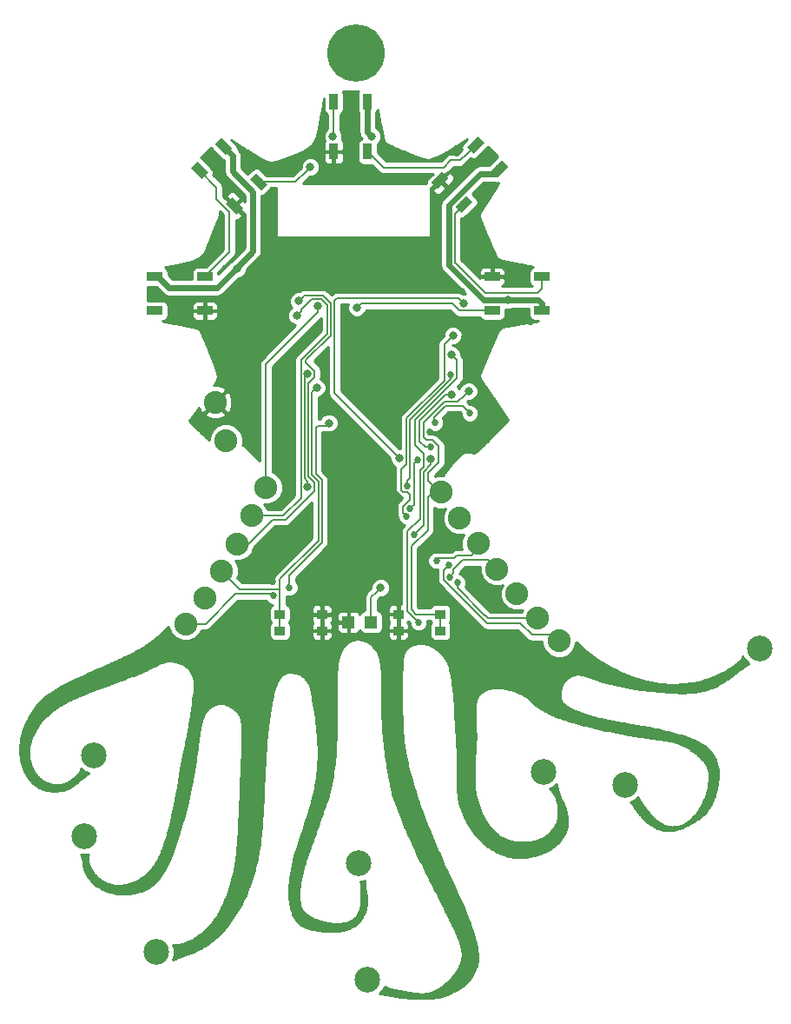
<source format=gtl>
G04 #@! TF.GenerationSoftware,KiCad,Pcbnew,no-vcs-found-b8c621a~59~ubuntu16.04.1*
G04 #@! TF.CreationDate,2017-08-07T13:11:29-06:00*
G04 #@! TF.ProjectId,001,3030312E6B696361645F706362000000,rev?*
G04 #@! TF.SameCoordinates,Original*
G04 #@! TF.FileFunction,Copper,L1,Top,Signal*
G04 #@! TF.FilePolarity,Positive*
%FSLAX46Y46*%
G04 Gerber Fmt 4.6, Leading zero omitted, Abs format (unit mm)*
G04 Created by KiCad (PCBNEW no-vcs-found-b8c621a~59~ubuntu16.04.1) date Mon Aug  7 13:11:29 2017*
%MOMM*%
%LPD*%
G01*
G04 APERTURE LIST*
%ADD10C,2.235200*%
%ADD11C,2.500000*%
%ADD12C,5.600000*%
%ADD13R,1.498600X0.889000*%
%ADD14C,0.889000*%
%ADD15C,0.100000*%
%ADD16R,0.889000X1.498600*%
%ADD17R,1.200000X1.200000*%
%ADD18R,1.000000X0.900000*%
%ADD19C,0.685800*%
%ADD20C,0.800000*%
%ADD21C,0.203200*%
%ADD22C,0.200000*%
%ADD23C,0.152400*%
%ADD24C,0.609600*%
%ADD25C,0.254000*%
G04 APERTURE END LIST*
D10*
X138859000Y-89085600D03*
X121757000Y-88613200D03*
X140647000Y-91600200D03*
X142470000Y-94084400D03*
X146258000Y-98976200D03*
X115813000Y-99438700D03*
X148228000Y-101326000D03*
X117464000Y-96802200D03*
X150358000Y-103566000D03*
X120390000Y-91371600D03*
X118973000Y-94119900D03*
X144304000Y-96571000D03*
X113923000Y-101902000D03*
D11*
X148803000Y-116330000D03*
X156783000Y-117574000D03*
X131698000Y-136543000D03*
X130830000Y-125204000D03*
X111084000Y-133881000D03*
X104083000Y-122619000D03*
X104988000Y-114740000D03*
X169887000Y-104333000D03*
D12*
X130515000Y-46327300D03*
D13*
X148711400Y-68100200D03*
X148711400Y-71402200D03*
X143834600Y-71402200D03*
X143834600Y-68100200D03*
D14*
X138758358Y-58710276D03*
D15*
G36*
X138973884Y-57866132D02*
X139602502Y-58494750D01*
X138542832Y-59554420D01*
X137914214Y-58925802D01*
X138973884Y-57866132D01*
X138973884Y-57866132D01*
G37*
D14*
X141093224Y-61045142D03*
D15*
G36*
X141308750Y-60200998D02*
X141937368Y-60829616D01*
X140877698Y-61889286D01*
X140249080Y-61260668D01*
X141308750Y-60200998D01*
X141308750Y-60200998D01*
G37*
D14*
X144541642Y-57596724D03*
D15*
G36*
X144757168Y-56752580D02*
X145385786Y-57381198D01*
X144326116Y-58440868D01*
X143697498Y-57812250D01*
X144757168Y-56752580D01*
X144757168Y-56752580D01*
G37*
D14*
X142206776Y-55261858D03*
D15*
G36*
X142422302Y-54417714D02*
X143050920Y-55046332D01*
X141991250Y-56106002D01*
X141362632Y-55477384D01*
X142422302Y-54417714D01*
X142422302Y-54417714D01*
G37*
D16*
X128381000Y-51036400D03*
X131683000Y-51036400D03*
X131683000Y-55913200D03*
X128381000Y-55913200D03*
D14*
X118736776Y-61187442D03*
D15*
G36*
X117892632Y-60971916D02*
X118521250Y-60343298D01*
X119580920Y-61402968D01*
X118952302Y-62031586D01*
X117892632Y-60971916D01*
X117892632Y-60971916D01*
G37*
D14*
X121071642Y-58852576D03*
D15*
G36*
X120227498Y-58637050D02*
X120856116Y-58008432D01*
X121915786Y-59068102D01*
X121287168Y-59696720D01*
X120227498Y-58637050D01*
X120227498Y-58637050D01*
G37*
D14*
X117623224Y-55404158D03*
D15*
G36*
X116779080Y-55188632D02*
X117407698Y-54560014D01*
X118467368Y-55619684D01*
X117838750Y-56248302D01*
X116779080Y-55188632D01*
X116779080Y-55188632D01*
G37*
D14*
X115288358Y-57739024D03*
D15*
G36*
X114444214Y-57523498D02*
X115072832Y-56894880D01*
X116132502Y-57954550D01*
X115503884Y-58583168D01*
X114444214Y-57523498D01*
X114444214Y-57523498D01*
G37*
D13*
X110946600Y-71407200D03*
X110946600Y-68105200D03*
X115823400Y-68105200D03*
X115823400Y-71407200D03*
D10*
X117893420Y-84064060D03*
X116839320Y-80330260D03*
D17*
X132026000Y-101755000D03*
X129826000Y-101755000D03*
D18*
X123146000Y-100981000D03*
X123146000Y-102581000D03*
X127246000Y-100981000D03*
X127246000Y-102581000D03*
X134688000Y-100975000D03*
X134688000Y-102575000D03*
X138788000Y-100975000D03*
X138788000Y-102575000D03*
D19*
X116928900Y-64632840D03*
X140865860Y-69535040D03*
X128673860Y-88491060D03*
X132641340Y-86834980D03*
X120030240Y-97335340D03*
X140357860Y-56024780D03*
X122415300Y-97815400D03*
X124193300Y-83680300D03*
X133959600Y-89547700D03*
D20*
X130654000Y-71135500D03*
X124981801Y-70475455D03*
D19*
X139712700Y-82321400D03*
X137782300Y-83235800D03*
X141820900Y-72301100D03*
X147599400Y-72478900D03*
X144157700Y-98615500D03*
X138671300Y-92468700D03*
X140829620Y-100510560D03*
X141223320Y-64340960D03*
X130352120Y-89969560D03*
X117880720Y-70424260D03*
X143674420Y-56187560D03*
X128345520Y-80787460D03*
X110641720Y-69751160D03*
X119099920Y-64950560D03*
X130098120Y-50459860D03*
X140423219Y-97868959D03*
X135572353Y-88448267D03*
X139792231Y-77658563D03*
D20*
X134818400Y-85793100D03*
X141030500Y-70685200D03*
X141540820Y-79238060D03*
X126839521Y-70964209D03*
X124777500Y-71894700D03*
D19*
X138387409Y-95746768D03*
X138252200Y-82334100D03*
X136232900Y-93205300D03*
D20*
X137870520Y-85816660D03*
D19*
X141655120Y-81397060D03*
D20*
X126710000Y-78898300D03*
X125850610Y-88595200D03*
X125850610Y-77567135D03*
X126110320Y-57406760D03*
X128309000Y-54416500D03*
D19*
X139638150Y-96156790D03*
X135813120Y-90693460D03*
X137807020Y-84686360D03*
X136537020Y-85930960D03*
D20*
X139884653Y-79601017D03*
D19*
X136638630Y-101782660D03*
D20*
X139886000Y-75714400D03*
X127907330Y-82340900D03*
D19*
X124055906Y-98379946D03*
X122528920Y-99164360D03*
X139703492Y-97327078D03*
X135496060Y-91469393D03*
D20*
X140000200Y-73835200D03*
X118992166Y-67274266D03*
X145348280Y-70370920D03*
X132104000Y-54416500D03*
X132958840Y-98379280D03*
D21*
X118973000Y-94119900D02*
X120091000Y-94119900D01*
X125679200Y-76428600D02*
X125679200Y-76225400D01*
X120091000Y-94119900D02*
X122440700Y-91770200D01*
X122440700Y-91770200D02*
X123710700Y-91770200D01*
X123710700Y-91770200D02*
X126511002Y-88969898D01*
X126511002Y-88969898D02*
X126511002Y-88177311D01*
X125679200Y-76225400D02*
X128116909Y-73787691D01*
X125895089Y-78511411D02*
X126530100Y-77876400D01*
X126511002Y-88177311D02*
X125895089Y-87561398D01*
X125895089Y-87561398D02*
X125895089Y-78511411D01*
X126530100Y-77876400D02*
X126530100Y-77279500D01*
X128116909Y-70726532D02*
X127344965Y-69954588D01*
X126530100Y-77279500D02*
X125679200Y-76428600D01*
X128116909Y-73787691D02*
X128116909Y-70726532D01*
X127344965Y-69954588D02*
X125502668Y-69954588D01*
X125381800Y-70075456D02*
X124981801Y-70475455D01*
X125502668Y-69954588D02*
X125381800Y-70075456D01*
X139947061Y-70735501D02*
X140613760Y-71402200D01*
X140613760Y-71402200D02*
X143834600Y-71402200D01*
X130654000Y-71135500D02*
X131053999Y-70735501D01*
X131053999Y-70735501D02*
X139947061Y-70735501D01*
X143835000Y-71402200D02*
X143834600Y-71402200D01*
X134794088Y-89298955D02*
X135136987Y-89641854D01*
X133102493Y-87607360D02*
X134794088Y-89298955D01*
X132600020Y-87607360D02*
X133102493Y-87607360D01*
D22*
X148228000Y-101326000D02*
X148169900Y-101384100D01*
X148169900Y-101384100D02*
X143421100Y-101384100D01*
X143421100Y-101384100D02*
X143167100Y-101130100D01*
D21*
X143129000Y-101092000D02*
X143116300Y-101092000D01*
X143116300Y-101092000D02*
X140436600Y-98412300D01*
X140436600Y-98412300D02*
X140436600Y-97868959D01*
X140436600Y-97868959D02*
X140423219Y-97868959D01*
D22*
X135572353Y-87963334D02*
X135572353Y-88448267D01*
X139792231Y-78083695D02*
X135840098Y-82035828D01*
X135840098Y-87695589D02*
X135572353Y-87963334D01*
X135840098Y-82035828D02*
X135840098Y-87695589D01*
X139792231Y-77658563D02*
X139792231Y-78083695D01*
D21*
X128459820Y-70449660D02*
X128726520Y-70182960D01*
X128472520Y-70462360D02*
X128459820Y-70449660D01*
X128472520Y-79447220D02*
X128472520Y-70462360D01*
X134818400Y-85793100D02*
X128472520Y-79447220D01*
X128726520Y-70182960D02*
X140528260Y-70182960D01*
X140528260Y-70182960D02*
X141030500Y-70685200D01*
X138788000Y-100975000D02*
X136433400Y-100975000D01*
X136433400Y-100975000D02*
X135966200Y-100507800D01*
X137541000Y-89598500D02*
X138053900Y-89085600D01*
X135966200Y-100507800D02*
X135966200Y-94348300D01*
X135966200Y-94348300D02*
X137541000Y-92773500D01*
X137541000Y-92773500D02*
X137541000Y-89598500D01*
X138053900Y-89085600D02*
X138859000Y-89085600D01*
X138859000Y-89085600D02*
X138679100Y-89085600D01*
X138679100Y-89085600D02*
X137599601Y-88006101D01*
X137451420Y-84025960D02*
X137146620Y-83721160D01*
X137599601Y-88006101D02*
X137599601Y-87228499D01*
X140499420Y-80279460D02*
X141140821Y-79638059D01*
X137599601Y-87228499D02*
X138620500Y-86207600D01*
X138620500Y-86207600D02*
X138620500Y-84610840D01*
X138035620Y-84025960D02*
X137451420Y-84025960D01*
X137146620Y-83721160D02*
X137146620Y-82336860D01*
X139204020Y-80279460D02*
X140499420Y-80279460D01*
X138620500Y-84610840D02*
X138035620Y-84025960D01*
X137146620Y-82336860D02*
X139204020Y-80279460D01*
X141140821Y-79638059D02*
X141540820Y-79238060D01*
X138490440Y-101272560D02*
X138467420Y-101272560D01*
X138788000Y-102575000D02*
X138788000Y-100975000D01*
X121757000Y-88613200D02*
X121757000Y-76612415D01*
X126839521Y-71529894D02*
X126839521Y-70964209D01*
X121757000Y-76612415D02*
X126839521Y-71529894D01*
X124777500Y-71894700D02*
X125222000Y-71450200D01*
X125222000Y-71450200D02*
X125222000Y-71297800D01*
X123448900Y-91371600D02*
X121993480Y-91371600D01*
X125222000Y-71297800D02*
X126209601Y-70310199D01*
X126209601Y-70310199D02*
X127197667Y-70310199D01*
X127197667Y-70310199D02*
X127761298Y-70873830D01*
X127761298Y-70873830D02*
X127761298Y-73619590D01*
X125183867Y-89636633D02*
X123448900Y-91371600D01*
X127761298Y-73619590D02*
X125183867Y-76197021D01*
X125183867Y-76197021D02*
X125183867Y-89636633D01*
X121993480Y-91371600D02*
X120390000Y-91371600D01*
X142470000Y-94084400D02*
X142470000Y-94575500D01*
X142470000Y-94575500D02*
X141795500Y-95250000D01*
X141795500Y-95250000D02*
X140411200Y-95250000D01*
X140144500Y-95516700D02*
X138617477Y-95516700D01*
X140411200Y-95250000D02*
X140144500Y-95516700D01*
X138617477Y-95516700D02*
X138387409Y-95746768D01*
D23*
X141655120Y-81397060D02*
X140941160Y-80683100D01*
X140941160Y-80683100D02*
X139306300Y-80683100D01*
X139306300Y-80683100D02*
X138201400Y-81788000D01*
X138201400Y-81788000D02*
X138201400Y-82283300D01*
X138201400Y-82283300D02*
X138252200Y-82334100D01*
D21*
X137146632Y-92291568D02*
X136575799Y-92862401D01*
X137146632Y-87106233D02*
X137146632Y-92291568D01*
X137870520Y-85816660D02*
X137870520Y-86382345D01*
X136575799Y-92862401D02*
X136232900Y-93205300D01*
X137870520Y-86382345D02*
X137146632Y-87106233D01*
D23*
X142470000Y-94084400D02*
X142277380Y-94084400D01*
D21*
X126250700Y-87414100D02*
X126250700Y-79357600D01*
X126250700Y-79357600D02*
X126710000Y-78898300D01*
X126885700Y-88049100D02*
X126250700Y-87414100D01*
X126885700Y-93814900D02*
X126885700Y-88049100D01*
X126710000Y-78898300D02*
X126885700Y-79074000D01*
X126885700Y-93814900D02*
X123146000Y-97554600D01*
X123146000Y-97554600D02*
X123146000Y-98542500D01*
X123146000Y-102581000D02*
X123146000Y-100981000D01*
X123146000Y-100981000D02*
X123146000Y-98542500D01*
X119204000Y-98542500D02*
X117464000Y-96802200D01*
X123146000Y-98542500D02*
X119204000Y-98542500D01*
X125850610Y-88029515D02*
X125850610Y-88595200D01*
X125539478Y-77878267D02*
X125539478Y-87718383D01*
X125850610Y-77567135D02*
X125539478Y-77878267D01*
X125539478Y-87718383D02*
X125850610Y-88029515D01*
X141093224Y-61045142D02*
X140194620Y-61943746D01*
X140194620Y-66690460D02*
X143166420Y-69662260D01*
X140194620Y-61943746D02*
X140194620Y-66690460D01*
X143166420Y-69662260D02*
X148271820Y-69662260D01*
X148271820Y-69662260D02*
X148711400Y-69222680D01*
X148711400Y-69222680D02*
X148711400Y-68100200D01*
X141093200Y-61045200D02*
X141093200Y-61045100D01*
X131683000Y-55913200D02*
X133240060Y-57470260D01*
X133240060Y-57470260D02*
X139102420Y-57470260D01*
X139102420Y-57470260D02*
X139826320Y-56746360D01*
X139826320Y-56746360D02*
X140722340Y-56746360D01*
X140722340Y-56746360D02*
X141354000Y-56114700D01*
X141354000Y-56114700D02*
X142206900Y-55262000D01*
X142206800Y-55261900D02*
X142206900Y-55262000D01*
X142206900Y-55262000D02*
X142207000Y-55261900D01*
D23*
X125710321Y-57806759D02*
X126110320Y-57406760D01*
X124664504Y-58852576D02*
X125710321Y-57806759D01*
X121071642Y-58852576D02*
X124664504Y-58852576D01*
D21*
X128381000Y-54344800D02*
X128381000Y-51036400D01*
X128309000Y-54416500D02*
X128381000Y-54344800D01*
X121072000Y-58852600D02*
X121444500Y-59225400D01*
X121444400Y-59225400D02*
X121071600Y-58852600D01*
X121444500Y-59225400D02*
X121444400Y-59225400D01*
X115288358Y-57739024D02*
X116951760Y-59402426D01*
X116951760Y-59402426D02*
X116951760Y-60540900D01*
X116951760Y-60540900D02*
X118203980Y-61793120D01*
X118203980Y-61793120D02*
X118203980Y-65724620D01*
X118203980Y-65724620D02*
X117194920Y-66733680D01*
X117194920Y-66733680D02*
X115823400Y-68105200D01*
X115823000Y-68105200D02*
X115823400Y-68105200D01*
X139638150Y-96156790D02*
X139106590Y-96688350D01*
X147701000Y-102997000D02*
X149789000Y-102997000D01*
X139106590Y-96688350D02*
X139106590Y-97613592D01*
X139106590Y-97613592D02*
X143372398Y-101879400D01*
X143372398Y-101879400D02*
X146583400Y-101879400D01*
X146583400Y-101879400D02*
X147701000Y-102997000D01*
X149789000Y-102997000D02*
X150358000Y-103566000D01*
X136156019Y-90350561D02*
X135813120Y-90693460D01*
X136194121Y-86273859D02*
X136194121Y-90312459D01*
X136537020Y-85930960D02*
X136194121Y-86273859D01*
X136194121Y-90312459D02*
X136156019Y-90350561D01*
X139278466Y-79601017D02*
X139318968Y-79601017D01*
X136752920Y-84117193D02*
X136752920Y-82126561D01*
X136752920Y-82126561D02*
X139278466Y-79601017D01*
X139318968Y-79601017D02*
X139884653Y-79601017D01*
X137322087Y-84686360D02*
X136752920Y-84117193D01*
X137807020Y-84686360D02*
X137322087Y-84686360D01*
X136308420Y-82068152D02*
X136308420Y-84483160D01*
X136295731Y-101439761D02*
X136638630Y-101782660D01*
X135559799Y-92918787D02*
X135559799Y-100703829D01*
X139886000Y-75714400D02*
X140389133Y-76217533D01*
X135559799Y-100703829D02*
X136295731Y-101439761D01*
X140389133Y-77987439D02*
X136308420Y-82068152D01*
X140389133Y-76217533D02*
X140389133Y-77987439D01*
X137133922Y-86616034D02*
X136791021Y-86958935D01*
X136791021Y-86958935D02*
X136791021Y-91687565D01*
X136791021Y-91687565D02*
X135559799Y-92918787D01*
X136308420Y-84483160D02*
X137133922Y-85308662D01*
X137133922Y-85308662D02*
X137133922Y-86616034D01*
X124055906Y-98379946D02*
X124055906Y-97165394D01*
X124055906Y-97165394D02*
X127254000Y-93967300D01*
X127723900Y-82600800D02*
X127907330Y-82417370D01*
X127254000Y-93967300D02*
X127254000Y-87896700D01*
X127254000Y-87896700D02*
X126619000Y-87261700D01*
X126619000Y-87261700D02*
X126619000Y-82829400D01*
X126619000Y-82829400D02*
X126847600Y-82600800D01*
X126847600Y-82600800D02*
X127723900Y-82600800D01*
X127907330Y-82417370D02*
X127907330Y-82340900D01*
X127894900Y-82340900D02*
X127907330Y-82340900D01*
X113923000Y-101902000D02*
X115892380Y-101902000D01*
X115892380Y-101902000D02*
X118795120Y-98999260D01*
X118795120Y-98999260D02*
X122363820Y-98999260D01*
X122363820Y-98999260D02*
X122528920Y-99164360D01*
X140046391Y-96592709D02*
X140046391Y-96984179D01*
X140046391Y-96984179D02*
X139703492Y-97327078D01*
X144304000Y-96571000D02*
X143440200Y-95707200D01*
X143440200Y-95707200D02*
X140931900Y-95707200D01*
X140931900Y-95707200D02*
X140046391Y-96592709D01*
X135515434Y-89042458D02*
X135825822Y-89352846D01*
X135134926Y-89042458D02*
X135515434Y-89042458D01*
X134974897Y-86872296D02*
X134974897Y-88882429D01*
X135482919Y-81892361D02*
X135482919Y-86364274D01*
X139153220Y-78222060D02*
X135482919Y-81892361D01*
X139153220Y-74682180D02*
X139153220Y-78222060D01*
X135153161Y-91126494D02*
X135496060Y-91469393D01*
X135153161Y-90470005D02*
X135153161Y-91126494D01*
X135482919Y-86364274D02*
X134974897Y-86872296D01*
X135825822Y-89797344D02*
X135153161Y-90470005D01*
X140000200Y-73835200D02*
X139153220Y-74682180D01*
X134974897Y-88882429D02*
X135134926Y-89042458D01*
X135825822Y-89352846D02*
X135825822Y-89797344D01*
D24*
X144079000Y-58059300D02*
X142691680Y-58059300D01*
X142691680Y-58059300D02*
X139635810Y-61115170D01*
X139635810Y-61115170D02*
X139635810Y-67010828D01*
X139635810Y-67010828D02*
X142995902Y-70370920D01*
X142995902Y-70370920D02*
X144782595Y-70370920D01*
X144782595Y-70370920D02*
X145348280Y-70370920D01*
X112305500Y-69159300D02*
X116972500Y-69159300D01*
X111251400Y-68105200D02*
X112305500Y-69159300D01*
X116972500Y-69159300D02*
X118925000Y-67206800D01*
X120522320Y-59832460D02*
X120522320Y-65609480D01*
X118548000Y-57858140D02*
X120522320Y-59832460D01*
X118548000Y-56329400D02*
X118548000Y-57858140D01*
X118992166Y-67273966D02*
X118992166Y-67274266D01*
X118085500Y-55866800D02*
X118548000Y-56329400D01*
X118925000Y-67206800D02*
X118992166Y-67273966D01*
X110946600Y-68105200D02*
X111251400Y-68105200D01*
X120522320Y-65609480D02*
X118925000Y-67206800D01*
X148711400Y-71402200D02*
X148711400Y-70711440D01*
X148711400Y-70711440D02*
X148348020Y-70348060D01*
X148348020Y-70348060D02*
X145371140Y-70348060D01*
X145371140Y-70348060D02*
X145348280Y-70370920D01*
X131683000Y-53995700D02*
X131683000Y-51036400D01*
X132104000Y-54416500D02*
X131683000Y-53995700D01*
X117623000Y-55404200D02*
X118085500Y-55866800D01*
X117623200Y-55404500D02*
X117623200Y-55404200D01*
X118085500Y-55866800D02*
X117623200Y-55404500D01*
X144079000Y-58059300D02*
X144541600Y-57596700D01*
X144079000Y-58059300D02*
X144542000Y-57596700D01*
D21*
X132026000Y-101755000D02*
X132026000Y-99312120D01*
X132558841Y-98779279D02*
X132958840Y-98379280D01*
X132026000Y-99312120D02*
X132558841Y-98779279D01*
D25*
G36*
X127843920Y-79447220D02*
X127891769Y-79687775D01*
X128028033Y-79891707D01*
X133891432Y-85755107D01*
X133891239Y-85976683D01*
X134032069Y-86317517D01*
X134292611Y-86578514D01*
X134399934Y-86623079D01*
X134394146Y-86631741D01*
X134346297Y-86872296D01*
X134346297Y-88882429D01*
X134394146Y-89122984D01*
X134530410Y-89326916D01*
X134690439Y-89486945D01*
X134894371Y-89623209D01*
X135075045Y-89659147D01*
X134708674Y-90025518D01*
X134572410Y-90229450D01*
X134524561Y-90470005D01*
X134524561Y-91126494D01*
X134572410Y-91367049D01*
X134626179Y-91447520D01*
X134626010Y-91641668D01*
X134758165Y-91961508D01*
X135002658Y-92206428D01*
X135271536Y-92318076D01*
X135115312Y-92474300D01*
X134979048Y-92678232D01*
X134931199Y-92918787D01*
X134931199Y-99998000D01*
X134892750Y-99998000D01*
X134761000Y-100129750D01*
X134761000Y-100902000D01*
X134781000Y-100902000D01*
X134781000Y-101048000D01*
X134761000Y-101048000D01*
X134761000Y-102502000D01*
X135583250Y-102502000D01*
X135715000Y-102370250D01*
X135715000Y-102020173D01*
X135634769Y-101826478D01*
X135583291Y-101775000D01*
X135634769Y-101723522D01*
X135651097Y-101684101D01*
X135768714Y-101801718D01*
X135768580Y-101954935D01*
X135900735Y-102274775D01*
X136145228Y-102519695D01*
X136464837Y-102652408D01*
X136810905Y-102652710D01*
X137130745Y-102520555D01*
X137375665Y-102276062D01*
X137508378Y-101956453D01*
X137508680Y-101610385D01*
X137505876Y-101603600D01*
X137786201Y-101603600D01*
X137791577Y-101630625D01*
X137888046Y-101775000D01*
X137791577Y-101919375D01*
X137750676Y-102125000D01*
X137750676Y-103025000D01*
X137791577Y-103230625D01*
X137908055Y-103404945D01*
X138082375Y-103521423D01*
X138288000Y-103562324D01*
X139288000Y-103562324D01*
X139493625Y-103521423D01*
X139667945Y-103404945D01*
X139784423Y-103230625D01*
X139825324Y-103025000D01*
X139825324Y-102125000D01*
X139784423Y-101919375D01*
X139687954Y-101775000D01*
X139784423Y-101630625D01*
X139825324Y-101425000D01*
X139825324Y-100525000D01*
X139784423Y-100319375D01*
X139667945Y-100145055D01*
X139493625Y-100028577D01*
X139288000Y-99987676D01*
X138288000Y-99987676D01*
X138082375Y-100028577D01*
X137908055Y-100145055D01*
X137791577Y-100319375D01*
X137786201Y-100346400D01*
X136693775Y-100346400D01*
X136594800Y-100247426D01*
X136594800Y-94608674D01*
X137985488Y-93217987D01*
X138121751Y-93014055D01*
X138169600Y-92773500D01*
X138169600Y-90580083D01*
X138530434Y-90729914D01*
X139184696Y-90730485D01*
X139236233Y-90709190D01*
X139002686Y-91271634D01*
X139002115Y-91925896D01*
X139251963Y-92530574D01*
X139714192Y-92993611D01*
X140318434Y-93244514D01*
X140972696Y-93245085D01*
X141051244Y-93212630D01*
X140825686Y-93755834D01*
X140825115Y-94410096D01*
X140912424Y-94621400D01*
X140411200Y-94621400D01*
X140170645Y-94669249D01*
X139966713Y-94805513D01*
X139884126Y-94888100D01*
X138617477Y-94888100D01*
X138597470Y-94892080D01*
X138561202Y-94877020D01*
X138215134Y-94876718D01*
X137895294Y-95008873D01*
X137650374Y-95253366D01*
X137517661Y-95572975D01*
X137517359Y-95919043D01*
X137649514Y-96238883D01*
X137894007Y-96483803D01*
X138213616Y-96616516D01*
X138492230Y-96616759D01*
X138477990Y-96688350D01*
X138477990Y-97613592D01*
X138525839Y-97854147D01*
X138662103Y-98058079D01*
X142927911Y-102323888D01*
X143131843Y-102460151D01*
X143372398Y-102508000D01*
X146323026Y-102508000D01*
X147256513Y-103441487D01*
X147460445Y-103577751D01*
X147701000Y-103625600D01*
X148713347Y-103625600D01*
X148713115Y-103891696D01*
X148962963Y-104496374D01*
X149425192Y-104959411D01*
X150029434Y-105210314D01*
X150683696Y-105210885D01*
X151288374Y-104961037D01*
X151751411Y-104498808D01*
X152002314Y-103894566D01*
X152002471Y-103714874D01*
X152013256Y-103724967D01*
X152017653Y-103727699D01*
X152020743Y-103731850D01*
X152370813Y-104048058D01*
X152375657Y-104050950D01*
X152379110Y-104055408D01*
X152720101Y-104351721D01*
X152725458Y-104354782D01*
X152729338Y-104359579D01*
X153061184Y-104635923D01*
X153067135Y-104639159D01*
X153071513Y-104644324D01*
X153394153Y-104900629D01*
X153400789Y-104904041D01*
X153405759Y-104909611D01*
X153719126Y-105145804D01*
X153726565Y-105149393D01*
X153732235Y-105155398D01*
X154036266Y-105371407D01*
X154044641Y-105375161D01*
X154051147Y-105381633D01*
X154345778Y-105577386D01*
X154355251Y-105581281D01*
X154362761Y-105588247D01*
X154647928Y-105763671D01*
X154656857Y-105766982D01*
X154664041Y-105773225D01*
X155076331Y-106008754D01*
X155083960Y-106011305D01*
X155090176Y-106016414D01*
X155502423Y-106237151D01*
X155510310Y-106239550D01*
X155516823Y-106244603D01*
X155928847Y-106450540D01*
X155936991Y-106452769D01*
X155943809Y-106457751D01*
X156355428Y-106648883D01*
X156363832Y-106650925D01*
X156370963Y-106655820D01*
X156781999Y-106832142D01*
X156790666Y-106833979D01*
X156798118Y-106838770D01*
X157208389Y-107000274D01*
X157217315Y-107001886D01*
X157225093Y-107006553D01*
X157634421Y-107153235D01*
X157643606Y-107154602D01*
X157651715Y-107159125D01*
X158059918Y-107290978D01*
X158069355Y-107292078D01*
X158077798Y-107296435D01*
X158484696Y-107413453D01*
X158494378Y-107414265D01*
X158503157Y-107418433D01*
X158908572Y-107520610D01*
X158918492Y-107521112D01*
X158927601Y-107525064D01*
X159331350Y-107612395D01*
X159341494Y-107612564D01*
X159350931Y-107616276D01*
X159752836Y-107688754D01*
X159763185Y-107688568D01*
X159772948Y-107692016D01*
X160172828Y-107749635D01*
X160183368Y-107749073D01*
X160193440Y-107752227D01*
X160591116Y-107794981D01*
X160601822Y-107794023D01*
X160612192Y-107796857D01*
X161007482Y-107824741D01*
X161018333Y-107823367D01*
X161028983Y-107825855D01*
X161421708Y-107838862D01*
X161432674Y-107837056D01*
X161443582Y-107839171D01*
X161833562Y-107837296D01*
X161844608Y-107835043D01*
X161855754Y-107836763D01*
X162242809Y-107819999D01*
X162253909Y-107817287D01*
X162265257Y-107818587D01*
X162649205Y-107786928D01*
X162660314Y-107783750D01*
X162671839Y-107784612D01*
X163052501Y-107738054D01*
X163063588Y-107734404D01*
X163075252Y-107734810D01*
X163452449Y-107673344D01*
X163463466Y-107669224D01*
X163475232Y-107669161D01*
X163848781Y-107592784D01*
X163859694Y-107588195D01*
X163871522Y-107587654D01*
X164241247Y-107496358D01*
X164252013Y-107491310D01*
X164263859Y-107490285D01*
X164629577Y-107384064D01*
X164640155Y-107378570D01*
X164651976Y-107377061D01*
X165013508Y-107255910D01*
X165023857Y-107249989D01*
X165035612Y-107247999D01*
X165392778Y-107111913D01*
X165402863Y-107105585D01*
X165414513Y-107103122D01*
X165767132Y-106952092D01*
X165776915Y-106945384D01*
X165788413Y-106942463D01*
X166136305Y-106776486D01*
X166145759Y-106769425D01*
X166157067Y-106766062D01*
X166500052Y-106585130D01*
X166509144Y-106577751D01*
X166520226Y-106573967D01*
X166858125Y-106378076D01*
X166866835Y-106370410D01*
X166877659Y-106366229D01*
X167210290Y-106155371D01*
X167215389Y-106150512D01*
X167221896Y-106147817D01*
X167294395Y-106099382D01*
X167296447Y-106097331D01*
X167299114Y-106096195D01*
X167367928Y-106049234D01*
X167370314Y-106046801D01*
X167373431Y-106045431D01*
X167438650Y-105999806D01*
X167441395Y-105996940D01*
X167445004Y-105995296D01*
X167506714Y-105950872D01*
X167509836Y-105947524D01*
X167513972Y-105945561D01*
X167572263Y-105902203D01*
X167575785Y-105898307D01*
X167580488Y-105895970D01*
X167635449Y-105853541D01*
X167639377Y-105849035D01*
X167644676Y-105846267D01*
X167696395Y-105804633D01*
X167700733Y-105799447D01*
X167706653Y-105796179D01*
X167755219Y-105755204D01*
X167759958Y-105749267D01*
X167766511Y-105745424D01*
X167812012Y-105704972D01*
X167817123Y-105698217D01*
X167824306Y-105693721D01*
X167866832Y-105653656D01*
X167872273Y-105646016D01*
X167880063Y-105640786D01*
X167919702Y-105600973D01*
X167925401Y-105592404D01*
X167933740Y-105586370D01*
X167970581Y-105546673D01*
X167976446Y-105537144D01*
X167985252Y-105530246D01*
X168019384Y-105490531D01*
X168025307Y-105480030D01*
X168034482Y-105472213D01*
X168065992Y-105432341D01*
X168071822Y-105420933D01*
X168081203Y-105412204D01*
X168110181Y-105372042D01*
X168115787Y-105359777D01*
X168125228Y-105350144D01*
X168151763Y-105309554D01*
X168156981Y-105296589D01*
X168166277Y-105286152D01*
X168190458Y-105245001D01*
X168195163Y-105231481D01*
X168204149Y-105220340D01*
X168226063Y-105178490D01*
X168230131Y-105164656D01*
X168238620Y-105153001D01*
X168258357Y-105110319D01*
X168261716Y-105096398D01*
X168269570Y-105084425D01*
X168272140Y-105078068D01*
X168379655Y-105338274D01*
X168831325Y-105790734D01*
X168823607Y-105794970D01*
X168820835Y-105797297D01*
X168817401Y-105798427D01*
X168757810Y-105832096D01*
X168755218Y-105834327D01*
X168751984Y-105835433D01*
X168691198Y-105870717D01*
X168688748Y-105872876D01*
X168685673Y-105873966D01*
X168623816Y-105910797D01*
X168621495Y-105912889D01*
X168618561Y-105913964D01*
X168555749Y-105952273D01*
X168553525Y-105954320D01*
X168550704Y-105955387D01*
X168487059Y-105995108D01*
X168484923Y-105997116D01*
X168482191Y-105998180D01*
X168417831Y-106039245D01*
X168415765Y-106041225D01*
X168413107Y-106042291D01*
X168348153Y-106084631D01*
X168346137Y-106086602D01*
X168343530Y-106087676D01*
X168278102Y-106131225D01*
X168276135Y-106133185D01*
X168273576Y-106134268D01*
X168207792Y-106178958D01*
X168205851Y-106180929D01*
X168203312Y-106182032D01*
X168137294Y-106227795D01*
X168135379Y-106229777D01*
X168132856Y-106230901D01*
X168066722Y-106277670D01*
X168064819Y-106279676D01*
X168062303Y-106280826D01*
X167996173Y-106328531D01*
X167994273Y-106330573D01*
X167991745Y-106331757D01*
X167925740Y-106380332D01*
X167923833Y-106382420D01*
X167921283Y-106383645D01*
X167855521Y-106433022D01*
X167853603Y-106435164D01*
X167851027Y-106436432D01*
X167785629Y-106486544D01*
X167783693Y-106488748D01*
X167781071Y-106490072D01*
X167716157Y-106540851D01*
X167715940Y-106541103D01*
X167715642Y-106541254D01*
X167513956Y-106699389D01*
X167318325Y-106849878D01*
X167126801Y-106993791D01*
X166938716Y-107131203D01*
X166753567Y-107262074D01*
X166570828Y-107386396D01*
X166389911Y-107504216D01*
X166210170Y-107615622D01*
X166031132Y-107720600D01*
X165852054Y-107819303D01*
X165672357Y-107911781D01*
X165491332Y-107998150D01*
X165308221Y-108078530D01*
X165122336Y-108152988D01*
X164932858Y-108221626D01*
X164739023Y-108284492D01*
X164540043Y-108341619D01*
X164335048Y-108393032D01*
X164123340Y-108438687D01*
X163904083Y-108478550D01*
X163676597Y-108512540D01*
X163440129Y-108540577D01*
X163193930Y-108562568D01*
X162937425Y-108578397D01*
X162669929Y-108587962D01*
X162390809Y-108591153D01*
X162099517Y-108587867D01*
X161795366Y-108578002D01*
X161477908Y-108561469D01*
X161146559Y-108538181D01*
X160798200Y-108507839D01*
X160544005Y-108483849D01*
X160543628Y-108483888D01*
X160543263Y-108483779D01*
X160305322Y-108461633D01*
X160304957Y-108461671D01*
X160304602Y-108461566D01*
X160084145Y-108441326D01*
X160083793Y-108441363D01*
X160083454Y-108441263D01*
X159879528Y-108422788D01*
X159879205Y-108422822D01*
X159878894Y-108422731D01*
X159690545Y-108405877D01*
X159690259Y-108405908D01*
X159689983Y-108405827D01*
X159516261Y-108390453D01*
X159516029Y-108390478D01*
X159515805Y-108390413D01*
X159355758Y-108376377D01*
X159355602Y-108376394D01*
X159355454Y-108376351D01*
X159208124Y-108363509D01*
X159208069Y-108363515D01*
X159208014Y-108363499D01*
X159072452Y-108351709D01*
X159072451Y-108351709D01*
X158948303Y-108340882D01*
X158948302Y-108340882D01*
X158833533Y-108330780D01*
X158728905Y-108321415D01*
X158632644Y-108312573D01*
X158543870Y-108304124D01*
X158461531Y-108295921D01*
X158385378Y-108287903D01*
X158313902Y-108279883D01*
X158246223Y-108271743D01*
X158181276Y-108263338D01*
X158117797Y-108254498D01*
X158054954Y-108245103D01*
X157991189Y-108234921D01*
X157925440Y-108223782D01*
X157856711Y-108211525D01*
X157783833Y-108197953D01*
X157705810Y-108182902D01*
X157621884Y-108166255D01*
X157530528Y-108147746D01*
X157432284Y-108127528D01*
X157324409Y-108105089D01*
X157207086Y-108080517D01*
X157206998Y-108080516D01*
X157206918Y-108080482D01*
X157126551Y-108063675D01*
X157126214Y-108063672D01*
X157125904Y-108063540D01*
X157041040Y-108045894D01*
X157040826Y-108045892D01*
X157040632Y-108045810D01*
X156951618Y-108027368D01*
X156951513Y-108027367D01*
X156951416Y-108027326D01*
X156858600Y-108008131D01*
X156858590Y-108008131D01*
X156858581Y-108008127D01*
X156762311Y-107988221D01*
X156663362Y-107967736D01*
X156663361Y-107967736D01*
X156561226Y-107946537D01*
X156457528Y-107924934D01*
X156351048Y-107902642D01*
X156243758Y-107880044D01*
X156135385Y-107857054D01*
X156025109Y-107833469D01*
X155915078Y-107809714D01*
X155804688Y-107785629D01*
X155694783Y-107761367D01*
X155585074Y-107736833D01*
X155475895Y-107712064D01*
X155368689Y-107687355D01*
X155262604Y-107662476D01*
X155159023Y-107637715D01*
X155057662Y-107612970D01*
X154959165Y-107588361D01*
X154863727Y-107563898D01*
X154772027Y-107539718D01*
X154684400Y-107515874D01*
X154601462Y-107492501D01*
X154523420Y-107469627D01*
X154451111Y-107447475D01*
X154384960Y-107426163D01*
X154325826Y-107405984D01*
X154270584Y-107385834D01*
X154222547Y-107367682D01*
X154222142Y-107367615D01*
X154221795Y-107367399D01*
X154173604Y-107349266D01*
X154173163Y-107349193D01*
X154172780Y-107348956D01*
X154127381Y-107331953D01*
X154126910Y-107331876D01*
X154126505Y-107331626D01*
X154083702Y-107315674D01*
X154083189Y-107315591D01*
X154082745Y-107315318D01*
X154042337Y-107300340D01*
X154041798Y-107300254D01*
X154041331Y-107299968D01*
X154003116Y-107285884D01*
X154002541Y-107285793D01*
X154002044Y-107285490D01*
X153965826Y-107272223D01*
X153965232Y-107272130D01*
X153964717Y-107271818D01*
X153930293Y-107259288D01*
X153929683Y-107259194D01*
X153929153Y-107258874D01*
X153896325Y-107247003D01*
X153895697Y-107246908D01*
X153895155Y-107246582D01*
X153863722Y-107235292D01*
X153863101Y-107235199D01*
X153862559Y-107234875D01*
X153832323Y-107224088D01*
X153831721Y-107223999D01*
X153831200Y-107223689D01*
X153801959Y-107213325D01*
X153801382Y-107213241D01*
X153800879Y-107212943D01*
X153772435Y-107202925D01*
X153771905Y-107202849D01*
X153771442Y-107202576D01*
X153743593Y-107192825D01*
X153743119Y-107192758D01*
X153742709Y-107192517D01*
X153715258Y-107182955D01*
X153714860Y-107182899D01*
X153714513Y-107182696D01*
X153687259Y-107173244D01*
X153686955Y-107173202D01*
X153686692Y-107173048D01*
X153659436Y-107163627D01*
X153659207Y-107163596D01*
X153659007Y-107163479D01*
X153631547Y-107154012D01*
X153631429Y-107153996D01*
X153631326Y-107153936D01*
X153603464Y-107144343D01*
X153603424Y-107144338D01*
X153603385Y-107144315D01*
X153575028Y-107134557D01*
X153575026Y-107134556D01*
X153545760Y-107124478D01*
X153545761Y-107124478D01*
X153515733Y-107114123D01*
X153485137Y-107103548D01*
X153452265Y-107092153D01*
X153452266Y-107092153D01*
X153418377Y-107080365D01*
X153383126Y-107068057D01*
X153345446Y-107054847D01*
X153305379Y-107040742D01*
X153305380Y-107040742D01*
X153263724Y-107026014D01*
X153218838Y-107010077D01*
X153170950Y-106993002D01*
X153169670Y-106992814D01*
X153168556Y-106992154D01*
X153109786Y-106971490D01*
X153106544Y-106971027D01*
X153103706Y-106969390D01*
X153046321Y-106949929D01*
X153042621Y-106949443D01*
X153039368Y-106947621D01*
X152983309Y-106929400D01*
X152979117Y-106928903D01*
X152975404Y-106926893D01*
X152920618Y-106909952D01*
X152915908Y-106909463D01*
X152911709Y-106907276D01*
X152858136Y-106891652D01*
X152852867Y-106891190D01*
X152848132Y-106888832D01*
X152795717Y-106874565D01*
X152789875Y-106874159D01*
X152784580Y-106871652D01*
X152733268Y-106858779D01*
X152726807Y-106858459D01*
X152720903Y-106855822D01*
X152670635Y-106844382D01*
X152663543Y-106844187D01*
X152656994Y-106841450D01*
X152607716Y-106831482D01*
X152599972Y-106831457D01*
X152592751Y-106828660D01*
X152544405Y-106820202D01*
X152536005Y-106820397D01*
X152528088Y-106817588D01*
X152480619Y-106810678D01*
X152471557Y-106811148D01*
X152462916Y-106808380D01*
X152416266Y-106803057D01*
X152406565Y-106803861D01*
X152397203Y-106801202D01*
X152351317Y-106797504D01*
X152341001Y-106798705D01*
X152330916Y-106796223D01*
X152285736Y-106794189D01*
X152274862Y-106795848D01*
X152264088Y-106793621D01*
X152219560Y-106793289D01*
X152208193Y-106795462D01*
X152196776Y-106793569D01*
X152152842Y-106794977D01*
X152141057Y-106797716D01*
X152129051Y-106796232D01*
X152085654Y-106799420D01*
X152073576Y-106802759D01*
X152061085Y-106801754D01*
X152018171Y-106806759D01*
X152005912Y-106810719D01*
X151993034Y-106810252D01*
X151950544Y-106817113D01*
X151938228Y-106821699D01*
X151925088Y-106821812D01*
X151882967Y-106830568D01*
X151870749Y-106835753D01*
X151857495Y-106836468D01*
X151815685Y-106847156D01*
X151803683Y-106852904D01*
X151790441Y-106854224D01*
X151748889Y-106866883D01*
X151737225Y-106873136D01*
X151724128Y-106875042D01*
X151682775Y-106889712D01*
X151671584Y-106896379D01*
X151658791Y-106898826D01*
X151617581Y-106915543D01*
X151606936Y-106922544D01*
X151594536Y-106925480D01*
X151553413Y-106944284D01*
X151543390Y-106951519D01*
X151531489Y-106954873D01*
X151490396Y-106975802D01*
X151481042Y-106983174D01*
X151469718Y-106986868D01*
X151428599Y-107009962D01*
X151419948Y-107017368D01*
X151409266Y-107021319D01*
X151368064Y-107046613D01*
X151360105Y-107053982D01*
X151350078Y-107058118D01*
X151308738Y-107085653D01*
X151301475Y-107092894D01*
X151292138Y-107097134D01*
X151250603Y-107126947D01*
X151244006Y-107134001D01*
X151235348Y-107138282D01*
X151193561Y-107170413D01*
X151186600Y-107178367D01*
X151177301Y-107183389D01*
X151133602Y-107219570D01*
X151126027Y-107228882D01*
X151115708Y-107235014D01*
X151074543Y-107272041D01*
X151067363Y-107281646D01*
X151057314Y-107288188D01*
X151018600Y-107325988D01*
X151011845Y-107335841D01*
X151002108Y-107342761D01*
X150965764Y-107381263D01*
X150959475Y-107391289D01*
X150950112Y-107398530D01*
X150916055Y-107437661D01*
X150910249Y-107447806D01*
X150901292Y-107455322D01*
X150869442Y-107495010D01*
X150864142Y-107505192D01*
X150855641Y-107512913D01*
X150825913Y-107553083D01*
X150821111Y-107563264D01*
X150813075Y-107571146D01*
X150785389Y-107611729D01*
X150781092Y-107621827D01*
X150773551Y-107629799D01*
X150747824Y-107670719D01*
X150744018Y-107680683D01*
X150736975Y-107688693D01*
X150713126Y-107729881D01*
X150709796Y-107739651D01*
X150703255Y-107747641D01*
X150681202Y-107789021D01*
X150678322Y-107798558D01*
X150672278Y-107806475D01*
X150651938Y-107847977D01*
X150649486Y-107857220D01*
X150643935Y-107865005D01*
X150625227Y-107906555D01*
X150623170Y-107915474D01*
X150618091Y-107923089D01*
X150600932Y-107964615D01*
X150599233Y-107973197D01*
X150594596Y-107980619D01*
X150578906Y-108022048D01*
X150577537Y-108030234D01*
X150573343Y-108037391D01*
X150559038Y-108078650D01*
X150557960Y-108086444D01*
X150554166Y-108093336D01*
X150541166Y-108134354D01*
X150540349Y-108141715D01*
X150536942Y-108148290D01*
X150525163Y-108188995D01*
X150524571Y-108195911D01*
X150521524Y-108202150D01*
X150510884Y-108242467D01*
X150510484Y-108248951D01*
X150507763Y-108254848D01*
X150498182Y-108294706D01*
X150497944Y-108300714D01*
X150495538Y-108306224D01*
X150486933Y-108345550D01*
X150486828Y-108351076D01*
X150484711Y-108356182D01*
X150476999Y-108394904D01*
X150476998Y-108399959D01*
X150475144Y-108404658D01*
X150468245Y-108442704D01*
X150468322Y-108447235D01*
X150466723Y-108451479D01*
X150460553Y-108488775D01*
X150460684Y-108492805D01*
X150459315Y-108496595D01*
X150453794Y-108533068D01*
X150453954Y-108536538D01*
X150452812Y-108539821D01*
X150447856Y-108575401D01*
X150448025Y-108578318D01*
X150447094Y-108581084D01*
X150442623Y-108615696D01*
X150442779Y-108617990D01*
X150442062Y-108620175D01*
X150437992Y-108653749D01*
X150438118Y-108655406D01*
X150437608Y-108656990D01*
X150433859Y-108689451D01*
X150433935Y-108690387D01*
X150433650Y-108691284D01*
X150430139Y-108722560D01*
X150430151Y-108722703D01*
X150430108Y-108722839D01*
X150426753Y-108752858D01*
X150427810Y-108765256D01*
X150424549Y-108777264D01*
X150421028Y-108828340D01*
X150424301Y-108853865D01*
X150419770Y-108879197D01*
X150420731Y-108928805D01*
X150426289Y-108954168D01*
X150424007Y-108980033D01*
X150429247Y-109028199D01*
X150436978Y-109052779D01*
X150436986Y-109078546D01*
X150446301Y-109125297D01*
X150455943Y-109148555D01*
X150458121Y-109173638D01*
X150471309Y-109218997D01*
X150482477Y-109240486D01*
X150486564Y-109264357D01*
X150503421Y-109308351D01*
X150515679Y-109327805D01*
X150521330Y-109350093D01*
X150541652Y-109392745D01*
X150554547Y-109410029D01*
X150561373Y-109430481D01*
X150584957Y-109471819D01*
X150598097Y-109486958D01*
X150605731Y-109505494D01*
X150632375Y-109545543D01*
X150645417Y-109558637D01*
X150653521Y-109575248D01*
X150683020Y-109614032D01*
X150695708Y-109625255D01*
X150704006Y-109640027D01*
X150736158Y-109677572D01*
X150748314Y-109687129D01*
X150756591Y-109700196D01*
X150791192Y-109736527D01*
X150802693Y-109744624D01*
X150810782Y-109756132D01*
X150847627Y-109791275D01*
X150858413Y-109798119D01*
X150866210Y-109808242D01*
X150905098Y-109842222D01*
X150915139Y-109847995D01*
X150922561Y-109856882D01*
X150963288Y-109889724D01*
X150972573Y-109894585D01*
X150979575Y-109902384D01*
X151021937Y-109934114D01*
X151030494Y-109938211D01*
X151037059Y-109945064D01*
X151080853Y-109975706D01*
X151088696Y-109979154D01*
X151094799Y-109985163D01*
X151139823Y-110014746D01*
X151147003Y-110017655D01*
X151152664Y-110022942D01*
X151198712Y-110051486D01*
X151205241Y-110053933D01*
X151210450Y-110058571D01*
X151257320Y-110086105D01*
X151263251Y-110088168D01*
X151268028Y-110092242D01*
X151315517Y-110118790D01*
X151320873Y-110120526D01*
X151325226Y-110124096D01*
X151373130Y-110149683D01*
X151377932Y-110151138D01*
X151381865Y-110154253D01*
X151429981Y-110178906D01*
X151434269Y-110180126D01*
X151437809Y-110182843D01*
X151485934Y-110206585D01*
X151489708Y-110207597D01*
X151492837Y-110209933D01*
X151540768Y-110232792D01*
X151544054Y-110233626D01*
X151546795Y-110235624D01*
X151594327Y-110257623D01*
X151597125Y-110258299D01*
X151599465Y-110259970D01*
X151646395Y-110281136D01*
X151648696Y-110281668D01*
X151650629Y-110283025D01*
X151696755Y-110303383D01*
X151698566Y-110303787D01*
X151700090Y-110304842D01*
X151745208Y-110324416D01*
X151746490Y-110324693D01*
X151747570Y-110325434D01*
X151791476Y-110344250D01*
X151792196Y-110344402D01*
X151792807Y-110344819D01*
X151835299Y-110362903D01*
X151836139Y-110363078D01*
X151836846Y-110363558D01*
X151861014Y-110373761D01*
X151862175Y-110374000D01*
X151863158Y-110374661D01*
X151889803Y-110385783D01*
X151890788Y-110385982D01*
X151891623Y-110386539D01*
X151920621Y-110398527D01*
X151921483Y-110398698D01*
X151922218Y-110399185D01*
X151953448Y-110411986D01*
X151954217Y-110412136D01*
X151954871Y-110412567D01*
X151988208Y-110426128D01*
X151988913Y-110426264D01*
X151989516Y-110426659D01*
X152024836Y-110440926D01*
X152025483Y-110441049D01*
X152026034Y-110441408D01*
X152063214Y-110456330D01*
X152063830Y-110456445D01*
X152064359Y-110456789D01*
X152103278Y-110472312D01*
X152103872Y-110472422D01*
X152104376Y-110472748D01*
X152144909Y-110488820D01*
X152145483Y-110488925D01*
X152145971Y-110489239D01*
X152187994Y-110505805D01*
X152188556Y-110505907D01*
X152189037Y-110506215D01*
X152232429Y-110523223D01*
X152232987Y-110523323D01*
X152233467Y-110523629D01*
X152278105Y-110541026D01*
X152278662Y-110541125D01*
X152279136Y-110541426D01*
X152324895Y-110559159D01*
X152325451Y-110559256D01*
X152325928Y-110559558D01*
X152372685Y-110577575D01*
X152373257Y-110577674D01*
X152373749Y-110577984D01*
X152421384Y-110596231D01*
X152421963Y-110596330D01*
X152422460Y-110596642D01*
X152470846Y-110615066D01*
X152471448Y-110615168D01*
X152471964Y-110615490D01*
X152520981Y-110634038D01*
X152521595Y-110634140D01*
X152522122Y-110634468D01*
X152571645Y-110653089D01*
X152572283Y-110653194D01*
X152572831Y-110653533D01*
X152622737Y-110672172D01*
X152623415Y-110672282D01*
X152623998Y-110672641D01*
X152674163Y-110691244D01*
X152674860Y-110691356D01*
X152675462Y-110691724D01*
X152725766Y-110710241D01*
X152726509Y-110710358D01*
X152727150Y-110710748D01*
X152777467Y-110729124D01*
X152778255Y-110729246D01*
X152778938Y-110729659D01*
X152829146Y-110747841D01*
X152829978Y-110747968D01*
X152830703Y-110748403D01*
X152880678Y-110766338D01*
X152881575Y-110766472D01*
X152882355Y-110766937D01*
X152931976Y-110784573D01*
X152932926Y-110784712D01*
X152933754Y-110785202D01*
X152982896Y-110802487D01*
X152983934Y-110802635D01*
X152984838Y-110803166D01*
X153033378Y-110820045D01*
X153034505Y-110820202D01*
X153035490Y-110820775D01*
X153083306Y-110837195D01*
X153084520Y-110837359D01*
X153085581Y-110837971D01*
X153132549Y-110853881D01*
X153133895Y-110854057D01*
X153135074Y-110854730D01*
X153181071Y-110870075D01*
X153182544Y-110870261D01*
X153183839Y-110870991D01*
X153228741Y-110885719D01*
X153231768Y-110886086D01*
X153234439Y-110887555D01*
X153285780Y-110903807D01*
X153289526Y-110904222D01*
X153292852Y-110905996D01*
X153350423Y-110923411D01*
X153353481Y-110923710D01*
X153356204Y-110925126D01*
X153419787Y-110943636D01*
X153422346Y-110943859D01*
X153424638Y-110945026D01*
X153494010Y-110964565D01*
X153496212Y-110964737D01*
X153498188Y-110965725D01*
X153573129Y-110986226D01*
X153575064Y-110986363D01*
X153576802Y-110987217D01*
X153657091Y-111008613D01*
X153658820Y-111008724D01*
X153660382Y-111009480D01*
X153745801Y-111031704D01*
X153747374Y-111031796D01*
X153748799Y-111032476D01*
X153839123Y-111055460D01*
X153840569Y-111055536D01*
X153841879Y-111056154D01*
X153936891Y-111079833D01*
X153938245Y-111079898D01*
X153939473Y-111080470D01*
X154038951Y-111104776D01*
X154040227Y-111104831D01*
X154041386Y-111105365D01*
X154145112Y-111130232D01*
X154146328Y-111130279D01*
X154147438Y-111130785D01*
X154255188Y-111156144D01*
X154256361Y-111156185D01*
X154257433Y-111156668D01*
X154368988Y-111182454D01*
X154370123Y-111182489D01*
X154371159Y-111182951D01*
X154486301Y-111209098D01*
X154487414Y-111209128D01*
X154488433Y-111209578D01*
X154606937Y-111236017D01*
X154608032Y-111236042D01*
X154609040Y-111236483D01*
X154730688Y-111263147D01*
X154731774Y-111263168D01*
X154732767Y-111263598D01*
X154857339Y-111290422D01*
X154858422Y-111290439D01*
X154859416Y-111290865D01*
X154986690Y-111317781D01*
X154987774Y-111317794D01*
X154988774Y-111318218D01*
X155118530Y-111345159D01*
X155119623Y-111345168D01*
X155120631Y-111345591D01*
X155252648Y-111372490D01*
X155253751Y-111372495D01*
X155254772Y-111372919D01*
X155388832Y-111399710D01*
X155389956Y-111399711D01*
X155390995Y-111400138D01*
X155526874Y-111426753D01*
X155528021Y-111426750D01*
X155529083Y-111427181D01*
X155666563Y-111453553D01*
X155667731Y-111453545D01*
X155668819Y-111453982D01*
X155807678Y-111480046D01*
X155808886Y-111480033D01*
X155810007Y-111480478D01*
X155950025Y-111506165D01*
X155951267Y-111506146D01*
X155952424Y-111506600D01*
X156093382Y-111531844D01*
X156094671Y-111531819D01*
X156095869Y-111532283D01*
X156237544Y-111557017D01*
X156238875Y-111556986D01*
X156240118Y-111557460D01*
X156382290Y-111581617D01*
X156383676Y-111581578D01*
X156384975Y-111582067D01*
X156527425Y-111605580D01*
X156528871Y-111605533D01*
X156530229Y-111606036D01*
X156672736Y-111628838D01*
X156674249Y-111628781D01*
X156675669Y-111629299D01*
X156818011Y-111651324D01*
X156818216Y-111651315D01*
X156818408Y-111651385D01*
X157061768Y-111688867D01*
X157310409Y-111728184D01*
X157563976Y-111769358D01*
X157822599Y-111812500D01*
X158085222Y-111857526D01*
X158351145Y-111904407D01*
X158619772Y-111953135D01*
X158890540Y-112003707D01*
X159163045Y-112056151D01*
X159436286Y-112110382D01*
X159709555Y-112166368D01*
X159982251Y-112224093D01*
X160253870Y-112283571D01*
X160523710Y-112344764D01*
X160791066Y-112407638D01*
X161055158Y-112472137D01*
X161315575Y-112538290D01*
X161571277Y-112605970D01*
X161822049Y-112675256D01*
X162066631Y-112745946D01*
X162304762Y-112818105D01*
X162535524Y-112891608D01*
X162758190Y-112966372D01*
X162972003Y-113042291D01*
X163176265Y-113119262D01*
X163370087Y-113197093D01*
X163552641Y-113275575D01*
X163723102Y-113354454D01*
X163880496Y-113433346D01*
X164023888Y-113511778D01*
X164153411Y-113589782D01*
X164328380Y-113705939D01*
X164492424Y-113825333D01*
X164645180Y-113947385D01*
X164786993Y-114071998D01*
X164918236Y-114199108D01*
X165039296Y-114328689D01*
X165150549Y-114460737D01*
X165252423Y-114595356D01*
X165345261Y-114732605D01*
X165429454Y-114872680D01*
X165505297Y-115015710D01*
X165573083Y-115161919D01*
X165633060Y-115311531D01*
X165685401Y-115464714D01*
X165730265Y-115621688D01*
X165767760Y-115782620D01*
X165797961Y-115947633D01*
X165820927Y-116116849D01*
X165836694Y-116290327D01*
X165845299Y-116468155D01*
X165846764Y-116650249D01*
X165841127Y-116836641D01*
X165828424Y-117027317D01*
X165808712Y-117222122D01*
X165782045Y-117421049D01*
X165748501Y-117623953D01*
X165708148Y-117830827D01*
X165661120Y-118041379D01*
X165607470Y-118255728D01*
X165547360Y-118473577D01*
X165481326Y-118693452D01*
X165433698Y-118838044D01*
X165383348Y-118975941D01*
X165329941Y-119108676D01*
X165273548Y-119236514D01*
X165214262Y-119359646D01*
X165152143Y-119478313D01*
X165087259Y-119592726D01*
X165019619Y-119703169D01*
X164949287Y-119809813D01*
X164876287Y-119912879D01*
X164800621Y-120012595D01*
X164722328Y-120109128D01*
X164641420Y-120202664D01*
X164557861Y-120293430D01*
X164471699Y-120381551D01*
X164382954Y-120467171D01*
X164291628Y-120550457D01*
X164197712Y-120631564D01*
X164101303Y-120710567D01*
X164002357Y-120787651D01*
X163900932Y-120862917D01*
X163797088Y-120936468D01*
X163690943Y-121008373D01*
X163582432Y-121078829D01*
X163471669Y-121147907D01*
X163358697Y-121215736D01*
X163243693Y-121282362D01*
X163126611Y-121347972D01*
X163007662Y-121412608D01*
X162886745Y-121476485D01*
X162766292Y-121538510D01*
X162631140Y-121605125D01*
X162497679Y-121666563D01*
X162364135Y-121723559D01*
X162230485Y-121775978D01*
X162096919Y-121823609D01*
X161963466Y-121866309D01*
X161830134Y-121903944D01*
X161697073Y-121936345D01*
X161564245Y-121963396D01*
X161431682Y-121984968D01*
X161299396Y-122000934D01*
X161167313Y-122011171D01*
X161035386Y-122015547D01*
X160903538Y-122013922D01*
X160771668Y-122006138D01*
X160639577Y-121992010D01*
X160507176Y-121971339D01*
X160374288Y-121943888D01*
X160240717Y-121909381D01*
X160106331Y-121867527D01*
X159970956Y-121817991D01*
X159834487Y-121760426D01*
X159696787Y-121694448D01*
X159557794Y-121619672D01*
X159417451Y-121535700D01*
X159275751Y-121442137D01*
X159132693Y-121338585D01*
X158988285Y-121224634D01*
X158842651Y-121099963D01*
X158695775Y-120964131D01*
X158547895Y-120816933D01*
X158504299Y-120770346D01*
X158457549Y-120717205D01*
X158407808Y-120657722D01*
X158355705Y-120592784D01*
X158301414Y-120522825D01*
X158245240Y-120448506D01*
X158187495Y-120370565D01*
X158128105Y-120289252D01*
X158067657Y-120205746D01*
X158005698Y-120119823D01*
X158005591Y-120119724D01*
X158005532Y-120119594D01*
X157942897Y-120032823D01*
X157942302Y-120032270D01*
X157941963Y-120031533D01*
X157878894Y-119944667D01*
X157877804Y-119943659D01*
X157877175Y-119942311D01*
X157813701Y-119855811D01*
X157812100Y-119854345D01*
X157811167Y-119852384D01*
X157747318Y-119766706D01*
X157745168Y-119764767D01*
X157743899Y-119762165D01*
X157679704Y-119677770D01*
X157676963Y-119675346D01*
X157675318Y-119672078D01*
X157610809Y-119589428D01*
X157607402Y-119586490D01*
X157605319Y-119582505D01*
X157540523Y-119502058D01*
X157536373Y-119498588D01*
X157533778Y-119493839D01*
X157468727Y-119416054D01*
X157463707Y-119412012D01*
X157460493Y-119406425D01*
X157395214Y-119331763D01*
X157389191Y-119327127D01*
X157385229Y-119320636D01*
X157336687Y-119267937D01*
X157788274Y-119081345D01*
X158062858Y-118807240D01*
X158065335Y-118817923D01*
X158101385Y-118897758D01*
X158108171Y-118907254D01*
X158111258Y-118918511D01*
X158152719Y-119001362D01*
X158158782Y-119009169D01*
X158161717Y-119018612D01*
X158208153Y-119104078D01*
X158213576Y-119110595D01*
X158216326Y-119118616D01*
X158267303Y-119206300D01*
X158272171Y-119211817D01*
X158274732Y-119218719D01*
X158329815Y-119308223D01*
X158334211Y-119312960D01*
X158336591Y-119318966D01*
X158395346Y-119409890D01*
X158399335Y-119414004D01*
X158401550Y-119419288D01*
X158463542Y-119511234D01*
X158467185Y-119514847D01*
X158469252Y-119519546D01*
X158534045Y-119612114D01*
X158537400Y-119615327D01*
X158539337Y-119619548D01*
X158606498Y-119712341D01*
X158609605Y-119715224D01*
X158611427Y-119719048D01*
X158680519Y-119811665D01*
X158683422Y-119814281D01*
X158685150Y-119817788D01*
X158755740Y-119909832D01*
X158758475Y-119912232D01*
X158760123Y-119915474D01*
X158831775Y-120006545D01*
X158834374Y-120008769D01*
X158835960Y-120011801D01*
X158908240Y-120101501D01*
X158910732Y-120103584D01*
X158912269Y-120106445D01*
X158984741Y-120194376D01*
X158987161Y-120196354D01*
X158988670Y-120199092D01*
X159060900Y-120284853D01*
X159063279Y-120286755D01*
X159064776Y-120289407D01*
X159136329Y-120372601D01*
X159138691Y-120374450D01*
X159140192Y-120377046D01*
X159210633Y-120457275D01*
X159213026Y-120459109D01*
X159214562Y-120461704D01*
X159283457Y-120538567D01*
X159285914Y-120540410D01*
X159287506Y-120543037D01*
X159354420Y-120616138D01*
X159357001Y-120618033D01*
X159358690Y-120620752D01*
X159423187Y-120689689D01*
X159425957Y-120691676D01*
X159427787Y-120694548D01*
X159489433Y-120758926D01*
X159492487Y-120761064D01*
X159494531Y-120764183D01*
X159552891Y-120823600D01*
X159556368Y-120825968D01*
X159558723Y-120829453D01*
X159613362Y-120883510D01*
X159617466Y-120886220D01*
X159620289Y-120890250D01*
X159670773Y-120938551D01*
X159683963Y-120946949D01*
X159693607Y-120959258D01*
X159892454Y-121130129D01*
X159916387Y-121143627D01*
X159935293Y-121163567D01*
X160135314Y-121305056D01*
X160162593Y-121317215D01*
X160185251Y-121336672D01*
X160385924Y-121449759D01*
X160416348Y-121459734D01*
X160442782Y-121477803D01*
X160643585Y-121563471D01*
X160676603Y-121570401D01*
X160706467Y-121586090D01*
X160906879Y-121645322D01*
X160941563Y-121648487D01*
X160974107Y-121660888D01*
X161173606Y-121694661D01*
X161208743Y-121693654D01*
X161242856Y-121702120D01*
X161440921Y-121711419D01*
X161475216Y-121706256D01*
X161509634Y-121710549D01*
X161705743Y-121696355D01*
X161738050Y-121687462D01*
X161771556Y-121687764D01*
X161965187Y-121651058D01*
X161994665Y-121639158D01*
X162026295Y-121635980D01*
X162216927Y-121577745D01*
X162243130Y-121563673D01*
X162272266Y-121557701D01*
X162459376Y-121478916D01*
X162482191Y-121463478D01*
X162508535Y-121455426D01*
X162691604Y-121357075D01*
X162711186Y-121340935D01*
X162734717Y-121331438D01*
X162913221Y-121214501D01*
X162929861Y-121198161D01*
X162950721Y-121187736D01*
X163124140Y-121053196D01*
X163138200Y-121036990D01*
X163156634Y-121026018D01*
X163324446Y-120874854D01*
X163336288Y-120858988D01*
X163352576Y-120847734D01*
X163514258Y-120680931D01*
X163524222Y-120665504D01*
X163538645Y-120654137D01*
X163693676Y-120472674D01*
X163702053Y-120457721D01*
X163714871Y-120446341D01*
X163862730Y-120251202D01*
X163869771Y-120236702D01*
X163881215Y-120225356D01*
X164021380Y-120017520D01*
X164027286Y-120003434D01*
X164037558Y-119992127D01*
X164169507Y-119772575D01*
X164174440Y-119758839D01*
X164183706Y-119747558D01*
X164306918Y-119517275D01*
X164311008Y-119503811D01*
X164319407Y-119492521D01*
X164433360Y-119252487D01*
X164436703Y-119239222D01*
X164444348Y-119227875D01*
X164548521Y-118979070D01*
X164551188Y-118965923D01*
X164558166Y-118954467D01*
X164652037Y-118697875D01*
X164654077Y-118684767D01*
X164660456Y-118673139D01*
X164743503Y-118409740D01*
X164744942Y-118396597D01*
X164750771Y-118384732D01*
X164822474Y-118115508D01*
X164823323Y-118102255D01*
X164828631Y-118090084D01*
X164888465Y-117816016D01*
X164888715Y-117802588D01*
X164893515Y-117790042D01*
X164940961Y-117512112D01*
X164940588Y-117498438D01*
X164944874Y-117485449D01*
X164979410Y-117204639D01*
X164978374Y-117190663D01*
X164982124Y-117177159D01*
X165003228Y-116894451D01*
X165001474Y-116880124D01*
X165004646Y-116866041D01*
X165011797Y-116582415D01*
X165007758Y-116559047D01*
X165011075Y-116535566D01*
X165005607Y-116438058D01*
X164997989Y-116408517D01*
X164999076Y-116378027D01*
X164982973Y-116278699D01*
X164973372Y-116252962D01*
X164971764Y-116225541D01*
X164945476Y-116124657D01*
X164934777Y-116102580D01*
X164931290Y-116078295D01*
X164895266Y-115976120D01*
X164884128Y-115957340D01*
X164879420Y-115936022D01*
X164834110Y-115832820D01*
X164822980Y-115816897D01*
X164817540Y-115798247D01*
X164763394Y-115694283D01*
X164752548Y-115680775D01*
X164746722Y-115664462D01*
X164684191Y-115559998D01*
X164673774Y-115548491D01*
X164667786Y-115534171D01*
X164597320Y-115429475D01*
X164587403Y-115419625D01*
X164581403Y-115407004D01*
X164503450Y-115302336D01*
X164494047Y-115293848D01*
X164488119Y-115282654D01*
X164403130Y-115178279D01*
X164394221Y-115170911D01*
X164388412Y-115160915D01*
X164296837Y-115057100D01*
X164288388Y-115050656D01*
X164282719Y-115041668D01*
X164185008Y-114938675D01*
X164176970Y-114932993D01*
X164171442Y-114924848D01*
X164068044Y-114822941D01*
X164060364Y-114817890D01*
X164054968Y-114810452D01*
X163946334Y-114709897D01*
X163938965Y-114705375D01*
X163933683Y-114698528D01*
X163820263Y-114599588D01*
X163813149Y-114595506D01*
X163807959Y-114589154D01*
X163690203Y-114492093D01*
X163683288Y-114488378D01*
X163678161Y-114482435D01*
X163556517Y-114387518D01*
X163549761Y-114384118D01*
X163544672Y-114378518D01*
X163419592Y-114286008D01*
X163412930Y-114282868D01*
X163407842Y-114277544D01*
X163279775Y-114187707D01*
X163273170Y-114184794D01*
X163268052Y-114179696D01*
X163137449Y-114092796D01*
X163130840Y-114090074D01*
X163125655Y-114085154D01*
X162992964Y-114001453D01*
X162986303Y-113998897D01*
X162981010Y-113994114D01*
X162846683Y-113913878D01*
X162839914Y-113911468D01*
X162834466Y-113906782D01*
X162698952Y-113830275D01*
X162692018Y-113827996D01*
X162686366Y-113823374D01*
X162550114Y-113750860D01*
X162542948Y-113748700D01*
X162537034Y-113744111D01*
X162400496Y-113675855D01*
X162393029Y-113673811D01*
X162386790Y-113669228D01*
X162250414Y-113605493D01*
X162242567Y-113603566D01*
X162235925Y-113598963D01*
X162100162Y-113540014D01*
X162091844Y-113538212D01*
X162084711Y-113533570D01*
X161950012Y-113479671D01*
X161941118Y-113478013D01*
X161933386Y-113473314D01*
X161800198Y-113424730D01*
X161790614Y-113423248D01*
X161782165Y-113418488D01*
X161650939Y-113375481D01*
X161640513Y-113374220D01*
X161631184Y-113369396D01*
X161502371Y-113332233D01*
X161491539Y-113331315D01*
X161481703Y-113326683D01*
X161426117Y-113312857D01*
X161417864Y-113312465D01*
X161410293Y-113309157D01*
X161346241Y-113295128D01*
X161340175Y-113295011D01*
X161334566Y-113292697D01*
X161262359Y-113278439D01*
X161257775Y-113278445D01*
X161253512Y-113276764D01*
X161173460Y-113262251D01*
X161169926Y-113262311D01*
X161166623Y-113261054D01*
X161079038Y-113246261D01*
X161076281Y-113246341D01*
X161073694Y-113245384D01*
X160978886Y-113230285D01*
X160976718Y-113230368D01*
X160974679Y-113229631D01*
X160872960Y-113214200D01*
X160871250Y-113214278D01*
X160869638Y-113213706D01*
X160761317Y-113197918D01*
X160759979Y-113197987D01*
X160758715Y-113197545D01*
X160644106Y-113181373D01*
X160643063Y-113181432D01*
X160642075Y-113181090D01*
X160521487Y-113164511D01*
X160520704Y-113164558D01*
X160519961Y-113164303D01*
X160393705Y-113147288D01*
X160393128Y-113147324D01*
X160392582Y-113147138D01*
X160260968Y-113129664D01*
X160260580Y-113129689D01*
X160260211Y-113129564D01*
X160123551Y-113111604D01*
X160123324Y-113111619D01*
X160123108Y-113111546D01*
X159981714Y-113093075D01*
X159981631Y-113093080D01*
X159981556Y-113093055D01*
X159835837Y-113074060D01*
X159835834Y-113074059D01*
X159685902Y-113054489D01*
X159685899Y-113054489D01*
X159533066Y-113034448D01*
X159533065Y-113034448D01*
X159376416Y-113013751D01*
X159216298Y-112992377D01*
X159054836Y-112970544D01*
X158889585Y-112947856D01*
X158723549Y-112924656D01*
X158554681Y-112900593D01*
X158385219Y-112875914D01*
X158214237Y-112850420D01*
X158042540Y-112824159D01*
X157870245Y-112797077D01*
X157697955Y-112769197D01*
X157525795Y-112740469D01*
X157354065Y-112710868D01*
X157182918Y-112680345D01*
X156771621Y-112604628D01*
X156372148Y-112528982D01*
X155984743Y-112453538D01*
X155609251Y-112378348D01*
X155245659Y-112303493D01*
X154893572Y-112228976D01*
X154553124Y-112154910D01*
X154224426Y-112081409D01*
X153906914Y-112008429D01*
X153600853Y-111936120D01*
X153305941Y-111864501D01*
X153022241Y-111793675D01*
X152749343Y-111723629D01*
X152487721Y-111654577D01*
X152236790Y-111586456D01*
X151996548Y-111519359D01*
X151767065Y-111453402D01*
X151548078Y-111388601D01*
X151339696Y-111325088D01*
X151141721Y-111262904D01*
X150953959Y-111202086D01*
X150776593Y-111142798D01*
X150609222Y-111085010D01*
X150452168Y-111028940D01*
X150305138Y-110974601D01*
X150168100Y-110922096D01*
X150041054Y-110871545D01*
X149924015Y-110823086D01*
X149816948Y-110776844D01*
X149719910Y-110732997D01*
X149631535Y-110691068D01*
X149493559Y-110623012D01*
X149360920Y-110555867D01*
X149235034Y-110490428D01*
X149115423Y-110426550D01*
X149001959Y-110364259D01*
X148894357Y-110303508D01*
X148792650Y-110244425D01*
X148696267Y-110186794D01*
X148605179Y-110130712D01*
X148519045Y-110076085D01*
X148437763Y-110022976D01*
X148360934Y-109971247D01*
X148288469Y-109920973D01*
X148219894Y-109871950D01*
X148155183Y-109824294D01*
X148093993Y-109777892D01*
X148035979Y-109732614D01*
X147980937Y-109688442D01*
X147928578Y-109645281D01*
X147878645Y-109603058D01*
X147830838Y-109561660D01*
X147784775Y-109520894D01*
X147740354Y-109480815D01*
X147697052Y-109441091D01*
X147654771Y-109401784D01*
X147613306Y-109362859D01*
X147571848Y-109323716D01*
X147531182Y-109285274D01*
X147530757Y-109285007D01*
X147530466Y-109284598D01*
X147490370Y-109246824D01*
X147489310Y-109246161D01*
X147488581Y-109245146D01*
X147449098Y-109208265D01*
X147447376Y-109207197D01*
X147446182Y-109205560D01*
X147407097Y-109169552D01*
X147399131Y-109164689D01*
X147393395Y-109157326D01*
X147318817Y-109092884D01*
X147305851Y-109085524D01*
X147296102Y-109074245D01*
X147215772Y-109011683D01*
X147203757Y-109005650D01*
X147194506Y-108995891D01*
X147108819Y-108935263D01*
X147097694Y-108930303D01*
X147088955Y-108921819D01*
X146998308Y-108863178D01*
X146987992Y-108859084D01*
X146979742Y-108851660D01*
X146884531Y-108795061D01*
X146874941Y-108791669D01*
X146867151Y-108785134D01*
X146767771Y-108730630D01*
X146758828Y-108727812D01*
X146751454Y-108722017D01*
X146648301Y-108669662D01*
X146639919Y-108667312D01*
X146632919Y-108662140D01*
X146526389Y-108611989D01*
X146518500Y-108610028D01*
X146511829Y-108605379D01*
X146402317Y-108557485D01*
X146394847Y-108555847D01*
X146388461Y-108551639D01*
X146276363Y-108506057D01*
X146269251Y-108504690D01*
X146263105Y-108500855D01*
X146148817Y-108457637D01*
X146142000Y-108456501D01*
X146136054Y-108452982D01*
X146019973Y-108412183D01*
X146013397Y-108411245D01*
X146007602Y-108407991D01*
X145890121Y-108369665D01*
X145883730Y-108368901D01*
X145878054Y-108365875D01*
X145759572Y-108330076D01*
X145753321Y-108329467D01*
X145747715Y-108326631D01*
X145628625Y-108293412D01*
X145622458Y-108292944D01*
X145616881Y-108290269D01*
X145497580Y-108259685D01*
X145491450Y-108259350D01*
X145485863Y-108256812D01*
X145366747Y-108228916D01*
X145360601Y-108228709D01*
X145354949Y-108226283D01*
X145236413Y-108201130D01*
X145230203Y-108201051D01*
X145224442Y-108198721D01*
X145106883Y-108176364D01*
X145100545Y-108176417D01*
X145094620Y-108174169D01*
X144978433Y-108154662D01*
X144971908Y-108154858D01*
X144965754Y-108152678D01*
X144851334Y-108136075D01*
X144844549Y-108136430D01*
X144838094Y-108134310D01*
X144725838Y-108120666D01*
X144718719Y-108121204D01*
X144711888Y-108119143D01*
X144602191Y-108108510D01*
X144594644Y-108109265D01*
X144587325Y-108107262D01*
X144480582Y-108099695D01*
X144472494Y-108100716D01*
X144464576Y-108098784D01*
X144361186Y-108094337D01*
X144352430Y-108095691D01*
X144343762Y-108093851D01*
X144244117Y-108092578D01*
X144234536Y-108094357D01*
X144224943Y-108092652D01*
X144129442Y-108094606D01*
X144118841Y-108096941D01*
X144108087Y-108095438D01*
X144017123Y-108100675D01*
X144005271Y-108103750D01*
X143993079Y-108102563D01*
X143907049Y-108111134D01*
X143893650Y-108115215D01*
X143879661Y-108114526D01*
X143798962Y-108126486D01*
X143783668Y-108131956D01*
X143767427Y-108132058D01*
X143692453Y-108147462D01*
X143680001Y-108152712D01*
X143666505Y-108153420D01*
X143580481Y-108175275D01*
X143571955Y-108179342D01*
X143562543Y-108180141D01*
X143480651Y-108203778D01*
X143471414Y-108208556D01*
X143461088Y-108209802D01*
X143383252Y-108235292D01*
X143373302Y-108240895D01*
X143362026Y-108242704D01*
X143288173Y-108270119D01*
X143277551Y-108276658D01*
X143265331Y-108279156D01*
X143195389Y-108308564D01*
X143184149Y-108316161D01*
X143170998Y-108319491D01*
X143104892Y-108350964D01*
X143093139Y-108359728D01*
X143079125Y-108364033D01*
X143016784Y-108397640D01*
X143004657Y-108407665D01*
X142989889Y-108413086D01*
X142931239Y-108448898D01*
X142918929Y-108460241D01*
X142903570Y-108466899D01*
X142848538Y-108504985D01*
X142836272Y-108517659D01*
X142820544Y-108525635D01*
X142769058Y-108566066D01*
X142757091Y-108580024D01*
X142741246Y-108589355D01*
X142693230Y-108632202D01*
X142681829Y-108647329D01*
X142666164Y-108657977D01*
X142621547Y-108703310D01*
X142610978Y-108719404D01*
X142595798Y-108731255D01*
X142554506Y-108779143D01*
X142544981Y-108795965D01*
X142530563Y-108808842D01*
X142492524Y-108859356D01*
X142484217Y-108876593D01*
X142470810Y-108890245D01*
X142435949Y-108943455D01*
X142428946Y-108960805D01*
X142416719Y-108974962D01*
X142384965Y-109030937D01*
X142379291Y-109048077D01*
X142368357Y-109062442D01*
X142339636Y-109121255D01*
X142335244Y-109137905D01*
X142325639Y-109152195D01*
X142299877Y-109213915D01*
X142296663Y-109229849D01*
X142288356Y-109243826D01*
X142265481Y-109308522D01*
X142263306Y-109323574D01*
X142256226Y-109337033D01*
X142236165Y-109404777D01*
X142234876Y-109418823D01*
X142228919Y-109431605D01*
X142211598Y-109502466D01*
X142211034Y-109515447D01*
X142206073Y-109527458D01*
X142191419Y-109601507D01*
X142191431Y-109613409D01*
X142187338Y-109624583D01*
X142175278Y-109701889D01*
X142175729Y-109712729D01*
X142172377Y-109723048D01*
X142162839Y-109803682D01*
X142163611Y-109813488D01*
X142160887Y-109822944D01*
X142153796Y-109906977D01*
X142154793Y-109915824D01*
X142152589Y-109924447D01*
X142147874Y-110011948D01*
X142149013Y-110019883D01*
X142147241Y-110027701D01*
X142144827Y-110118740D01*
X142146044Y-110125838D01*
X142144625Y-110132900D01*
X142144439Y-110227548D01*
X142145686Y-110233884D01*
X142144554Y-110240240D01*
X142146524Y-110338568D01*
X142147762Y-110344200D01*
X142146862Y-110349897D01*
X142150914Y-110451972D01*
X142152116Y-110456971D01*
X142151403Y-110462062D01*
X142157465Y-110567958D01*
X142157725Y-110568960D01*
X142157585Y-110569983D01*
X142161726Y-110638121D01*
X142165260Y-110705560D01*
X142168377Y-110774881D01*
X142171088Y-110845653D01*
X142173426Y-110917792D01*
X142175421Y-110991214D01*
X142177094Y-111065311D01*
X142178494Y-111140753D01*
X142179634Y-111216507D01*
X142180562Y-111293230D01*
X142181297Y-111369744D01*
X142181882Y-111446602D01*
X142182347Y-111523166D01*
X142182347Y-111523167D01*
X142182733Y-111600383D01*
X142183070Y-111676609D01*
X142183069Y-111676612D01*
X142183393Y-111752544D01*
X142183414Y-111752647D01*
X142183394Y-111752749D01*
X142183741Y-111827809D01*
X142183791Y-111828054D01*
X142183744Y-111828297D01*
X142184149Y-111902330D01*
X142184231Y-111902732D01*
X142184154Y-111903134D01*
X142184654Y-111975987D01*
X142184768Y-111976541D01*
X142184662Y-111977101D01*
X142185291Y-112048622D01*
X142185445Y-112049362D01*
X142185306Y-112050105D01*
X142186102Y-112120137D01*
X142186297Y-112121061D01*
X142186126Y-112121990D01*
X142187123Y-112190380D01*
X142187368Y-112191525D01*
X142187161Y-112192677D01*
X142188397Y-112259273D01*
X142188696Y-112260643D01*
X142188455Y-112262023D01*
X142189963Y-112326671D01*
X142190332Y-112328322D01*
X142190050Y-112329989D01*
X142191869Y-112392534D01*
X142192315Y-112394478D01*
X142191996Y-112396448D01*
X142194159Y-112456739D01*
X142194706Y-112459050D01*
X142194345Y-112461397D01*
X142196890Y-112519277D01*
X142197558Y-112522003D01*
X142197158Y-112524783D01*
X142200120Y-112580100D01*
X142200944Y-112583328D01*
X142200507Y-112586630D01*
X142203922Y-112639231D01*
X142204947Y-112643066D01*
X142204480Y-112647006D01*
X142208384Y-112696736D01*
X142209673Y-112701310D01*
X142209190Y-112706038D01*
X142212442Y-112740334D01*
X142213598Y-112762854D01*
X142213553Y-112813486D01*
X142211396Y-112896507D01*
X142207072Y-113004505D01*
X142200801Y-113133642D01*
X142192825Y-113281903D01*
X142183442Y-113446747D01*
X142172890Y-113626852D01*
X142172890Y-113626853D01*
X142161418Y-113820896D01*
X142161432Y-113820998D01*
X142161406Y-113821098D01*
X142149312Y-114026891D01*
X142149356Y-114027209D01*
X142149275Y-114027521D01*
X142136809Y-114243677D01*
X142136881Y-114244191D01*
X142136751Y-114244694D01*
X142124166Y-114469823D01*
X142124264Y-114470518D01*
X142124091Y-114471198D01*
X142111639Y-114703912D01*
X142111764Y-114704783D01*
X142111550Y-114705633D01*
X142099482Y-114944544D01*
X142099636Y-114945591D01*
X142099381Y-114946618D01*
X142087949Y-115190336D01*
X142088134Y-115191566D01*
X142087840Y-115192773D01*
X142077295Y-115439911D01*
X142077516Y-115441339D01*
X142077181Y-115442745D01*
X142067776Y-115691910D01*
X142068038Y-115693551D01*
X142067662Y-115695170D01*
X142059647Y-115944978D01*
X142059959Y-115946862D01*
X142059539Y-115948724D01*
X142053167Y-116197784D01*
X142053539Y-116199940D01*
X142053073Y-116202078D01*
X142048595Y-116449001D01*
X142049041Y-116451475D01*
X142048526Y-116453938D01*
X142046195Y-116697334D01*
X142046733Y-116700181D01*
X142046169Y-116703020D01*
X142046235Y-116941503D01*
X142046890Y-116944792D01*
X142046274Y-116948090D01*
X142048989Y-117180269D01*
X142049797Y-117184097D01*
X142049130Y-117187952D01*
X142054746Y-117412439D01*
X142055757Y-117416933D01*
X142055044Y-117421479D01*
X142063812Y-117636885D01*
X142065098Y-117642208D01*
X142064350Y-117647632D01*
X142076524Y-117852567D01*
X142078193Y-117858950D01*
X142077439Y-117865501D01*
X142093269Y-118058579D01*
X142095485Y-118066338D01*
X142094783Y-118074380D01*
X142114520Y-118254211D01*
X142117551Y-118263817D01*
X142117021Y-118273873D01*
X142140919Y-118439068D01*
X142145204Y-118451182D01*
X142145091Y-118464033D01*
X142173399Y-118613203D01*
X142179718Y-118628847D01*
X142180542Y-118645697D01*
X142213513Y-118777453D01*
X142219177Y-118789435D01*
X142220422Y-118802628D01*
X142299599Y-119067518D01*
X142302330Y-119072678D01*
X142302994Y-119078475D01*
X142384842Y-119333694D01*
X142387879Y-119339167D01*
X142388724Y-119345370D01*
X142473309Y-119590985D01*
X142476690Y-119596782D01*
X142477747Y-119603408D01*
X142565135Y-119839487D01*
X142568901Y-119845617D01*
X142570208Y-119852693D01*
X142660467Y-120079302D01*
X142664661Y-120085768D01*
X142666260Y-120093309D01*
X142759457Y-120310516D01*
X142764128Y-120317319D01*
X142766066Y-120325340D01*
X142862268Y-120533212D01*
X142867464Y-120540342D01*
X142869794Y-120548853D01*
X142969067Y-120747457D01*
X142974846Y-120754906D01*
X142977627Y-120763916D01*
X143080039Y-120953320D01*
X143086454Y-120961061D01*
X143089746Y-120970559D01*
X143195362Y-121150829D01*
X143202468Y-121158828D01*
X143206339Y-121168805D01*
X143315227Y-121340010D01*
X143323079Y-121348225D01*
X143327598Y-121358653D01*
X143439825Y-121520859D01*
X143448472Y-121529230D01*
X143453706Y-121540066D01*
X143569339Y-121693339D01*
X143578816Y-121701788D01*
X143584828Y-121712970D01*
X143703934Y-121857380D01*
X143714268Y-121865819D01*
X143721116Y-121877272D01*
X143843761Y-122012885D01*
X143854967Y-122021215D01*
X143862695Y-122032843D01*
X143988948Y-122159726D01*
X144001010Y-122167829D01*
X144009640Y-122179513D01*
X144139564Y-122297733D01*
X144152445Y-122305488D01*
X144161988Y-122317108D01*
X144295655Y-122426733D01*
X144309289Y-122434015D01*
X144319715Y-122445425D01*
X144457188Y-122546522D01*
X144471484Y-122553213D01*
X144482746Y-122564276D01*
X144624094Y-122656913D01*
X144638936Y-122662907D01*
X144650949Y-122673481D01*
X144796237Y-122757723D01*
X144811477Y-122762928D01*
X144824134Y-122772889D01*
X144973432Y-122848805D01*
X144988914Y-122853158D01*
X145002080Y-122862395D01*
X145155451Y-122930052D01*
X145171014Y-122933517D01*
X145184544Y-122941950D01*
X145342058Y-123001414D01*
X145357526Y-123003984D01*
X145371259Y-123011553D01*
X145532981Y-123062893D01*
X145548203Y-123064590D01*
X145561985Y-123071272D01*
X145727982Y-123114555D01*
X145742819Y-123115427D01*
X145756505Y-123121224D01*
X145926845Y-123156516D01*
X145941174Y-123156630D01*
X145954625Y-123161566D01*
X146129375Y-123188935D01*
X146143098Y-123188372D01*
X146156200Y-123192494D01*
X146335425Y-123212008D01*
X146348478Y-123210858D01*
X146361140Y-123214227D01*
X146544910Y-123225952D01*
X146557241Y-123224307D01*
X146569391Y-123226993D01*
X146757770Y-123230996D01*
X146766154Y-123229513D01*
X146774519Y-123231109D01*
X146888615Y-123230221D01*
X146893735Y-123229161D01*
X146898883Y-123230049D01*
X147010193Y-123227201D01*
X147015610Y-123225979D01*
X147021101Y-123226819D01*
X147129691Y-123221984D01*
X147135419Y-123220577D01*
X147141267Y-123221352D01*
X147247205Y-123214500D01*
X147253241Y-123212888D01*
X147259450Y-123213577D01*
X147362805Y-123204680D01*
X147369143Y-123202842D01*
X147375716Y-123203422D01*
X147476554Y-123192453D01*
X147483194Y-123190365D01*
X147490144Y-123190812D01*
X147588533Y-123177741D01*
X147595464Y-123175379D01*
X147602780Y-123175667D01*
X147698787Y-123160466D01*
X147705993Y-123157808D01*
X147713673Y-123157909D01*
X147807367Y-123140549D01*
X147814825Y-123137574D01*
X147822852Y-123137460D01*
X147914299Y-123117914D01*
X147921987Y-123114601D01*
X147930348Y-123114243D01*
X148019616Y-123092482D01*
X148027502Y-123088813D01*
X148036176Y-123088184D01*
X148123332Y-123064179D01*
X148131379Y-123060141D01*
X148140335Y-123059214D01*
X148225448Y-123032937D01*
X148233607Y-123028524D01*
X148242797Y-123027278D01*
X148325933Y-122998701D01*
X148334164Y-122993906D01*
X148343557Y-122992321D01*
X148424785Y-122961415D01*
X148433037Y-122956242D01*
X148442582Y-122954303D01*
X148521968Y-122921040D01*
X148530186Y-122915500D01*
X148539822Y-122913201D01*
X148617436Y-122877551D01*
X148625559Y-122871666D01*
X148635234Y-122869005D01*
X148711142Y-122830941D01*
X148719125Y-122824731D01*
X148728779Y-122821713D01*
X148803048Y-122781207D01*
X148810836Y-122774705D01*
X148820406Y-122771346D01*
X148893104Y-122728370D01*
X148900648Y-122721615D01*
X148910083Y-122717933D01*
X148981276Y-122672456D01*
X148988527Y-122665498D01*
X148997759Y-122661525D01*
X149067518Y-122613521D01*
X149074447Y-122606400D01*
X149083436Y-122602165D01*
X149151827Y-122551604D01*
X149158400Y-122544374D01*
X149167097Y-122539917D01*
X149234186Y-122486772D01*
X149240381Y-122479484D01*
X149248745Y-122474847D01*
X149314601Y-122419089D01*
X149320401Y-122411796D01*
X149328401Y-122407023D01*
X149393092Y-122348624D01*
X149398493Y-122341371D01*
X149406113Y-122336500D01*
X149469706Y-122275430D01*
X149474705Y-122268266D01*
X149481922Y-122263344D01*
X149544484Y-122199576D01*
X149549087Y-122192543D01*
X149555893Y-122187609D01*
X149617492Y-122121114D01*
X149621710Y-122114248D01*
X149628100Y-122109342D01*
X149688804Y-122040092D01*
X149692652Y-122033424D01*
X149698635Y-122028576D01*
X149758511Y-121956542D01*
X149766446Y-121941918D01*
X149778757Y-121930726D01*
X149853755Y-121829282D01*
X149864184Y-121807145D01*
X149880849Y-121789225D01*
X149948058Y-121680286D01*
X149955940Y-121659116D01*
X149969999Y-121641436D01*
X150029565Y-121525735D01*
X150035303Y-121505713D01*
X150047071Y-121488530D01*
X150099136Y-121366802D01*
X150103101Y-121347997D01*
X150112894Y-121331465D01*
X150157602Y-121204444D01*
X150160122Y-121186828D01*
X150168244Y-121170993D01*
X150205737Y-121039411D01*
X150207080Y-121022908D01*
X150213791Y-121007774D01*
X150244213Y-120872366D01*
X150244595Y-120856871D01*
X150250118Y-120842391D01*
X150273614Y-120703888D01*
X150273200Y-120689270D01*
X150277723Y-120675363D01*
X150294435Y-120534503D01*
X150293347Y-120520632D01*
X150297018Y-120507208D01*
X150307090Y-120364722D01*
X150305413Y-120351460D01*
X150308347Y-120338419D01*
X150311922Y-120195041D01*
X150309710Y-120182262D01*
X150311993Y-120169498D01*
X150309216Y-120025962D01*
X150306492Y-120013531D01*
X150308187Y-120000918D01*
X150299199Y-119857958D01*
X150295965Y-119845757D01*
X150297105Y-119833186D01*
X150282051Y-119691535D01*
X150278279Y-119679437D01*
X150278877Y-119666780D01*
X150257901Y-119527172D01*
X150253539Y-119515053D01*
X150253581Y-119502174D01*
X150226825Y-119365343D01*
X150221794Y-119353086D01*
X150221238Y-119339846D01*
X150188846Y-119206526D01*
X150183034Y-119194008D01*
X150181805Y-119180259D01*
X150143920Y-119051181D01*
X150137173Y-119038279D01*
X150135157Y-119023856D01*
X150091925Y-118899757D01*
X150084039Y-118886346D01*
X150081070Y-118871076D01*
X150032631Y-118752689D01*
X150023352Y-118738671D01*
X150019202Y-118722383D01*
X149965702Y-118610441D01*
X149954695Y-118595724D01*
X149949047Y-118578234D01*
X149890628Y-118473472D01*
X149877478Y-118458018D01*
X149869917Y-118439185D01*
X149806724Y-118342335D01*
X149790913Y-118326174D01*
X149780893Y-118305909D01*
X149713067Y-118217705D01*
X149694002Y-118201020D01*
X149680845Y-118179367D01*
X149608532Y-118100544D01*
X149585559Y-118083720D01*
X149568470Y-118060943D01*
X149491812Y-117992233D01*
X149467805Y-117978024D01*
X149808274Y-117837345D01*
X150122083Y-117524083D01*
X150123246Y-117543797D01*
X150125419Y-117552125D01*
X150124491Y-117560680D01*
X150129318Y-117615233D01*
X150131655Y-117623222D01*
X150130992Y-117631521D01*
X150137493Y-117687008D01*
X150139964Y-117694644D01*
X150139544Y-117702658D01*
X150147736Y-117759158D01*
X150150302Y-117766405D01*
X150150101Y-117774092D01*
X150159998Y-117831681D01*
X150162628Y-117838533D01*
X150162620Y-117845869D01*
X150174237Y-117904624D01*
X150176902Y-117911079D01*
X150177060Y-117918061D01*
X150190414Y-117978062D01*
X150193081Y-117984109D01*
X150193379Y-117990711D01*
X150208484Y-118052034D01*
X150211129Y-118057684D01*
X150211543Y-118063908D01*
X150228414Y-118126629D01*
X150231018Y-118131896D01*
X150231525Y-118137752D01*
X150250179Y-118201951D01*
X150252720Y-118206842D01*
X150253298Y-118212319D01*
X150273749Y-118278072D01*
X150276210Y-118282599D01*
X150276841Y-118287716D01*
X150299104Y-118355101D01*
X150301477Y-118359290D01*
X150302145Y-118364058D01*
X150326236Y-118433152D01*
X150328510Y-118437017D01*
X150329200Y-118441448D01*
X150355134Y-118512328D01*
X150357301Y-118515885D01*
X150358000Y-118519993D01*
X150385792Y-118592737D01*
X150387852Y-118596014D01*
X150388552Y-118599821D01*
X150418219Y-118674506D01*
X150420162Y-118677508D01*
X150420851Y-118681015D01*
X150452406Y-118757719D01*
X150454237Y-118760474D01*
X150454912Y-118763716D01*
X150488372Y-118842516D01*
X150490089Y-118845036D01*
X150490741Y-118848016D01*
X150526120Y-118928989D01*
X150527726Y-118931296D01*
X150528353Y-118934032D01*
X150565667Y-119017256D01*
X150567163Y-119019361D01*
X150567762Y-119021875D01*
X150606199Y-119105624D01*
X150681235Y-119272195D01*
X150748879Y-119432096D01*
X150810936Y-119589221D01*
X150867441Y-119743521D01*
X150918443Y-119894987D01*
X150963983Y-120043563D01*
X151004115Y-120189225D01*
X151038885Y-120331885D01*
X151068372Y-120471584D01*
X151092651Y-120608333D01*
X151111783Y-120742048D01*
X151125853Y-120872773D01*
X151134947Y-121000537D01*
X151139144Y-121125341D01*
X151138529Y-121247279D01*
X151133181Y-121366346D01*
X151123171Y-121482707D01*
X151108571Y-121596346D01*
X151089419Y-121707504D01*
X151065772Y-121816175D01*
X151037629Y-121922584D01*
X151004999Y-122026846D01*
X150967862Y-122129089D01*
X150926175Y-122229465D01*
X150879876Y-122328107D01*
X150828892Y-122425128D01*
X150773111Y-122520668D01*
X150712459Y-122614768D01*
X150646774Y-122707572D01*
X150575981Y-122799073D01*
X150497580Y-122892133D01*
X150416748Y-122982829D01*
X150334452Y-123072290D01*
X150253148Y-123157708D01*
X150172613Y-123239277D01*
X150092777Y-123317039D01*
X150013295Y-123391310D01*
X149934137Y-123462098D01*
X149854954Y-123529705D01*
X149775590Y-123594256D01*
X149695873Y-123655889D01*
X149615389Y-123714914D01*
X149534039Y-123771397D01*
X149451431Y-123825603D01*
X149367371Y-123877645D01*
X149281506Y-123927728D01*
X149193593Y-123975974D01*
X149103271Y-124022563D01*
X149010281Y-124067605D01*
X148914385Y-124111194D01*
X148815272Y-124153453D01*
X148712691Y-124194471D01*
X148606294Y-124234372D01*
X148496024Y-124273166D01*
X148381508Y-124310981D01*
X148262551Y-124347882D01*
X148138977Y-124383930D01*
X148010550Y-124419207D01*
X147877194Y-124453755D01*
X147738645Y-124487668D01*
X147594707Y-124521027D01*
X147450924Y-124552654D01*
X147214542Y-124597115D01*
X146984315Y-124628382D01*
X146754580Y-124647705D01*
X146525459Y-124655234D01*
X146297015Y-124651105D01*
X146069374Y-124635432D01*
X145842590Y-124608314D01*
X145616795Y-124569836D01*
X145392105Y-124520065D01*
X145168657Y-124459064D01*
X144946604Y-124386888D01*
X144726125Y-124303589D01*
X144507380Y-124209207D01*
X144290591Y-124103798D01*
X144075955Y-123987411D01*
X143863738Y-123860124D01*
X143654081Y-123721943D01*
X143447320Y-123572992D01*
X143243610Y-123413276D01*
X143043290Y-123242937D01*
X142846554Y-123062007D01*
X142653727Y-122870632D01*
X142464989Y-122668823D01*
X142280681Y-122456763D01*
X142101025Y-122234505D01*
X141926301Y-122002174D01*
X141756767Y-121759876D01*
X141592673Y-121507702D01*
X141434336Y-121245856D01*
X141281973Y-120974386D01*
X141136205Y-120694106D01*
X141031653Y-120475176D01*
X140938370Y-120259527D01*
X140855307Y-120045789D01*
X140781781Y-119833272D01*
X140717102Y-119621176D01*
X140660651Y-119408785D01*
X140611831Y-119195354D01*
X140570076Y-118980157D01*
X140534850Y-118762477D01*
X140505636Y-118541653D01*
X140481937Y-118317125D01*
X140463241Y-118088237D01*
X140449049Y-117854469D01*
X140438845Y-117615321D01*
X140432109Y-117370407D01*
X140428295Y-117119077D01*
X140426852Y-116861065D01*
X140427208Y-116596003D01*
X140428783Y-116323265D01*
X140430978Y-116042827D01*
X140430969Y-116042779D01*
X140430979Y-116042730D01*
X140433186Y-115754516D01*
X140433063Y-115753873D01*
X140433194Y-115753234D01*
X140434802Y-115457454D01*
X140434572Y-115456265D01*
X140434810Y-115455077D01*
X140435210Y-115151255D01*
X140434877Y-115149570D01*
X140435205Y-115147881D01*
X140433790Y-114835537D01*
X140433355Y-114833403D01*
X140433755Y-114831260D01*
X140429917Y-114509915D01*
X140429381Y-114507380D01*
X140429834Y-114504828D01*
X140422965Y-114174005D01*
X140422328Y-114171117D01*
X140422815Y-114168201D01*
X140412308Y-113827419D01*
X140411570Y-113824225D01*
X140412074Y-113820984D01*
X140397320Y-113469765D01*
X140396480Y-113466306D01*
X140396984Y-113462785D01*
X140377376Y-113100651D01*
X140376435Y-113096974D01*
X140376925Y-113093209D01*
X140351856Y-112719680D01*
X140350815Y-112715821D01*
X140351277Y-112711850D01*
X140320138Y-112326447D01*
X140320016Y-112326017D01*
X140320067Y-112325572D01*
X140306706Y-112163279D01*
X140294899Y-112000442D01*
X140284178Y-111833640D01*
X140274366Y-111663045D01*
X140265266Y-111488667D01*
X140256718Y-111311256D01*
X140248468Y-111129774D01*
X140240345Y-110944938D01*
X140232165Y-110757256D01*
X140232112Y-110757040D01*
X140232146Y-110756819D01*
X140223699Y-110566327D01*
X140223572Y-110565809D01*
X140223651Y-110565285D01*
X140214741Y-110372244D01*
X140214540Y-110371433D01*
X140214663Y-110370606D01*
X140205081Y-110175075D01*
X140204808Y-110173985D01*
X140204969Y-110172872D01*
X140194509Y-109974906D01*
X140194163Y-109973546D01*
X140194357Y-109972156D01*
X140182812Y-109771812D01*
X140182392Y-109770192D01*
X140182614Y-109768532D01*
X140169777Y-109565867D01*
X140169280Y-109563995D01*
X140169524Y-109562076D01*
X140155188Y-109357143D01*
X140154612Y-109355031D01*
X140154872Y-109352857D01*
X140138830Y-109145714D01*
X140138172Y-109143368D01*
X140138441Y-109140945D01*
X140120485Y-108931649D01*
X140119741Y-108929079D01*
X140120012Y-108926418D01*
X140099936Y-108715025D01*
X140099102Y-108712242D01*
X140099369Y-108709344D01*
X140076965Y-108495909D01*
X140076036Y-108492916D01*
X140076290Y-108489790D01*
X140051352Y-108274370D01*
X140050323Y-108271177D01*
X140050557Y-108267831D01*
X140022878Y-108050483D01*
X140021746Y-108047101D01*
X140021951Y-108043539D01*
X139991324Y-107824318D01*
X139990082Y-107820753D01*
X139990251Y-107816979D01*
X139956468Y-107595941D01*
X139955111Y-107592201D01*
X139955235Y-107588226D01*
X139918089Y-107365429D01*
X139916613Y-107361527D01*
X139916684Y-107357356D01*
X139875969Y-107132855D01*
X139874368Y-107128796D01*
X139874377Y-107124436D01*
X139829885Y-106898288D01*
X139828156Y-106894088D01*
X139828095Y-106889546D01*
X139779620Y-106661806D01*
X139777756Y-106657471D01*
X139777617Y-106652754D01*
X139724951Y-106423479D01*
X139722949Y-106419022D01*
X139722724Y-106414140D01*
X139665660Y-106183386D01*
X139663516Y-106178818D01*
X139663197Y-106173779D01*
X139601528Y-105941603D01*
X139596686Y-105931730D01*
X139595580Y-105920793D01*
X139575599Y-105855537D01*
X139568256Y-105841885D01*
X139565882Y-105826565D01*
X139541496Y-105759779D01*
X139534267Y-105747894D01*
X139531486Y-105734262D01*
X139502893Y-105666179D01*
X139495842Y-105655738D01*
X139492796Y-105643516D01*
X139460193Y-105574372D01*
X139453351Y-105565124D01*
X139450132Y-105554076D01*
X139413716Y-105484106D01*
X139407077Y-105475832D01*
X139403743Y-105465762D01*
X139363710Y-105395199D01*
X139357264Y-105387736D01*
X139353850Y-105378480D01*
X139310398Y-105307560D01*
X139304114Y-105300761D01*
X139300637Y-105292179D01*
X139253962Y-105221135D01*
X139247807Y-105214884D01*
X139244271Y-105206854D01*
X139194571Y-105135923D01*
X139188510Y-105130125D01*
X139184913Y-105122551D01*
X139132384Y-105051966D01*
X139126377Y-105046539D01*
X139122703Y-105039325D01*
X139067542Y-104969322D01*
X139061557Y-104964208D01*
X139057797Y-104957290D01*
X139000203Y-104888103D01*
X138994181Y-104883231D01*
X138990303Y-104876524D01*
X138930470Y-104808388D01*
X138924382Y-104803723D01*
X138920371Y-104797187D01*
X138858498Y-104730335D01*
X138852292Y-104725832D01*
X138848111Y-104719402D01*
X138784393Y-104654070D01*
X138778013Y-104649690D01*
X138773623Y-104643314D01*
X138708259Y-104579738D01*
X138701659Y-104575459D01*
X138697029Y-104569105D01*
X138630216Y-104507517D01*
X138623327Y-104503309D01*
X138618394Y-104496916D01*
X138550328Y-104437553D01*
X138543086Y-104433398D01*
X138537799Y-104426936D01*
X138468676Y-104370032D01*
X138461012Y-104365920D01*
X138455308Y-104359356D01*
X138385327Y-104305145D01*
X138377149Y-104301065D01*
X138370942Y-104294356D01*
X138300299Y-104243073D01*
X138291513Y-104239027D01*
X138284713Y-104232146D01*
X138213605Y-104184025D01*
X138204095Y-104180020D01*
X138196587Y-104172940D01*
X138125211Y-104128217D01*
X138114852Y-104124278D01*
X138106507Y-104116984D01*
X138035059Y-104075893D01*
X138023706Y-104072060D01*
X138014371Y-104064552D01*
X137943050Y-104027328D01*
X137930531Y-104023665D01*
X137920015Y-104015951D01*
X137849016Y-103982829D01*
X137835158Y-103979436D01*
X137823254Y-103971566D01*
X137752775Y-103942779D01*
X137737358Y-103939791D01*
X137723812Y-103931846D01*
X137654051Y-103907631D01*
X137636866Y-103905249D01*
X137621404Y-103897372D01*
X137552556Y-103877962D01*
X137533396Y-103876456D01*
X137515737Y-103868877D01*
X137447999Y-103854506D01*
X137426676Y-103854235D01*
X137406518Y-103847276D01*
X137340088Y-103838181D01*
X137326522Y-103839000D01*
X137313482Y-103835165D01*
X137212555Y-103826092D01*
X137207787Y-103826603D01*
X137203164Y-103825325D01*
X137105123Y-103818124D01*
X137099416Y-103818830D01*
X137093843Y-103817406D01*
X136998711Y-103812289D01*
X136991993Y-103813254D01*
X136985379Y-103811726D01*
X136893183Y-103808903D01*
X136885343Y-103810215D01*
X136877555Y-103808637D01*
X136788319Y-103808323D01*
X136779282Y-103810088D01*
X136770200Y-103808543D01*
X136683951Y-103810949D01*
X136673618Y-103813306D01*
X136663114Y-103811908D01*
X136579877Y-103817246D01*
X136568177Y-103820363D01*
X136556118Y-103819263D01*
X136475919Y-103827745D01*
X136462799Y-103831828D01*
X136449072Y-103831223D01*
X136371934Y-103843062D01*
X136357402Y-103848344D01*
X136341940Y-103848480D01*
X136267889Y-103863886D01*
X136251990Y-103870636D01*
X136234758Y-103871806D01*
X136163820Y-103890994D01*
X136146732Y-103899471D01*
X136127824Y-103902002D01*
X136060023Y-103925181D01*
X136041997Y-103935640D01*
X136021587Y-103939871D01*
X135956949Y-103967256D01*
X135938396Y-103979870D01*
X135916845Y-103986095D01*
X135855394Y-104017896D01*
X135836813Y-104032735D01*
X135814580Y-104041171D01*
X135756344Y-104077601D01*
X135738335Y-104094559D01*
X135716033Y-104105261D01*
X135661034Y-104146532D01*
X135644181Y-104165338D01*
X135622441Y-104178191D01*
X135570707Y-104224516D01*
X135555545Y-104244705D01*
X135535005Y-104259383D01*
X135486559Y-104310971D01*
X135473454Y-104331984D01*
X135454598Y-104348038D01*
X135409467Y-104405104D01*
X135398614Y-104426323D01*
X135381787Y-104443202D01*
X135339995Y-104505958D01*
X135331393Y-104526817D01*
X135316745Y-104543976D01*
X135278318Y-104612634D01*
X135271819Y-104632655D01*
X135259339Y-104649608D01*
X135224302Y-104724379D01*
X135219653Y-104743227D01*
X135209207Y-104759590D01*
X135177585Y-104840686D01*
X135174488Y-104858157D01*
X135165865Y-104873664D01*
X135137684Y-104961298D01*
X135135840Y-104977292D01*
X135128802Y-104991771D01*
X135104086Y-105086155D01*
X135103218Y-105100668D01*
X135097517Y-105114047D01*
X135076292Y-105215393D01*
X135076160Y-105228482D01*
X135071572Y-105240741D01*
X135053863Y-105349261D01*
X135054270Y-105361013D01*
X135050594Y-105372180D01*
X135036426Y-105488086D01*
X135037214Y-105498613D01*
X135034277Y-105508751D01*
X135023676Y-105632254D01*
X135024723Y-105641667D01*
X135022382Y-105650846D01*
X135015373Y-105782161D01*
X135016585Y-105790577D01*
X135014724Y-105798873D01*
X135011332Y-105938210D01*
X135011946Y-105941744D01*
X135011203Y-105945256D01*
X135009672Y-106071523D01*
X135008113Y-106176174D01*
X135006536Y-106261459D01*
X135004951Y-106329331D01*
X135003419Y-106380207D01*
X135003141Y-106387136D01*
X134992510Y-106415733D01*
X134991140Y-106424245D01*
X134991975Y-106446950D01*
X134985738Y-106468793D01*
X134984443Y-106484591D01*
X134985551Y-106494221D01*
X134983199Y-106503625D01*
X134981989Y-106528436D01*
X134982735Y-106533451D01*
X134981590Y-106538389D01*
X134980471Y-106573940D01*
X134980964Y-106576903D01*
X134980315Y-106579839D01*
X134979295Y-106627858D01*
X134979631Y-106629758D01*
X134979227Y-106631645D01*
X134978314Y-106693859D01*
X134978550Y-106695146D01*
X134978282Y-106696426D01*
X134977483Y-106774564D01*
X134977655Y-106775479D01*
X134977467Y-106776392D01*
X134976791Y-106872180D01*
X134976919Y-106872849D01*
X134976783Y-106873517D01*
X134976237Y-106988685D01*
X134976335Y-106989189D01*
X134976234Y-106989688D01*
X134975825Y-107125961D01*
X134975901Y-107126350D01*
X134975823Y-107126739D01*
X134975560Y-107285846D01*
X134975620Y-107286149D01*
X134975559Y-107286454D01*
X134975449Y-107470122D01*
X134975497Y-107470364D01*
X134975449Y-107470605D01*
X134975499Y-107680562D01*
X134975538Y-107680759D01*
X134975499Y-107680958D01*
X134975719Y-107918932D01*
X134975751Y-107919093D01*
X134975720Y-107919250D01*
X134976115Y-108186968D01*
X134976166Y-108187224D01*
X134976116Y-108187480D01*
X134977109Y-108607707D01*
X134977194Y-108608131D01*
X134977111Y-108608558D01*
X134978636Y-109005956D01*
X134978740Y-109006470D01*
X134978641Y-109006985D01*
X134980752Y-109382596D01*
X134980878Y-109383210D01*
X134980760Y-109383826D01*
X134983511Y-109738694D01*
X134983662Y-109739425D01*
X134983525Y-109740155D01*
X134986972Y-110075324D01*
X134987151Y-110076178D01*
X134986992Y-110077037D01*
X134991187Y-110393548D01*
X134991399Y-110394547D01*
X134991217Y-110395552D01*
X134996217Y-110694450D01*
X134996467Y-110695604D01*
X134996260Y-110696769D01*
X135002118Y-110979095D01*
X135002411Y-110980424D01*
X135002180Y-110981762D01*
X135008950Y-111248561D01*
X135009292Y-111250076D01*
X135009035Y-111251611D01*
X135016773Y-111503927D01*
X135017170Y-111505645D01*
X135016890Y-111507382D01*
X135025649Y-111746256D01*
X135026106Y-111748183D01*
X135025804Y-111750145D01*
X135035639Y-111976620D01*
X135036165Y-111978771D01*
X135035844Y-111980962D01*
X135046810Y-112196081D01*
X135047409Y-112198455D01*
X135047075Y-112200879D01*
X135059226Y-112405686D01*
X135059903Y-112408276D01*
X135059561Y-112410932D01*
X135072951Y-112606470D01*
X135073710Y-112609268D01*
X135073368Y-112612146D01*
X135088052Y-112799458D01*
X135088892Y-112802439D01*
X135088559Y-112805519D01*
X135104592Y-112985647D01*
X135105509Y-112988776D01*
X135105195Y-112992024D01*
X135122630Y-113166012D01*
X135123618Y-113169250D01*
X135123331Y-113172623D01*
X135142223Y-113341515D01*
X135143270Y-113344808D01*
X135143017Y-113348254D01*
X135163421Y-113513092D01*
X135164509Y-113516379D01*
X135164296Y-113519837D01*
X135186268Y-113681665D01*
X135187372Y-113684876D01*
X135187203Y-113688272D01*
X135210793Y-113848133D01*
X135211895Y-113851219D01*
X135211768Y-113854489D01*
X135237034Y-114013424D01*
X135238100Y-114016308D01*
X135238013Y-114019383D01*
X135265008Y-114178439D01*
X135266015Y-114181077D01*
X135265962Y-114183902D01*
X135294741Y-114344117D01*
X135295664Y-114346469D01*
X135295639Y-114348994D01*
X135326257Y-114511415D01*
X135327075Y-114513446D01*
X135327069Y-114515635D01*
X135359579Y-114681305D01*
X135360277Y-114683003D01*
X135360284Y-114684842D01*
X135394742Y-114854803D01*
X135395314Y-114856170D01*
X135395327Y-114857654D01*
X135431787Y-115032948D01*
X135432228Y-115033987D01*
X135432242Y-115035116D01*
X135470757Y-115216788D01*
X135471073Y-115217524D01*
X135471085Y-115218324D01*
X135511711Y-115407415D01*
X135512603Y-115409480D01*
X135512655Y-115411729D01*
X135588434Y-115751745D01*
X135589985Y-115755259D01*
X135590123Y-115759096D01*
X135670922Y-116100551D01*
X135672476Y-116103951D01*
X135672658Y-116107681D01*
X135758475Y-116450806D01*
X135760025Y-116454085D01*
X135760246Y-116457706D01*
X135851080Y-116802735D01*
X135852619Y-116805890D01*
X135852875Y-116809393D01*
X135948722Y-117156559D01*
X135950244Y-117159588D01*
X135950531Y-117162969D01*
X136051389Y-117512505D01*
X136052892Y-117515411D01*
X136053204Y-117518664D01*
X136159071Y-117870804D01*
X136160545Y-117873578D01*
X136160879Y-117876706D01*
X136271753Y-118231681D01*
X136273196Y-118234328D01*
X136273547Y-118237323D01*
X136389425Y-118595370D01*
X136390833Y-118597891D01*
X136391197Y-118600752D01*
X136512077Y-118962101D01*
X136513443Y-118964492D01*
X136513817Y-118967225D01*
X136639697Y-119332109D01*
X136641022Y-119334379D01*
X136641401Y-119336975D01*
X136772279Y-119705629D01*
X136773557Y-119707773D01*
X136773938Y-119710240D01*
X136909811Y-120082895D01*
X136911039Y-120084916D01*
X136911419Y-120087252D01*
X137052284Y-120464143D01*
X137053463Y-120466048D01*
X137053839Y-120468255D01*
X137199695Y-120849615D01*
X137200821Y-120851404D01*
X137201191Y-120853484D01*
X137352036Y-121239545D01*
X137353107Y-121241221D01*
X137353469Y-121243176D01*
X137509299Y-121634171D01*
X137510316Y-121635738D01*
X137510667Y-121637572D01*
X137671481Y-122033735D01*
X137672442Y-122035195D01*
X137672781Y-122036911D01*
X137838576Y-122438474D01*
X137839483Y-122439834D01*
X137839808Y-122441433D01*
X138010583Y-122848632D01*
X138011432Y-122849891D01*
X138011743Y-122851379D01*
X138187494Y-123264443D01*
X138188288Y-123265608D01*
X138188583Y-123266985D01*
X138369308Y-123686151D01*
X138370049Y-123687226D01*
X138370327Y-123688498D01*
X138556025Y-124113997D01*
X138556710Y-124114982D01*
X138556971Y-124116153D01*
X138747638Y-124548218D01*
X138748270Y-124549119D01*
X138748514Y-124550194D01*
X138944149Y-124989058D01*
X138944730Y-124989880D01*
X138944956Y-124990859D01*
X139145557Y-125436755D01*
X139146087Y-125437498D01*
X139146294Y-125438386D01*
X139351857Y-125891549D01*
X139352338Y-125892220D01*
X139352528Y-125893022D01*
X139563052Y-126353683D01*
X139563484Y-126354282D01*
X139563656Y-126355001D01*
X139779138Y-126823394D01*
X139779523Y-126823925D01*
X139779678Y-126824565D01*
X140000116Y-127300923D01*
X140000458Y-127301393D01*
X140000595Y-127301954D01*
X140225621Y-127785724D01*
X140479978Y-128337473D01*
X140715565Y-128861225D01*
X140933267Y-129358728D01*
X141133662Y-129831077D01*
X141317184Y-130279027D01*
X141484279Y-130703340D01*
X141635398Y-131104767D01*
X141771038Y-131484152D01*
X141891716Y-131842376D01*
X141997846Y-132179961D01*
X142090005Y-132497884D01*
X142168699Y-132796844D01*
X142234470Y-133077578D01*
X142287896Y-133340862D01*
X142329582Y-133587489D01*
X142360169Y-133818351D01*
X142380307Y-134034269D01*
X142390678Y-134236225D01*
X142391966Y-134425287D01*
X142384833Y-134602544D01*
X142369895Y-134769371D01*
X142347703Y-134927054D01*
X142318696Y-135077078D01*
X142283198Y-135220935D01*
X142241425Y-135360084D01*
X142193493Y-135495942D01*
X142139448Y-135629849D01*
X142079316Y-135763019D01*
X142013158Y-135896510D01*
X141941067Y-136031316D01*
X141863336Y-136168104D01*
X141829746Y-136224430D01*
X141795286Y-136279623D01*
X141760037Y-136333536D01*
X141723985Y-136386180D01*
X141687015Y-136437716D01*
X141649062Y-136488229D01*
X141610004Y-136537860D01*
X141569810Y-136586639D01*
X141528341Y-136634714D01*
X141485556Y-136682115D01*
X141441277Y-136729017D01*
X141395487Y-136775413D01*
X141348044Y-136821425D01*
X141298804Y-136867165D01*
X141247745Y-136912627D01*
X141194714Y-136957921D01*
X141139673Y-137003055D01*
X141082495Y-137048113D01*
X141023050Y-137093168D01*
X140961295Y-137138235D01*
X140897165Y-137183340D01*
X140830551Y-137228545D01*
X140761356Y-137273900D01*
X140689561Y-137319404D01*
X140615084Y-137365102D01*
X140537877Y-137411017D01*
X140457732Y-137457264D01*
X140374858Y-137503723D01*
X140288962Y-137550561D01*
X140200128Y-137597731D01*
X140107829Y-137645515D01*
X139996825Y-137701789D01*
X139890815Y-137754537D01*
X139789981Y-137803701D01*
X139694326Y-137849325D01*
X139603495Y-137891622D01*
X139517355Y-137930703D01*
X139435812Y-137966665D01*
X139358635Y-137999670D01*
X139285524Y-138029902D01*
X139216486Y-138057428D01*
X139151183Y-138082449D01*
X139089419Y-138105113D01*
X139031114Y-138125528D01*
X138975807Y-138143932D01*
X138923463Y-138160418D01*
X138873742Y-138175175D01*
X138826283Y-138188392D01*
X138780900Y-138200199D01*
X138737132Y-138210793D01*
X138694853Y-138220281D01*
X138653428Y-138228873D01*
X138612749Y-138236659D01*
X138572317Y-138243801D01*
X138531747Y-138250426D01*
X138490714Y-138256651D01*
X138449008Y-138262577D01*
X138406306Y-138268321D01*
X138362205Y-138274018D01*
X138316297Y-138279810D01*
X138316296Y-138279810D01*
X138269586Y-138285667D01*
X138269180Y-138285802D01*
X138268753Y-138285772D01*
X138221022Y-138291827D01*
X138221021Y-138291827D01*
X138163564Y-138299109D01*
X138107002Y-138306088D01*
X138051265Y-138312768D01*
X137995682Y-138319222D01*
X137940187Y-138325449D01*
X137885217Y-138331390D01*
X137830600Y-138337057D01*
X137776396Y-138342435D01*
X137722537Y-138347525D01*
X137669277Y-138352296D01*
X137616136Y-138356782D01*
X137563569Y-138360935D01*
X137511426Y-138364763D01*
X137459524Y-138368269D01*
X137408366Y-138371415D01*
X137357322Y-138374229D01*
X137306928Y-138376676D01*
X137257136Y-138378753D01*
X137207542Y-138380470D01*
X137158663Y-138381801D01*
X137110099Y-138382751D01*
X137062259Y-138383307D01*
X137014746Y-138383467D01*
X136967951Y-138383223D01*
X136921605Y-138382572D01*
X136875804Y-138381506D01*
X136830659Y-138380025D01*
X136785991Y-138378117D01*
X136741898Y-138375782D01*
X136698591Y-138373029D01*
X136653559Y-138369671D01*
X136598002Y-138365320D01*
X136596948Y-138365445D01*
X136595925Y-138365161D01*
X136540071Y-138360990D01*
X136539093Y-138361110D01*
X136538145Y-138360850D01*
X136482993Y-138356917D01*
X136482095Y-138357030D01*
X136481220Y-138356793D01*
X136426717Y-138353075D01*
X136425906Y-138353180D01*
X136425116Y-138352968D01*
X136371206Y-138349441D01*
X136370486Y-138349536D01*
X136369782Y-138349349D01*
X136316412Y-138345990D01*
X136315790Y-138346074D01*
X136315183Y-138345914D01*
X136262300Y-138342699D01*
X136261776Y-138342770D01*
X136261265Y-138342637D01*
X136208817Y-138339543D01*
X136208400Y-138339601D01*
X136207993Y-138339495D01*
X136155924Y-138336498D01*
X136155613Y-138336541D01*
X136155310Y-138336463D01*
X136103567Y-138333540D01*
X136103377Y-138333567D01*
X136103191Y-138333519D01*
X136051719Y-138330645D01*
X136051630Y-138330658D01*
X136051542Y-138330635D01*
X136000288Y-138327789D01*
X136000285Y-138327789D01*
X135949575Y-138324967D01*
X135949573Y-138324966D01*
X135898595Y-138322102D01*
X135898592Y-138322102D01*
X135848951Y-138319268D01*
X135798420Y-138316314D01*
X135748580Y-138313315D01*
X135698995Y-138310226D01*
X135649426Y-138307014D01*
X135599622Y-138303643D01*
X135549833Y-138300112D01*
X135499756Y-138296381D01*
X135449770Y-138292463D01*
X135399584Y-138288317D01*
X135348812Y-138283894D01*
X135297655Y-138279195D01*
X135246337Y-138274223D01*
X135194216Y-138268901D01*
X135141551Y-138263239D01*
X135088236Y-138257207D01*
X135034116Y-138250773D01*
X134975178Y-138243436D01*
X134916315Y-138235803D01*
X134857865Y-138227935D01*
X134799524Y-138219808D01*
X134741717Y-138211499D01*
X134683853Y-138202938D01*
X134626649Y-138194248D01*
X134569836Y-138185408D01*
X134513468Y-138176439D01*
X134457362Y-138167333D01*
X134401824Y-138158152D01*
X134347268Y-138148985D01*
X134292684Y-138139676D01*
X134238806Y-138130370D01*
X134185934Y-138121133D01*
X134133325Y-138111853D01*
X134081618Y-138102660D01*
X134030410Y-138093500D01*
X133980222Y-138084481D01*
X133980221Y-138084481D01*
X133930431Y-138075510D01*
X133930429Y-138075510D01*
X133881680Y-138066720D01*
X133881615Y-138066721D01*
X133881556Y-138066698D01*
X133833735Y-138058086D01*
X133833558Y-138058089D01*
X133833392Y-138058024D01*
X133786602Y-138049627D01*
X133786323Y-138049632D01*
X133786064Y-138049531D01*
X133740340Y-138041370D01*
X133739917Y-138041378D01*
X133739523Y-138041225D01*
X133694896Y-138033325D01*
X133694345Y-138033337D01*
X133693832Y-138033138D01*
X133650335Y-138025523D01*
X133649632Y-138025539D01*
X133648976Y-138025287D01*
X133606643Y-138017980D01*
X133605775Y-138018002D01*
X133604965Y-138017693D01*
X133563827Y-138010717D01*
X133562777Y-138010747D01*
X133561791Y-138010375D01*
X133521880Y-138003755D01*
X133520639Y-138003795D01*
X133519472Y-138003360D01*
X133480823Y-137997116D01*
X133479346Y-137997169D01*
X133477962Y-137996662D01*
X133440604Y-137990819D01*
X133438367Y-137990911D01*
X133436258Y-137990156D01*
X133403805Y-137985333D01*
X133401246Y-137985458D01*
X133398826Y-137984615D01*
X133364219Y-137979780D01*
X133361978Y-137979909D01*
X133359853Y-137979187D01*
X133323197Y-137974351D01*
X133321196Y-137974482D01*
X133319295Y-137973850D01*
X133280697Y-137969025D01*
X133278904Y-137969154D01*
X133277195Y-137968598D01*
X133236757Y-137963794D01*
X133235103Y-137963923D01*
X133233523Y-137963419D01*
X133191348Y-137958650D01*
X133189839Y-137958777D01*
X133188395Y-137958324D01*
X133144591Y-137953599D01*
X133143171Y-137953726D01*
X133141806Y-137953305D01*
X133096477Y-137948638D01*
X133095146Y-137948763D01*
X133093869Y-137948376D01*
X133047117Y-137943777D01*
X133045854Y-137943902D01*
X133044636Y-137943538D01*
X132996567Y-137939019D01*
X132995355Y-137939144D01*
X132994185Y-137938800D01*
X132944903Y-137934373D01*
X132943742Y-137934497D01*
X132942622Y-137934173D01*
X132892232Y-137929848D01*
X132891092Y-137929975D01*
X132889986Y-137929659D01*
X132838592Y-137925450D01*
X132837482Y-137925578D01*
X132836410Y-137925276D01*
X132829131Y-137924708D01*
X133203588Y-137550904D01*
X133335716Y-137232705D01*
X133346386Y-137240337D01*
X133368258Y-137250225D01*
X133386064Y-137266323D01*
X133438063Y-137297402D01*
X133456765Y-137304067D01*
X133472360Y-137316350D01*
X133530143Y-137345759D01*
X133545958Y-137350212D01*
X133559414Y-137359636D01*
X133622711Y-137387497D01*
X133636030Y-137390451D01*
X133647555Y-137397748D01*
X133716095Y-137424180D01*
X133727295Y-137426122D01*
X133737123Y-137431823D01*
X133810637Y-137456945D01*
X133820048Y-137458203D01*
X133828407Y-137462697D01*
X133906623Y-137486627D01*
X133914526Y-137487424D01*
X133921622Y-137490995D01*
X134004269Y-137513853D01*
X134010900Y-137514341D01*
X134016905Y-137517194D01*
X134103714Y-137539099D01*
X134109257Y-137539381D01*
X134114318Y-137541669D01*
X134205018Y-137562740D01*
X134209625Y-137562887D01*
X134213855Y-137564720D01*
X134308175Y-137585077D01*
X134311975Y-137585139D01*
X134315482Y-137586605D01*
X134413151Y-137606366D01*
X134416237Y-137606376D01*
X134419095Y-137607536D01*
X134519842Y-137626821D01*
X134522295Y-137626803D01*
X134524577Y-137627707D01*
X134628133Y-137646635D01*
X134630018Y-137646606D01*
X134631773Y-137647288D01*
X134737867Y-137665978D01*
X134739232Y-137665948D01*
X134740505Y-137666436D01*
X134848866Y-137685007D01*
X134849750Y-137684983D01*
X134850581Y-137685299D01*
X134960939Y-137703870D01*
X134961378Y-137703857D01*
X134961785Y-137704011D01*
X135073868Y-137722702D01*
X135073880Y-137722702D01*
X135073886Y-137722704D01*
X135186649Y-137741504D01*
X135300635Y-137760667D01*
X135414438Y-137780118D01*
X135527820Y-137799970D01*
X135641176Y-137820448D01*
X135753531Y-137841532D01*
X135867920Y-137863962D01*
X135870312Y-137863956D01*
X135872532Y-137864847D01*
X136037143Y-137895737D01*
X136044944Y-137895652D01*
X136052258Y-137898366D01*
X136209537Y-137923571D01*
X136217774Y-137923262D01*
X136225582Y-137925912D01*
X136375764Y-137945669D01*
X136384436Y-137945100D01*
X136392747Y-137947648D01*
X136536074Y-137962198D01*
X136545187Y-137961328D01*
X136554018Y-137963737D01*
X136690727Y-137973316D01*
X136700262Y-137972104D01*
X136709610Y-137974328D01*
X136839941Y-137979176D01*
X136849875Y-137977581D01*
X136859740Y-137979573D01*
X136983930Y-137979928D01*
X136994233Y-137977909D01*
X137004592Y-137979617D01*
X137122882Y-137975717D01*
X137133506Y-137973237D01*
X137144328Y-137974610D01*
X137256957Y-137966693D01*
X137267834Y-137963723D01*
X137279066Y-137964711D01*
X137386270Y-137953017D01*
X137397333Y-137949534D01*
X137408916Y-137950092D01*
X137510936Y-137934858D01*
X137522090Y-137930855D01*
X137533937Y-137930946D01*
X137631011Y-137912411D01*
X137642151Y-137907897D01*
X137654164Y-137907496D01*
X137746531Y-137885899D01*
X137757553Y-137880897D01*
X137769625Y-137879994D01*
X137857525Y-137855572D01*
X137868311Y-137850129D01*
X137880309Y-137848732D01*
X137963978Y-137821724D01*
X137974406Y-137815910D01*
X137986199Y-137814048D01*
X138065878Y-137784693D01*
X138075842Y-137778593D01*
X138087301Y-137776312D01*
X138163228Y-137744848D01*
X138172625Y-137738567D01*
X138183614Y-137735935D01*
X138256028Y-137702601D01*
X138264763Y-137696262D01*
X138275155Y-137693365D01*
X138344295Y-137658399D01*
X138352290Y-137652135D01*
X138361974Y-137649070D01*
X138428078Y-137612710D01*
X138435278Y-137606655D01*
X138444151Y-137603530D01*
X138507459Y-137566014D01*
X138513817Y-137560309D01*
X138521786Y-137557239D01*
X138582536Y-137518806D01*
X138588017Y-137513592D01*
X138595005Y-137510691D01*
X138653437Y-137471579D01*
X138658025Y-137466983D01*
X138663967Y-137464361D01*
X138720317Y-137424810D01*
X138723995Y-137420959D01*
X138728825Y-137418722D01*
X138783335Y-137378969D01*
X138786087Y-137375981D01*
X138789747Y-137374224D01*
X138842652Y-137334508D01*
X138844459Y-137332491D01*
X138846892Y-137331295D01*
X138898435Y-137291854D01*
X138899275Y-137290899D01*
X138900414Y-137290333D01*
X138950832Y-137251406D01*
X138950833Y-137251405D01*
X138998474Y-137214686D01*
X139043200Y-137180665D01*
X139088847Y-137146806D01*
X139089601Y-137145974D01*
X139090618Y-137145488D01*
X139170330Y-137085887D01*
X139174958Y-137080741D01*
X139181133Y-137077610D01*
X139259293Y-137016244D01*
X139263726Y-137011074D01*
X139269728Y-137007854D01*
X139346302Y-136944807D01*
X139350557Y-136939605D01*
X139356401Y-136936295D01*
X139431355Y-136871648D01*
X139435433Y-136866424D01*
X139441124Y-136863028D01*
X139514421Y-136796865D01*
X139518336Y-136791609D01*
X139523886Y-136788127D01*
X139595492Y-136720529D01*
X139599247Y-136715246D01*
X139604658Y-136711682D01*
X139674540Y-136642732D01*
X139678140Y-136637421D01*
X139683422Y-136633775D01*
X139751543Y-136563557D01*
X139755002Y-136558206D01*
X139760164Y-136554475D01*
X139826489Y-136483071D01*
X139829807Y-136477685D01*
X139834854Y-136473869D01*
X139899350Y-136401361D01*
X139902538Y-136395928D01*
X139907478Y-136392023D01*
X139970109Y-136318494D01*
X139973169Y-136313014D01*
X139978008Y-136309017D01*
X140038739Y-136234549D01*
X140041673Y-136229019D01*
X140046417Y-136224928D01*
X140105214Y-136149606D01*
X140108034Y-136144006D01*
X140112694Y-136139810D01*
X140169522Y-136063715D01*
X140172224Y-136058050D01*
X140176800Y-136053750D01*
X140231625Y-135976965D01*
X140234217Y-135971218D01*
X140238718Y-135966802D01*
X140291505Y-135889409D01*
X140293989Y-135883570D01*
X140298420Y-135879031D01*
X140349133Y-135801113D01*
X140351507Y-135795180D01*
X140355872Y-135790509D01*
X140404477Y-135712149D01*
X140406744Y-135706105D01*
X140411044Y-135701296D01*
X140457507Y-135622577D01*
X140459667Y-135616409D01*
X140463915Y-135611440D01*
X140508199Y-135532444D01*
X140510249Y-135526144D01*
X140514441Y-135521010D01*
X140556514Y-135441820D01*
X140558454Y-135435365D01*
X140562596Y-135430048D01*
X140602421Y-135350746D01*
X140604244Y-135344136D01*
X140608332Y-135338626D01*
X140645876Y-135259295D01*
X140647581Y-135252497D01*
X140651621Y-135246771D01*
X140686848Y-135167494D01*
X140688425Y-135160503D01*
X140692413Y-135154547D01*
X140725289Y-135075407D01*
X140726731Y-135068194D01*
X140730669Y-135061983D01*
X140761158Y-134983062D01*
X140762453Y-134975621D01*
X140766331Y-134969141D01*
X140794400Y-134890522D01*
X140795537Y-134882821D01*
X140799355Y-134876039D01*
X140824968Y-134797805D01*
X140825930Y-134789827D01*
X140829680Y-134782718D01*
X140852802Y-134704949D01*
X140853571Y-134696676D01*
X140857237Y-134689220D01*
X140877834Y-134612003D01*
X140878388Y-134603407D01*
X140881961Y-134595567D01*
X140899998Y-134518982D01*
X140900569Y-134502642D01*
X140906508Y-134487411D01*
X140922965Y-134394564D01*
X140922490Y-134371865D01*
X140929071Y-134350132D01*
X140938631Y-134252571D01*
X140936562Y-134231668D01*
X140941189Y-134211182D01*
X140943837Y-134108553D01*
X140940593Y-134089717D01*
X140943577Y-134070839D01*
X140939298Y-133962782D01*
X140935287Y-133946098D01*
X140936968Y-133929019D01*
X140925748Y-133815178D01*
X140921319Y-133800580D01*
X140922020Y-133785344D01*
X140903843Y-133665363D01*
X140899275Y-133652719D01*
X140899276Y-133639273D01*
X140874129Y-133512794D01*
X140869620Y-133501905D01*
X140869147Y-133490130D01*
X140837015Y-133356800D01*
X140832701Y-133347463D01*
X140831928Y-133337209D01*
X140792795Y-133196667D01*
X140788763Y-133188689D01*
X140787820Y-133179798D01*
X140741672Y-133031688D01*
X140737968Y-133024882D01*
X140736947Y-133017200D01*
X140683770Y-132861167D01*
X140680412Y-132855367D01*
X140679378Y-132848747D01*
X140619158Y-132684433D01*
X140616146Y-132679495D01*
X140615141Y-132673797D01*
X140547861Y-132500845D01*
X140545185Y-132496646D01*
X140544238Y-132491762D01*
X140469885Y-132309816D01*
X140467528Y-132306253D01*
X140466654Y-132302071D01*
X140385214Y-132110773D01*
X140383153Y-132107753D01*
X140382361Y-132104187D01*
X140293818Y-131903182D01*
X140292031Y-131900632D01*
X140291323Y-131897597D01*
X140195662Y-131686527D01*
X140194124Y-131684381D01*
X140193501Y-131681816D01*
X140090708Y-131460324D01*
X140089396Y-131458528D01*
X140088855Y-131456370D01*
X139978915Y-131224100D01*
X139977807Y-131222608D01*
X139977343Y-131220804D01*
X139860241Y-130977398D01*
X139859317Y-130976170D01*
X139858926Y-130974682D01*
X139734650Y-130719785D01*
X139733889Y-130718784D01*
X139733564Y-130717570D01*
X139602097Y-130450825D01*
X139601484Y-130450026D01*
X139601220Y-130449053D01*
X139462547Y-130170102D01*
X139462065Y-130169478D01*
X139461857Y-130168720D01*
X139315966Y-129877207D01*
X139315601Y-129876737D01*
X139315443Y-129876166D01*
X139162316Y-129571733D01*
X139162057Y-129571401D01*
X139161944Y-129570995D01*
X139001568Y-129253287D01*
X139001402Y-129253074D01*
X139001329Y-129252814D01*
X138833690Y-128921474D01*
X138833605Y-128921365D01*
X138833568Y-128921234D01*
X138658649Y-128575905D01*
X138658639Y-128575893D01*
X138658635Y-128575877D01*
X138476431Y-128216214D01*
X138286983Y-127841976D01*
X138286981Y-127841973D01*
X138090301Y-127452854D01*
X137861510Y-126998428D01*
X137642832Y-126561400D01*
X137433931Y-126141140D01*
X137234209Y-125736491D01*
X137043451Y-125347062D01*
X136861454Y-124972493D01*
X136687533Y-124611426D01*
X136521999Y-124264581D01*
X136363966Y-123930184D01*
X136213181Y-123607761D01*
X136069564Y-123297244D01*
X135932504Y-122997398D01*
X135801797Y-122707888D01*
X135677105Y-122428076D01*
X135558022Y-122157174D01*
X135444292Y-121894730D01*
X135335507Y-121639955D01*
X135231384Y-121392332D01*
X135131549Y-121151149D01*
X135035616Y-120915640D01*
X134943331Y-120685379D01*
X134854344Y-120459693D01*
X134768178Y-120237589D01*
X134684638Y-120018784D01*
X134603244Y-119802265D01*
X134523880Y-119587973D01*
X134445942Y-119374547D01*
X134369327Y-119161979D01*
X134293394Y-118948775D01*
X134218080Y-118735055D01*
X134153685Y-118550645D01*
X134149920Y-118533875D01*
X134144043Y-118507626D01*
X134137050Y-118476300D01*
X134129002Y-118440144D01*
X134119983Y-118399494D01*
X134119982Y-118399491D01*
X134110062Y-118354631D01*
X134099357Y-118306043D01*
X134087804Y-118253411D01*
X134087803Y-118253410D01*
X134075613Y-118197650D01*
X134062811Y-118138840D01*
X134049472Y-118077281D01*
X134035670Y-118013267D01*
X134021472Y-117947070D01*
X134007061Y-117879497D01*
X133992199Y-117809386D01*
X133977395Y-117739087D01*
X133962344Y-117667096D01*
X133947240Y-117594281D01*
X133932318Y-117521727D01*
X133917332Y-117448174D01*
X133902752Y-117375869D01*
X133888291Y-117303327D01*
X133874277Y-117232117D01*
X133860665Y-117161942D01*
X133847557Y-117093269D01*
X133834938Y-117025920D01*
X133823126Y-116961512D01*
X133811842Y-116898447D01*
X133777343Y-116702095D01*
X133742609Y-116502281D01*
X133707756Y-116298968D01*
X133672898Y-116092108D01*
X133638140Y-115881592D01*
X133603585Y-115667325D01*
X133569342Y-115449225D01*
X133535469Y-115226896D01*
X133502097Y-115000405D01*
X133469377Y-114770002D01*
X133437328Y-114534952D01*
X133406113Y-114295628D01*
X133375784Y-114051508D01*
X133346464Y-113802639D01*
X133318260Y-113548939D01*
X133291279Y-113290357D01*
X133265612Y-113026647D01*
X133241342Y-112757481D01*
X133218618Y-112483250D01*
X133197509Y-112203444D01*
X133178140Y-111918205D01*
X133160581Y-111626914D01*
X133144986Y-111330285D01*
X133131419Y-111027448D01*
X133120003Y-110718697D01*
X133110833Y-110403640D01*
X133104025Y-110082526D01*
X133099676Y-109754943D01*
X133097895Y-109420777D01*
X133098786Y-109080130D01*
X133102481Y-108730385D01*
X133102481Y-108730384D01*
X133106167Y-108386022D01*
X133105722Y-108383655D01*
X133106198Y-108381295D01*
X133107009Y-108058250D01*
X133106501Y-108055664D01*
X133106999Y-108053075D01*
X133105046Y-107750645D01*
X133104463Y-107747809D01*
X133104981Y-107744962D01*
X133100372Y-107462364D01*
X133099701Y-107459257D01*
X133100237Y-107456121D01*
X133093085Y-107192572D01*
X133092308Y-107189152D01*
X133092857Y-107185689D01*
X133083270Y-106940406D01*
X133082368Y-106936644D01*
X133082923Y-106932818D01*
X133071014Y-106705016D01*
X133069961Y-106700869D01*
X133070514Y-106696626D01*
X133056392Y-106485523D01*
X133055159Y-106480948D01*
X133055696Y-106476238D01*
X133039471Y-106281050D01*
X133038023Y-106276000D01*
X133038524Y-106270770D01*
X133020308Y-106090714D01*
X133018599Y-106085134D01*
X133019040Y-106079319D01*
X132998942Y-105913611D01*
X132996924Y-105907461D01*
X132997271Y-105900993D01*
X132975403Y-105748851D01*
X132973012Y-105742072D01*
X132973221Y-105734888D01*
X132949693Y-105595527D01*
X132946858Y-105588076D01*
X132946873Y-105580104D01*
X132921794Y-105452742D01*
X132918438Y-105444595D01*
X132918190Y-105435787D01*
X132891672Y-105319640D01*
X132887708Y-105310784D01*
X132887115Y-105301101D01*
X132859269Y-105195385D01*
X132854611Y-105185839D01*
X132853578Y-105175266D01*
X132824513Y-105079198D01*
X132819088Y-105069031D01*
X132817517Y-105057615D01*
X132787344Y-104970413D01*
X132781105Y-104959751D01*
X132778906Y-104947595D01*
X132747736Y-104868475D01*
X132740681Y-104857508D01*
X132737792Y-104844793D01*
X132705735Y-104772970D01*
X132697942Y-104761965D01*
X132694351Y-104748964D01*
X132661517Y-104683657D01*
X132653166Y-104672945D01*
X132648946Y-104660034D01*
X132615447Y-104600458D01*
X132606828Y-104590402D01*
X132602150Y-104578014D01*
X132568095Y-104523386D01*
X132559629Y-104514367D01*
X132554773Y-104502988D01*
X132520273Y-104452524D01*
X132512460Y-104444875D01*
X132507796Y-104434985D01*
X132472962Y-104387903D01*
X132466348Y-104381895D01*
X132462293Y-104373933D01*
X132427235Y-104329449D01*
X132422340Y-104325267D01*
X132419292Y-104319594D01*
X132384120Y-104276925D01*
X132381372Y-104274680D01*
X132379656Y-104271576D01*
X132344481Y-104229938D01*
X132344155Y-104229678D01*
X132343953Y-104229314D01*
X132310671Y-104190030D01*
X132281165Y-104154534D01*
X132250214Y-104115761D01*
X132245169Y-104111505D01*
X132242006Y-104105713D01*
X132205022Y-104061461D01*
X132190190Y-104049509D01*
X132179991Y-104033420D01*
X132137882Y-103989233D01*
X132123781Y-103979312D01*
X132113710Y-103965321D01*
X132066782Y-103921556D01*
X132053240Y-103913175D01*
X132043245Y-103900773D01*
X131991802Y-103857784D01*
X131978625Y-103850589D01*
X131968618Y-103839399D01*
X131912965Y-103797544D01*
X131899989Y-103791300D01*
X131889873Y-103781050D01*
X131830316Y-103740685D01*
X131817372Y-103735223D01*
X131807036Y-103725709D01*
X131743880Y-103687191D01*
X131730821Y-103682405D01*
X131720151Y-103673481D01*
X131653699Y-103637164D01*
X131640382Y-103632989D01*
X131629263Y-103624556D01*
X131559821Y-103590797D01*
X131546115Y-103587207D01*
X131534424Y-103579201D01*
X131462297Y-103548356D01*
X131448070Y-103545357D01*
X131435680Y-103537747D01*
X131361174Y-103510174D01*
X131346320Y-103507806D01*
X131333117Y-103500603D01*
X131256535Y-103476656D01*
X131240945Y-103474986D01*
X131226799Y-103468225D01*
X131148449Y-103448261D01*
X131132035Y-103447388D01*
X131116831Y-103441144D01*
X131037015Y-103425519D01*
X131019708Y-103425572D01*
X131003338Y-103419955D01*
X130922362Y-103409026D01*
X130904132Y-103410161D01*
X130886520Y-103405324D01*
X130804689Y-103399447D01*
X130785544Y-103401846D01*
X130766641Y-103397974D01*
X130684260Y-103397505D01*
X130664262Y-103401365D01*
X130644074Y-103398677D01*
X130561448Y-103403972D01*
X130540729Y-103409491D01*
X130519327Y-103408228D01*
X130436762Y-103419643D01*
X130415537Y-103427002D01*
X130393072Y-103427405D01*
X130310871Y-103445296D01*
X130289420Y-103454636D01*
X130266136Y-103456927D01*
X130184605Y-103481651D01*
X130163298Y-103493038D01*
X130139536Y-103497382D01*
X130058979Y-103529295D01*
X130038232Y-103542697D01*
X130014394Y-103549178D01*
X129935116Y-103588637D01*
X129915348Y-103603921D01*
X129891884Y-103612515D01*
X129814192Y-103659874D01*
X129795816Y-103676781D01*
X129773193Y-103687339D01*
X129697390Y-103742956D01*
X129680739Y-103761139D01*
X129659355Y-103773414D01*
X129585746Y-103837645D01*
X129571049Y-103856700D01*
X129551237Y-103870358D01*
X129480128Y-103943559D01*
X129467509Y-103963051D01*
X129449501Y-103977705D01*
X129381197Y-104060232D01*
X129370658Y-104079753D01*
X129354562Y-104095022D01*
X129289368Y-104187231D01*
X129280818Y-104206424D01*
X129266652Y-104221943D01*
X129204873Y-104324190D01*
X129198151Y-104342770D01*
X129185848Y-104358226D01*
X129127788Y-104470868D01*
X129124422Y-104482593D01*
X129117227Y-104492448D01*
X129079426Y-104573950D01*
X129078058Y-104579590D01*
X129074728Y-104584346D01*
X129039125Y-104665262D01*
X129037833Y-104671091D01*
X129034510Y-104676048D01*
X129001039Y-104756517D01*
X128999839Y-104762505D01*
X128996546Y-104767645D01*
X128965140Y-104847813D01*
X128964048Y-104853917D01*
X128960812Y-104859212D01*
X128931404Y-104939219D01*
X128930430Y-104945415D01*
X128927274Y-104950836D01*
X128899799Y-105030821D01*
X128898955Y-105037060D01*
X128895904Y-105042568D01*
X128870295Y-105122674D01*
X128869587Y-105128912D01*
X128866663Y-105134468D01*
X128842852Y-105214836D01*
X128842282Y-105221040D01*
X128839499Y-105226612D01*
X128817422Y-105307382D01*
X128816990Y-105313497D01*
X128814366Y-105319039D01*
X128793955Y-105400356D01*
X128793658Y-105406345D01*
X128791202Y-105411817D01*
X128772391Y-105493818D01*
X128772221Y-105499643D01*
X128769942Y-105505004D01*
X128752663Y-105587833D01*
X128752611Y-105593459D01*
X128750510Y-105598675D01*
X128734699Y-105682472D01*
X128734752Y-105687868D01*
X128732829Y-105692909D01*
X128718419Y-105777815D01*
X128718564Y-105782950D01*
X128716817Y-105787782D01*
X128703741Y-105873940D01*
X128703963Y-105878791D01*
X128702386Y-105883389D01*
X128690577Y-105970938D01*
X128690862Y-105975501D01*
X128689446Y-105979847D01*
X128678839Y-106068930D01*
X128679171Y-106073181D01*
X128677910Y-106077251D01*
X128668437Y-106168009D01*
X128668802Y-106171945D01*
X128667683Y-106175736D01*
X128659278Y-106268310D01*
X128659662Y-106271929D01*
X128658675Y-106275435D01*
X128651272Y-106369967D01*
X128651664Y-106373269D01*
X128650799Y-106376480D01*
X128644331Y-106473109D01*
X128644721Y-106476106D01*
X128643966Y-106479028D01*
X128638368Y-106577898D01*
X128638745Y-106580578D01*
X128638091Y-106583209D01*
X128633294Y-106684461D01*
X128633653Y-106686853D01*
X128633089Y-106689205D01*
X128629028Y-106792978D01*
X128629363Y-106795089D01*
X128628880Y-106797168D01*
X128625489Y-106903606D01*
X128625794Y-106905442D01*
X128625384Y-106907258D01*
X128622596Y-107016502D01*
X128622868Y-107018079D01*
X128622524Y-107019643D01*
X128620272Y-107131833D01*
X128620510Y-107133169D01*
X128620225Y-107134494D01*
X128618443Y-107249773D01*
X128618646Y-107250880D01*
X128618413Y-107251982D01*
X128617035Y-107370489D01*
X128617202Y-107371381D01*
X128617017Y-107372270D01*
X128615976Y-107494147D01*
X128616107Y-107494839D01*
X128615966Y-107495528D01*
X128615195Y-107620916D01*
X128615409Y-107622028D01*
X128615186Y-107623137D01*
X128614496Y-107923231D01*
X128614756Y-107924554D01*
X128614496Y-107925876D01*
X128615210Y-108238488D01*
X128615389Y-108239379D01*
X128615216Y-108240276D01*
X128616962Y-108564677D01*
X128617067Y-108565192D01*
X128616969Y-108565706D01*
X128619373Y-108901169D01*
X128619409Y-108901345D01*
X128619375Y-108901524D01*
X128622066Y-109247322D01*
X128622067Y-109247327D01*
X128624665Y-109601639D01*
X128626810Y-109965422D01*
X128628120Y-110335938D01*
X128628235Y-110713693D01*
X128626784Y-111097868D01*
X128623404Y-111487244D01*
X128617728Y-111881422D01*
X128609389Y-112279895D01*
X128598038Y-112681305D01*
X128583294Y-113085608D01*
X128564817Y-113491524D01*
X128542233Y-113898728D01*
X128515205Y-114306096D01*
X128483368Y-114713144D01*
X128446384Y-115118924D01*
X128403888Y-115522952D01*
X128355573Y-115924116D01*
X128301087Y-116321825D01*
X128240094Y-116715372D01*
X128172292Y-117103855D01*
X128097363Y-117486551D01*
X128015004Y-117862686D01*
X127924950Y-118231394D01*
X127826898Y-118592006D01*
X127720613Y-118943663D01*
X127604327Y-119290155D01*
X127543149Y-119463236D01*
X127543147Y-119463248D01*
X127543140Y-119463260D01*
X127479290Y-119643926D01*
X127479288Y-119643942D01*
X127479281Y-119643953D01*
X127414414Y-119827526D01*
X127414412Y-119827537D01*
X127414406Y-119827548D01*
X127348653Y-120013652D01*
X127348651Y-120013663D01*
X127348645Y-120013674D01*
X127282140Y-120201931D01*
X127282138Y-120201944D01*
X127282131Y-120201956D01*
X127215007Y-120391993D01*
X127215006Y-120392002D01*
X127215001Y-120392010D01*
X127147389Y-120583448D01*
X127147387Y-120583461D01*
X127147382Y-120583470D01*
X127079416Y-120775935D01*
X127079415Y-120775945D01*
X127079408Y-120775956D01*
X127011221Y-120969072D01*
X127011220Y-120969081D01*
X127011215Y-120969089D01*
X126942938Y-121162478D01*
X126942937Y-121162488D01*
X126942931Y-121162497D01*
X126874698Y-121355783D01*
X126874696Y-121355796D01*
X126874691Y-121355805D01*
X126806635Y-121548613D01*
X126806634Y-121548621D01*
X126806629Y-121548629D01*
X126738881Y-121740585D01*
X126738879Y-121740598D01*
X126738873Y-121740608D01*
X126671568Y-121931332D01*
X126671567Y-121931341D01*
X126671562Y-121931349D01*
X126604830Y-122120467D01*
X126604828Y-122120479D01*
X126604823Y-122120488D01*
X126538799Y-122307625D01*
X126538798Y-122307635D01*
X126538791Y-122307646D01*
X126473607Y-122492424D01*
X126473605Y-122492435D01*
X126473600Y-122492444D01*
X126409388Y-122674488D01*
X126409386Y-122674500D01*
X126409381Y-122674509D01*
X126346274Y-122853442D01*
X126346272Y-122853453D01*
X126346266Y-122853464D01*
X126284397Y-123028910D01*
X126284395Y-123028923D01*
X126284387Y-123028937D01*
X126223889Y-123200522D01*
X126223887Y-123200533D01*
X126223882Y-123200542D01*
X126164886Y-123367887D01*
X126164884Y-123367903D01*
X126164875Y-123367918D01*
X126107516Y-123530649D01*
X126107514Y-123530665D01*
X126107507Y-123530676D01*
X126051916Y-123688416D01*
X126051913Y-123688434D01*
X126051904Y-123688450D01*
X125998215Y-123840823D01*
X125998212Y-123840841D01*
X125998204Y-123840855D01*
X125946548Y-123987486D01*
X125946545Y-123987505D01*
X125946534Y-123987524D01*
X125897045Y-124128035D01*
X125897042Y-124128059D01*
X125897031Y-124128077D01*
X125849840Y-124262094D01*
X125849836Y-124262120D01*
X125849824Y-124262141D01*
X125805066Y-124389286D01*
X125805061Y-124389318D01*
X125805046Y-124389344D01*
X125762853Y-124509243D01*
X125762849Y-124509274D01*
X125762831Y-124509304D01*
X125723335Y-124621578D01*
X125723086Y-124623322D01*
X125722199Y-124624840D01*
X125657822Y-124811404D01*
X125657347Y-124814880D01*
X125655613Y-124817931D01*
X125594146Y-125003209D01*
X125593707Y-125006730D01*
X125591993Y-125009834D01*
X125533453Y-125193687D01*
X125533052Y-125197257D01*
X125531352Y-125200426D01*
X125475758Y-125382710D01*
X125475395Y-125386339D01*
X125473712Y-125389572D01*
X125421079Y-125570149D01*
X125420755Y-125573849D01*
X125419083Y-125577163D01*
X125369430Y-125755891D01*
X125369148Y-125759668D01*
X125367487Y-125763067D01*
X125320832Y-125939804D01*
X125320593Y-125943668D01*
X125318940Y-125947168D01*
X125275300Y-126121776D01*
X125275107Y-126125738D01*
X125273462Y-126129347D01*
X125232854Y-126301683D01*
X125232711Y-126305757D01*
X125231071Y-126309491D01*
X125193513Y-126479414D01*
X125193424Y-126483614D01*
X125191790Y-126487483D01*
X125157299Y-126654853D01*
X125157269Y-126659193D01*
X125155640Y-126663216D01*
X125124233Y-126827893D01*
X125124269Y-126832393D01*
X125122644Y-126836588D01*
X125094340Y-126998428D01*
X125094448Y-127003101D01*
X125092830Y-127007486D01*
X125067645Y-127166351D01*
X125067836Y-127171220D01*
X125066224Y-127175820D01*
X125044176Y-127331570D01*
X125044460Y-127336658D01*
X125042859Y-127341495D01*
X125023965Y-127493986D01*
X125024355Y-127499319D01*
X125022768Y-127504425D01*
X125007046Y-127653517D01*
X125007559Y-127659124D01*
X125005991Y-127664532D01*
X124993459Y-127810085D01*
X124994114Y-127815993D01*
X124992575Y-127821734D01*
X124983249Y-127963607D01*
X124984071Y-127969857D01*
X124982569Y-127975979D01*
X124976468Y-128114031D01*
X124977484Y-128120656D01*
X124976036Y-128127203D01*
X124973176Y-128261293D01*
X124974423Y-128268344D01*
X124973048Y-128275368D01*
X124973447Y-128405356D01*
X124974967Y-128412876D01*
X124973690Y-128420445D01*
X124977366Y-128546189D01*
X124979213Y-128554236D01*
X124978069Y-128562412D01*
X124985039Y-128683772D01*
X124987277Y-128692403D01*
X124986311Y-128701267D01*
X124996592Y-128818100D01*
X124999303Y-128827385D01*
X124998573Y-128837028D01*
X125012184Y-128949196D01*
X125015464Y-128959190D01*
X125015046Y-128969702D01*
X125032002Y-129077064D01*
X125035977Y-129087854D01*
X125035972Y-129099350D01*
X125056293Y-129201765D01*
X125061109Y-129213408D01*
X125061645Y-129225995D01*
X125085347Y-129323320D01*
X125091187Y-129335879D01*
X125092429Y-129349672D01*
X125119529Y-129441767D01*
X125126615Y-129455293D01*
X125128776Y-129470411D01*
X125159293Y-129557135D01*
X125173816Y-129581657D01*
X125180585Y-129609345D01*
X125219234Y-129692273D01*
X125240977Y-129721940D01*
X125254150Y-129756288D01*
X125305435Y-129837623D01*
X125327298Y-129860675D01*
X125341833Y-129888919D01*
X125405080Y-129968483D01*
X125425891Y-129986112D01*
X125440581Y-130009091D01*
X125515113Y-130086705D01*
X125534344Y-130100126D01*
X125548518Y-130118805D01*
X125633661Y-130194289D01*
X125651167Y-130204522D01*
X125664513Y-130219785D01*
X125759591Y-130292961D01*
X125775448Y-130300809D01*
X125787881Y-130313403D01*
X125892220Y-130384091D01*
X125906591Y-130390152D01*
X125918124Y-130400651D01*
X126031047Y-130468673D01*
X126044132Y-130473387D01*
X126054848Y-130482250D01*
X126175681Y-130547428D01*
X126187675Y-130551116D01*
X126197678Y-130558692D01*
X126325744Y-130620844D01*
X126336828Y-130623739D01*
X126346228Y-130630296D01*
X126480852Y-130689246D01*
X126491199Y-130691520D01*
X126500100Y-130697263D01*
X126640608Y-130752830D01*
X126650353Y-130754606D01*
X126658851Y-130759690D01*
X126804566Y-130811697D01*
X126813843Y-130813066D01*
X126822043Y-130817622D01*
X126972290Y-130865888D01*
X126981212Y-130866914D01*
X126989193Y-130871034D01*
X127143297Y-130915382D01*
X127151974Y-130916111D01*
X127159826Y-130919874D01*
X127317111Y-130960123D01*
X127325630Y-130960585D01*
X127333429Y-130964047D01*
X127493220Y-131000020D01*
X127501682Y-131000232D01*
X127509512Y-131003441D01*
X127671134Y-131034957D01*
X127679615Y-131034925D01*
X127687553Y-131037913D01*
X127850331Y-131064795D01*
X127858922Y-131064514D01*
X127867054Y-131067306D01*
X128030311Y-131089374D01*
X128039098Y-131088829D01*
X128047507Y-131091436D01*
X128210569Y-131108512D01*
X128219647Y-131107674D01*
X128228432Y-131110102D01*
X128390623Y-131122005D01*
X128400076Y-131120836D01*
X128409338Y-131123074D01*
X128569982Y-131129627D01*
X128579921Y-131128068D01*
X128589773Y-131130094D01*
X128748195Y-131131117D01*
X128758723Y-131129093D01*
X128769294Y-131130867D01*
X128924821Y-131126182D01*
X128936059Y-131123593D01*
X128947498Y-131125052D01*
X129099451Y-131114479D01*
X129111524Y-131111192D01*
X129123991Y-131112244D01*
X129271695Y-131095605D01*
X129284739Y-131091448D01*
X129298421Y-131091960D01*
X129441202Y-131069075D01*
X129455351Y-131063825D01*
X129470444Y-131063612D01*
X129607628Y-131034302D01*
X129623012Y-131027673D01*
X129639723Y-131026478D01*
X129770631Y-130990565D01*
X129787352Y-130982195D01*
X129805879Y-130979672D01*
X129929839Y-130936977D01*
X129948388Y-130926157D01*
X129969391Y-130921706D01*
X130027568Y-130896752D01*
X130046174Y-130883981D01*
X130067826Y-130877611D01*
X130123514Y-130848444D01*
X130140805Y-130834495D01*
X130161579Y-130826624D01*
X130214807Y-130793361D01*
X130230567Y-130778535D01*
X130250180Y-130769391D01*
X130300979Y-130732150D01*
X130315088Y-130716755D01*
X130333339Y-130706601D01*
X130381738Y-130665497D01*
X130394148Y-130649845D01*
X130410899Y-130638964D01*
X130456926Y-130594117D01*
X130467671Y-130578479D01*
X130482876Y-130567136D01*
X130526563Y-130518661D01*
X130535730Y-130503269D01*
X130549406Y-130491698D01*
X130590781Y-130439713D01*
X130598494Y-130424747D01*
X130610703Y-130413149D01*
X130649795Y-130357770D01*
X130656198Y-130343368D01*
X130667024Y-130331913D01*
X130703864Y-130273260D01*
X130709114Y-130259499D01*
X130718681Y-130248298D01*
X130753297Y-130186487D01*
X130757542Y-130173422D01*
X130765963Y-130162571D01*
X130798385Y-130097718D01*
X130801766Y-130085369D01*
X130809168Y-130074918D01*
X130839426Y-130007142D01*
X130842071Y-129995509D01*
X130848565Y-129985499D01*
X130876689Y-129914916D01*
X130878713Y-129903970D01*
X130884411Y-129894411D01*
X130910429Y-129821139D01*
X130911927Y-129810866D01*
X130916924Y-129801766D01*
X130940867Y-129725921D01*
X130941927Y-129716272D01*
X130946315Y-129707613D01*
X130968211Y-129629313D01*
X130968903Y-129620260D01*
X130972755Y-129612037D01*
X130992635Y-129531401D01*
X130993021Y-129522892D01*
X130996409Y-129515077D01*
X131014302Y-129432218D01*
X131014433Y-129424216D01*
X131017414Y-129416789D01*
X131033349Y-129331828D01*
X131033266Y-129324291D01*
X131035892Y-129317232D01*
X131049899Y-129230284D01*
X131049639Y-129223179D01*
X131051956Y-129216454D01*
X131064064Y-129127636D01*
X131063655Y-129120924D01*
X131065700Y-129114516D01*
X131075939Y-129023947D01*
X131075405Y-129017592D01*
X131077211Y-129011479D01*
X131085611Y-128919276D01*
X131084973Y-128913248D01*
X131086570Y-128907398D01*
X131093160Y-128813677D01*
X131092433Y-128807943D01*
X131093845Y-128802339D01*
X131098654Y-128707218D01*
X131097852Y-128701756D01*
X131099100Y-128696378D01*
X131102158Y-128599975D01*
X131101291Y-128594756D01*
X131102394Y-128589581D01*
X131103730Y-128492011D01*
X131102807Y-128487014D01*
X131103780Y-128482028D01*
X131103424Y-128383410D01*
X131102452Y-128378614D01*
X131103309Y-128373798D01*
X131101291Y-128274250D01*
X131100276Y-128269636D01*
X131101029Y-128264968D01*
X131097378Y-128164604D01*
X131097313Y-128164330D01*
X131097357Y-128164055D01*
X131094972Y-128100157D01*
X131093467Y-128040489D01*
X131092511Y-127980805D01*
X131091913Y-127921031D01*
X131091468Y-127860987D01*
X131091400Y-127860656D01*
X131091463Y-127860322D01*
X131090955Y-127801045D01*
X131090645Y-127799553D01*
X131090921Y-127798057D01*
X131090126Y-127740237D01*
X131089545Y-127737512D01*
X131090025Y-127734767D01*
X131088714Y-127678344D01*
X131087812Y-127674304D01*
X131088468Y-127670215D01*
X131086411Y-127615131D01*
X131085120Y-127609708D01*
X131085898Y-127604189D01*
X131082866Y-127550382D01*
X131081098Y-127543536D01*
X131081916Y-127536516D01*
X131077679Y-127483928D01*
X131075320Y-127475621D01*
X131076066Y-127467015D01*
X131070394Y-127415585D01*
X131067311Y-127405834D01*
X131067839Y-127395623D01*
X131060504Y-127345295D01*
X131056546Y-127334144D01*
X131056679Y-127322315D01*
X131047450Y-127273026D01*
X131042467Y-127260603D01*
X131042006Y-127247225D01*
X131030654Y-127198917D01*
X131024503Y-127185404D01*
X131023240Y-127170613D01*
X131009536Y-127123228D01*
X131002106Y-127108883D01*
X130999846Y-127092887D01*
X130983561Y-127046364D01*
X130974797Y-127031512D01*
X130971382Y-127014607D01*
X130957390Y-126981111D01*
X131181916Y-126981307D01*
X131393437Y-126893908D01*
X131392764Y-126897313D01*
X131392779Y-126908953D01*
X131388767Y-126919884D01*
X131382900Y-126957341D01*
X131383368Y-126968758D01*
X131379854Y-126979626D01*
X131375431Y-127017458D01*
X131376313Y-127028470D01*
X131373313Y-127039102D01*
X131370290Y-127077438D01*
X131371528Y-127087907D01*
X131369031Y-127098150D01*
X131367365Y-127137117D01*
X131368886Y-127146938D01*
X131366861Y-127156666D01*
X131366510Y-127196394D01*
X131368231Y-127205463D01*
X131366635Y-127214558D01*
X131367555Y-127255174D01*
X131369398Y-127263456D01*
X131368174Y-127271852D01*
X131370323Y-127313484D01*
X131372212Y-127320947D01*
X131371302Y-127328588D01*
X131374637Y-127371366D01*
X131376504Y-127378004D01*
X131375849Y-127384872D01*
X131380327Y-127428924D01*
X131382117Y-127434758D01*
X131381664Y-127440841D01*
X131387241Y-127486294D01*
X131388912Y-127491364D01*
X131388613Y-127496696D01*
X131395247Y-127543679D01*
X131396771Y-127548034D01*
X131396585Y-127552641D01*
X131404234Y-127601282D01*
X131405583Y-127604950D01*
X131405477Y-127608857D01*
X131414096Y-127659285D01*
X131415265Y-127662339D01*
X131415213Y-127665609D01*
X131424760Y-127717952D01*
X131425745Y-127720442D01*
X131425727Y-127723124D01*
X131436160Y-127777511D01*
X131436962Y-127779485D01*
X131436963Y-127781614D01*
X131448238Y-127838171D01*
X131448864Y-127839681D01*
X131448874Y-127841316D01*
X131460948Y-127900172D01*
X131461408Y-127901264D01*
X131461420Y-127902450D01*
X131473223Y-127958831D01*
X131509556Y-128148891D01*
X131536793Y-128329151D01*
X131556241Y-128505314D01*
X131568101Y-128677231D01*
X131572583Y-128844872D01*
X131569893Y-129008184D01*
X131560235Y-129167121D01*
X131543810Y-129321643D01*
X131520807Y-129471746D01*
X131491418Y-129617391D01*
X131455806Y-129758629D01*
X131414144Y-129895423D01*
X131366575Y-130027816D01*
X131313225Y-130155840D01*
X131254217Y-130279511D01*
X131189645Y-130398860D01*
X131119589Y-130513914D01*
X131044120Y-130624683D01*
X130963278Y-130731187D01*
X130877113Y-130833411D01*
X130785615Y-130931378D01*
X130688846Y-131025009D01*
X130586788Y-131114287D01*
X130479457Y-131199145D01*
X130366842Y-131279517D01*
X130249006Y-131355273D01*
X130125881Y-131426358D01*
X129997529Y-131492624D01*
X129863985Y-131553936D01*
X129725273Y-131610160D01*
X129582133Y-131660897D01*
X129471460Y-131694457D01*
X129351802Y-131724982D01*
X129223026Y-131752408D01*
X129086110Y-131776451D01*
X128941880Y-131796934D01*
X128791252Y-131813720D01*
X128634954Y-131826742D01*
X128473930Y-131835944D01*
X128308790Y-131841319D01*
X128140378Y-131842868D01*
X127969406Y-131840610D01*
X127796577Y-131834577D01*
X127622701Y-131824819D01*
X127448308Y-131811378D01*
X127274244Y-131794326D01*
X127101176Y-131773730D01*
X126929816Y-131749673D01*
X126760841Y-131722240D01*
X126594934Y-131691527D01*
X126432976Y-131657679D01*
X126275501Y-131620789D01*
X126123341Y-131581027D01*
X125977355Y-131538604D01*
X125838198Y-131493704D01*
X125706778Y-131446625D01*
X125583885Y-131397687D01*
X125470464Y-131347348D01*
X125367360Y-131296132D01*
X125275501Y-131244760D01*
X125195812Y-131194182D01*
X125127492Y-131144430D01*
X125029901Y-131062833D01*
X124933392Y-130971219D01*
X124839213Y-130869801D01*
X124747695Y-130757946D01*
X124659219Y-130634991D01*
X124574213Y-130500241D01*
X124493183Y-130353026D01*
X124416687Y-130192691D01*
X124345315Y-130018566D01*
X124279728Y-129830092D01*
X124220587Y-129626659D01*
X124168592Y-129407768D01*
X124124453Y-129172949D01*
X124088874Y-128921734D01*
X124062562Y-128653742D01*
X124046215Y-128368599D01*
X124040516Y-128065892D01*
X124046139Y-127745353D01*
X124063741Y-127406630D01*
X124093969Y-127049397D01*
X124137455Y-126673347D01*
X124194812Y-126278202D01*
X124266656Y-125863620D01*
X124353580Y-125429325D01*
X124456171Y-124975032D01*
X124575022Y-124500381D01*
X124710683Y-124005155D01*
X124863752Y-123488950D01*
X125034784Y-122951481D01*
X125224323Y-122392480D01*
X125434326Y-121807725D01*
X125594041Y-121365999D01*
X125594640Y-121362053D01*
X125596657Y-121358608D01*
X125746024Y-120927259D01*
X125746610Y-120923010D01*
X125748722Y-120919279D01*
X125887762Y-120497958D01*
X125888322Y-120493409D01*
X125890517Y-120489386D01*
X126019418Y-120077290D01*
X126019938Y-120072439D01*
X126022202Y-120068121D01*
X126141146Y-119664448D01*
X126141610Y-119659313D01*
X126143926Y-119654701D01*
X126253101Y-119258649D01*
X126253495Y-119253234D01*
X126255841Y-119248338D01*
X126355431Y-118859106D01*
X126355738Y-118853434D01*
X126358093Y-118848266D01*
X126448282Y-118465050D01*
X126448487Y-118459149D01*
X126450826Y-118453730D01*
X126531802Y-118075731D01*
X126531892Y-118069633D01*
X126534192Y-118063982D01*
X126606138Y-117690396D01*
X126606100Y-117684136D01*
X126608335Y-117678292D01*
X126671437Y-117308318D01*
X126671262Y-117301945D01*
X126673411Y-117295939D01*
X126727853Y-116928774D01*
X126727536Y-116922334D01*
X126729576Y-116916211D01*
X126775545Y-116551054D01*
X126775085Y-116544594D01*
X126776995Y-116538408D01*
X126814677Y-116174456D01*
X126814076Y-116168030D01*
X126815845Y-116161822D01*
X126845422Y-115798277D01*
X126844689Y-115791939D01*
X126846303Y-115785767D01*
X126867963Y-115421822D01*
X126867109Y-115415623D01*
X126868563Y-115409536D01*
X126882491Y-115044390D01*
X126881531Y-115038375D01*
X126882823Y-115032423D01*
X126889203Y-114665277D01*
X126888156Y-114659489D01*
X126889288Y-114653718D01*
X126888305Y-114283768D01*
X126887191Y-114278246D01*
X126888169Y-114272701D01*
X126880010Y-113899145D01*
X126878852Y-113893921D01*
X126879685Y-113888633D01*
X126864533Y-113510669D01*
X126863352Y-113505765D01*
X126864051Y-113500770D01*
X126842093Y-113117597D01*
X126840910Y-113113033D01*
X126841489Y-113108351D01*
X126812910Y-112719166D01*
X126811744Y-112714947D01*
X126812216Y-112710600D01*
X126777200Y-112314602D01*
X126776071Y-112310744D01*
X126776451Y-112306738D01*
X126735185Y-111903125D01*
X126734107Y-111899617D01*
X126734407Y-111895962D01*
X126687075Y-111483932D01*
X126686062Y-111480777D01*
X126686296Y-111477469D01*
X126633083Y-111056219D01*
X126632144Y-111053406D01*
X126632324Y-111050445D01*
X126573417Y-110619174D01*
X126572560Y-110616690D01*
X126572696Y-110614065D01*
X126508277Y-110171970D01*
X126507508Y-110169804D01*
X126507609Y-110167503D01*
X126437866Y-109713785D01*
X126437186Y-109711917D01*
X126437260Y-109709932D01*
X126362378Y-109243787D01*
X126361761Y-109242126D01*
X126361816Y-109240351D01*
X126340068Y-109109996D01*
X126339376Y-109108168D01*
X126339424Y-109106215D01*
X126318098Y-108983423D01*
X126317291Y-108981333D01*
X126317329Y-108979092D01*
X126296355Y-108863558D01*
X126295415Y-108861178D01*
X126295436Y-108858621D01*
X126274746Y-108750037D01*
X126273652Y-108747335D01*
X126273647Y-108744421D01*
X126253174Y-108642486D01*
X126251898Y-108639421D01*
X126251854Y-108636101D01*
X126231528Y-108540506D01*
X126230041Y-108537045D01*
X126229943Y-108533280D01*
X126209697Y-108443722D01*
X126207963Y-108439825D01*
X126207790Y-108435560D01*
X126187554Y-108351731D01*
X126185532Y-108347360D01*
X126185258Y-108342547D01*
X126164966Y-108264146D01*
X126162609Y-108259263D01*
X126162201Y-108253854D01*
X126141783Y-108180573D01*
X126139045Y-108175157D01*
X126138463Y-108169117D01*
X126117852Y-108100649D01*
X126114673Y-108094672D01*
X126113869Y-108087951D01*
X126092995Y-108023992D01*
X126089327Y-108017463D01*
X126088248Y-108010053D01*
X126067044Y-107950298D01*
X126062831Y-107943227D01*
X126061417Y-107935120D01*
X126039814Y-107879264D01*
X126035018Y-107871706D01*
X126033211Y-107862935D01*
X126011141Y-107810672D01*
X126005733Y-107802698D01*
X126003480Y-107793331D01*
X125980875Y-107744356D01*
X125974854Y-107736077D01*
X125972114Y-107726214D01*
X125948905Y-107680222D01*
X125942308Y-107671786D01*
X125939067Y-107661582D01*
X125915186Y-107618267D01*
X125908096Y-107609853D01*
X125904375Y-107599501D01*
X125879754Y-107558558D01*
X125872295Y-107550352D01*
X125868151Y-107540064D01*
X125842721Y-107501186D01*
X125835057Y-107493371D01*
X125830592Y-107483378D01*
X125804285Y-107446263D01*
X125796628Y-107439017D01*
X125791984Y-107429553D01*
X125764731Y-107393892D01*
X125757318Y-107387366D01*
X125752670Y-107378649D01*
X125724404Y-107344139D01*
X125717439Y-107338411D01*
X125712952Y-107330587D01*
X125683604Y-107296922D01*
X125677303Y-107292058D01*
X125673157Y-107285261D01*
X125642658Y-107252136D01*
X125637183Y-107248142D01*
X125633519Y-107242436D01*
X125601802Y-107209545D01*
X125597274Y-107206399D01*
X125594209Y-107201818D01*
X125561206Y-107168855D01*
X125557669Y-107166495D01*
X125555254Y-107162996D01*
X125520895Y-107129658D01*
X125518389Y-107128038D01*
X125516669Y-107125599D01*
X125480886Y-107091578D01*
X125479367Y-107090617D01*
X125478321Y-107089154D01*
X125441047Y-107054147D01*
X125440457Y-107053779D01*
X125440053Y-107053216D01*
X125401219Y-107016916D01*
X125398305Y-107015108D01*
X125396271Y-107012344D01*
X125374727Y-106992673D01*
X125368497Y-106988907D01*
X125364037Y-106983152D01*
X125343055Y-106964926D01*
X125336245Y-106961037D01*
X125331280Y-106954972D01*
X125310803Y-106938124D01*
X125303382Y-106934145D01*
X125297862Y-106927784D01*
X125277837Y-106912250D01*
X125269824Y-106908246D01*
X125263749Y-106901662D01*
X125244122Y-106887375D01*
X125235521Y-106883401D01*
X125228875Y-106876649D01*
X125209592Y-106863544D01*
X125200437Y-106859667D01*
X125193228Y-106852824D01*
X125174234Y-106840836D01*
X125164647Y-106837154D01*
X125156954Y-106830348D01*
X125138196Y-106819409D01*
X125128192Y-106815964D01*
X125120019Y-106809243D01*
X125101443Y-106799290D01*
X125091209Y-106796174D01*
X125082702Y-106789684D01*
X125064254Y-106780650D01*
X125053899Y-106777906D01*
X125045152Y-106771725D01*
X125026776Y-106763545D01*
X125016505Y-106761221D01*
X125007689Y-106755455D01*
X124989334Y-106748062D01*
X124979261Y-106746161D01*
X124970495Y-106740855D01*
X124952106Y-106734185D01*
X124942454Y-106732710D01*
X124933936Y-106727935D01*
X124915457Y-106721921D01*
X124906354Y-106720839D01*
X124898221Y-106716608D01*
X124879598Y-106711185D01*
X124871181Y-106710451D01*
X124863575Y-106706768D01*
X124844756Y-106701871D01*
X124837168Y-106701429D01*
X124830242Y-106698294D01*
X124811173Y-106693856D01*
X124804458Y-106693639D01*
X124798274Y-106691009D01*
X124778898Y-106686965D01*
X124773130Y-106686911D01*
X124767781Y-106684759D01*
X124748047Y-106681043D01*
X124743238Y-106681092D01*
X124738743Y-106679369D01*
X124718596Y-106675916D01*
X124714752Y-106676018D01*
X124711147Y-106674690D01*
X124690533Y-106671434D01*
X124687623Y-106671550D01*
X124684878Y-106670569D01*
X124663742Y-106667445D01*
X124661755Y-106667544D01*
X124659877Y-106666887D01*
X124638166Y-106663828D01*
X124637035Y-106663892D01*
X124635964Y-106663522D01*
X124613622Y-106660462D01*
X124613249Y-106660484D01*
X124612899Y-106660364D01*
X124590313Y-106657300D01*
X124568035Y-106654247D01*
X124545947Y-106651141D01*
X124524289Y-106647973D01*
X124502554Y-106644632D01*
X124480685Y-106641071D01*
X124455276Y-106636668D01*
X124452130Y-106636746D01*
X124449185Y-106635647D01*
X124382979Y-106624904D01*
X124372506Y-106625276D01*
X124362561Y-106621964D01*
X124299946Y-106614089D01*
X124288010Y-106614941D01*
X124276509Y-106611626D01*
X124217314Y-106606626D01*
X124203811Y-106608146D01*
X124190597Y-106604993D01*
X124134646Y-106602873D01*
X124119498Y-106605294D01*
X124104409Y-106602520D01*
X124051530Y-106603289D01*
X124034764Y-106606878D01*
X124017747Y-106604771D01*
X123967765Y-106608434D01*
X123949485Y-106613484D01*
X123930555Y-106612378D01*
X123883298Y-106618942D01*
X123863768Y-106625727D01*
X123843090Y-106625984D01*
X123798382Y-106635456D01*
X123778010Y-106644192D01*
X123755934Y-106646147D01*
X123713604Y-106658533D01*
X123692957Y-106669308D01*
X123669997Y-106673204D01*
X123629869Y-106688511D01*
X123609608Y-106701236D01*
X123586424Y-106707156D01*
X123548325Y-106725390D01*
X123529105Y-106739782D01*
X123506407Y-106747614D01*
X123470165Y-106768782D01*
X123452578Y-106784362D01*
X123431056Y-106793787D01*
X123396495Y-106817896D01*
X123380942Y-106834086D01*
X123361132Y-106844642D01*
X123328080Y-106871697D01*
X123314754Y-106887893D01*
X123297000Y-106899058D01*
X123265282Y-106929068D01*
X123254183Y-106944723D01*
X123238643Y-106955983D01*
X123208086Y-106988954D01*
X123199059Y-107003643D01*
X123185717Y-107014564D01*
X123156148Y-107050502D01*
X123148951Y-107063927D01*
X123137682Y-107074175D01*
X123108926Y-107113087D01*
X123103271Y-107125097D01*
X123093861Y-107134468D01*
X123065746Y-107176360D01*
X123061360Y-107186887D01*
X123053597Y-107195245D01*
X123025947Y-107240123D01*
X123022574Y-107249198D01*
X123016225Y-107256503D01*
X122988868Y-107304374D01*
X122986299Y-107312052D01*
X122981159Y-107318307D01*
X122953921Y-107369180D01*
X122951982Y-107375556D01*
X122947869Y-107380799D01*
X122920577Y-107434678D01*
X122919130Y-107439856D01*
X122915889Y-107444147D01*
X122888368Y-107501039D01*
X122887303Y-107505138D01*
X122884798Y-107508556D01*
X122856875Y-107568468D01*
X122856111Y-107571592D01*
X122854237Y-107574209D01*
X122825738Y-107637149D01*
X122825212Y-107639406D01*
X122823879Y-107641299D01*
X122794631Y-107707271D01*
X122794299Y-107708748D01*
X122793432Y-107709993D01*
X122763261Y-107779005D01*
X122763089Y-107779791D01*
X122762630Y-107780453D01*
X122731362Y-107852511D01*
X122731324Y-107852687D01*
X122731221Y-107852836D01*
X122698723Y-107927855D01*
X122664994Y-108005444D01*
X122663288Y-108013306D01*
X122658886Y-108020039D01*
X122636567Y-108075492D01*
X122634275Y-108087650D01*
X122627949Y-108098282D01*
X122603151Y-108168292D01*
X122601866Y-108177149D01*
X122597526Y-108184977D01*
X122570425Y-108269610D01*
X122569637Y-108276519D01*
X122566411Y-108282677D01*
X122537180Y-108382005D01*
X122536669Y-108387673D01*
X122534126Y-108392766D01*
X122502940Y-108506857D01*
X122502599Y-108511686D01*
X122500508Y-108516052D01*
X122467542Y-108644975D01*
X122467313Y-108649210D01*
X122465536Y-108653062D01*
X122430964Y-108796889D01*
X122430814Y-108800690D01*
X122429265Y-108804164D01*
X122393263Y-108962960D01*
X122393171Y-108966428D01*
X122391795Y-108969615D01*
X122354536Y-109143452D01*
X122354488Y-109146667D01*
X122353248Y-109149629D01*
X122314907Y-109338576D01*
X122314895Y-109341586D01*
X122313761Y-109344375D01*
X122274513Y-109548500D01*
X122274531Y-109551344D01*
X122273484Y-109553992D01*
X122233503Y-109773365D01*
X122233547Y-109776076D01*
X122232573Y-109778606D01*
X122192034Y-110013297D01*
X122192100Y-110015895D01*
X122191188Y-110018328D01*
X122150265Y-110268404D01*
X122150351Y-110270908D01*
X122149491Y-110273262D01*
X122108360Y-110538794D01*
X122108463Y-110541215D01*
X122107651Y-110543498D01*
X122066485Y-110824555D01*
X122066605Y-110826909D01*
X122065834Y-110829132D01*
X122024809Y-111125781D01*
X122024944Y-111128071D01*
X122024210Y-111130243D01*
X121983499Y-111442556D01*
X121983648Y-111444793D01*
X121982947Y-111446921D01*
X121942726Y-111774967D01*
X121942889Y-111777154D01*
X121942218Y-111779242D01*
X121902661Y-112123090D01*
X121902837Y-112125232D01*
X121902194Y-112127284D01*
X121863475Y-112487004D01*
X121863663Y-112489109D01*
X121863046Y-112491130D01*
X121825341Y-112866789D01*
X121825541Y-112868856D01*
X121824948Y-112870847D01*
X121788430Y-113262517D01*
X121788641Y-113264553D01*
X121788071Y-113266518D01*
X121752916Y-113674266D01*
X121753138Y-113676271D01*
X121752589Y-113678213D01*
X121718971Y-114102109D01*
X121719204Y-114104085D01*
X121718675Y-114106005D01*
X121686768Y-114546118D01*
X121687011Y-114548069D01*
X121686502Y-114549968D01*
X121656482Y-115006367D01*
X121656735Y-115008292D01*
X121656244Y-115010172D01*
X121628284Y-115482927D01*
X121628547Y-115484832D01*
X121628074Y-115486693D01*
X121602350Y-115975872D01*
X121602622Y-115977752D01*
X121602166Y-115979597D01*
X121578851Y-116485271D01*
X121579133Y-116487132D01*
X121578693Y-116488960D01*
X121557963Y-117011197D01*
X121558054Y-117011773D01*
X121557919Y-117012340D01*
X121536365Y-117583929D01*
X121514296Y-118130682D01*
X121491615Y-118652379D01*
X121468096Y-119151930D01*
X121443643Y-119629197D01*
X121418089Y-120085675D01*
X121391317Y-120521891D01*
X121363143Y-120939533D01*
X121333474Y-121338914D01*
X121302127Y-121721607D01*
X121268991Y-122088291D01*
X121233943Y-122439883D01*
X121196811Y-122777768D01*
X121157484Y-123102756D01*
X121115814Y-123415983D01*
X121071686Y-123718361D01*
X121024927Y-124011185D01*
X120975420Y-124295383D01*
X120923030Y-124571998D01*
X120867555Y-124842375D01*
X120808887Y-125107390D01*
X120746829Y-125368303D01*
X120681203Y-125626256D01*
X120611835Y-125882346D01*
X120538552Y-126137652D01*
X120461113Y-126393458D01*
X120379385Y-126650683D01*
X120293151Y-126910500D01*
X120202195Y-127174069D01*
X120106386Y-127442300D01*
X120006287Y-127714235D01*
X119887830Y-128020741D01*
X119764076Y-128319906D01*
X119634390Y-128613612D01*
X119498924Y-128901698D01*
X119357845Y-129183981D01*
X119211308Y-129460306D01*
X119059466Y-129730523D01*
X118902479Y-129994471D01*
X118740536Y-130251948D01*
X118573748Y-130502874D01*
X118402335Y-130747006D01*
X118226393Y-130984287D01*
X118046134Y-131214499D01*
X117861714Y-131437500D01*
X117673306Y-131653131D01*
X117481067Y-131861259D01*
X117285190Y-132061714D01*
X117085812Y-132254381D01*
X116883123Y-132439101D01*
X116677304Y-132615726D01*
X116468469Y-132784168D01*
X116256877Y-132944222D01*
X116042590Y-133095841D01*
X115825868Y-133238833D01*
X115606827Y-133373113D01*
X115385646Y-133498552D01*
X115162484Y-133615039D01*
X114937448Y-133722488D01*
X114710731Y-133820772D01*
X114482486Y-133909788D01*
X114246344Y-133991691D01*
X114184847Y-134011976D01*
X114182885Y-134013086D01*
X114180646Y-134013379D01*
X114113698Y-134036033D01*
X114111859Y-134037092D01*
X114109760Y-134037382D01*
X114041714Y-134060956D01*
X114039986Y-134061968D01*
X114038001Y-134062256D01*
X113968998Y-134086690D01*
X113967368Y-134087660D01*
X113965493Y-134087944D01*
X113895670Y-134113175D01*
X113894110Y-134114117D01*
X113892315Y-134114400D01*
X113821812Y-134140372D01*
X113820328Y-134141281D01*
X113818612Y-134141562D01*
X113747571Y-134168211D01*
X113746135Y-134169102D01*
X113744467Y-134169385D01*
X113673029Y-134196653D01*
X113671644Y-134197523D01*
X113670034Y-134197806D01*
X113598335Y-134225631D01*
X113596986Y-134226489D01*
X113595413Y-134226774D01*
X113523593Y-134255096D01*
X113522270Y-134255948D01*
X113520722Y-134256237D01*
X113448924Y-134284996D01*
X113447618Y-134285847D01*
X113446088Y-134286141D01*
X113374451Y-134315277D01*
X113373162Y-134316127D01*
X113371647Y-134316426D01*
X113300309Y-134345878D01*
X113299021Y-134346737D01*
X113297503Y-134347045D01*
X113226606Y-134376753D01*
X113225316Y-134377623D01*
X113223795Y-134377940D01*
X113153478Y-134407843D01*
X113152176Y-134408730D01*
X113150634Y-134409061D01*
X113081036Y-134439100D01*
X113079716Y-134440011D01*
X113078151Y-134440355D01*
X113009414Y-134470468D01*
X113008067Y-134471408D01*
X113006465Y-134471770D01*
X112938726Y-134501898D01*
X112937346Y-134502873D01*
X112935697Y-134503255D01*
X112869098Y-134533336D01*
X112867665Y-134534360D01*
X112865954Y-134534768D01*
X112800635Y-134564743D01*
X112799149Y-134565819D01*
X112797363Y-134566256D01*
X112733462Y-134596065D01*
X112731902Y-134597209D01*
X112730029Y-134597681D01*
X112705726Y-134609213D01*
X112860690Y-134236018D01*
X112861307Y-133529084D01*
X112703858Y-133148029D01*
X112706024Y-133148933D01*
X112761107Y-133160044D01*
X112772330Y-133160074D01*
X112782847Y-133163998D01*
X112836424Y-133172685D01*
X112848690Y-133172248D01*
X112860359Y-133176053D01*
X112912749Y-133182309D01*
X112925866Y-133181290D01*
X112938540Y-133184802D01*
X112990068Y-133188619D01*
X113003739Y-133186937D01*
X113017173Y-133189987D01*
X113068160Y-133191359D01*
X113082064Y-133188980D01*
X113095952Y-133191437D01*
X113146723Y-133190358D01*
X113160494Y-133187313D01*
X113174482Y-133189098D01*
X113225357Y-133185560D01*
X113238661Y-133181938D01*
X113252407Y-133183038D01*
X113303709Y-133177033D01*
X113316223Y-133172985D01*
X113329364Y-133173444D01*
X113381417Y-133164968D01*
X113392931Y-133160663D01*
X113405226Y-133160577D01*
X113458351Y-133149621D01*
X113468705Y-133145247D01*
X113479932Y-133144737D01*
X113534453Y-133131295D01*
X113543585Y-133127017D01*
X113553633Y-133126214D01*
X113609869Y-133110279D01*
X113617771Y-133106240D01*
X113626592Y-133105266D01*
X113684868Y-133086831D01*
X113691594Y-133083133D01*
X113699197Y-133082091D01*
X113759834Y-133061150D01*
X113765461Y-133057862D01*
X113771894Y-133056834D01*
X113835216Y-133033379D01*
X113839846Y-133030533D01*
X113845201Y-133029576D01*
X113911530Y-133003600D01*
X113915275Y-133001201D01*
X113919644Y-133000352D01*
X113989302Y-132971849D01*
X113992263Y-132969889D01*
X113995741Y-132969169D01*
X114069050Y-132938132D01*
X114071329Y-132936583D01*
X114074024Y-132935999D01*
X114151309Y-132902421D01*
X114153003Y-132901247D01*
X114155013Y-132900796D01*
X114236593Y-132864670D01*
X114237775Y-132863838D01*
X114239185Y-132863515D01*
X114325385Y-132824835D01*
X114330580Y-132821140D01*
X114336761Y-132819581D01*
X114511002Y-132736803D01*
X114520378Y-132729824D01*
X114531588Y-132726515D01*
X114702394Y-132636853D01*
X114711491Y-132629500D01*
X114722570Y-132625743D01*
X114889966Y-132529160D01*
X114898739Y-132521470D01*
X114909629Y-132517287D01*
X115073639Y-132413745D01*
X115082044Y-132405765D01*
X115092690Y-132401184D01*
X115253338Y-132290646D01*
X115261336Y-132282427D01*
X115271688Y-132277484D01*
X115429000Y-132159913D01*
X115436568Y-132151501D01*
X115446583Y-132146235D01*
X115600583Y-132021592D01*
X115607696Y-132013044D01*
X115617332Y-132007501D01*
X115768046Y-131875750D01*
X115774692Y-131867118D01*
X115783927Y-131861338D01*
X115931378Y-131722441D01*
X115937550Y-131713776D01*
X115946360Y-131707807D01*
X116090572Y-131561726D01*
X116096272Y-131553075D01*
X116104639Y-131546964D01*
X116245640Y-131393661D01*
X116250875Y-131385070D01*
X116258791Y-131378861D01*
X116396604Y-131218301D01*
X116401388Y-131209808D01*
X116408855Y-131203539D01*
X116543504Y-131035682D01*
X116547853Y-131027322D01*
X116554869Y-131021037D01*
X116686380Y-130845847D01*
X116690313Y-130837653D01*
X116696891Y-130831383D01*
X116825288Y-130648823D01*
X116828830Y-130640819D01*
X116834979Y-130634596D01*
X116960288Y-130444625D01*
X116963461Y-130436834D01*
X116969201Y-130430682D01*
X117091444Y-130233266D01*
X117094274Y-130225705D01*
X117099618Y-130219651D01*
X117218823Y-130014750D01*
X117221336Y-130007427D01*
X117226305Y-130001490D01*
X117342494Y-129789069D01*
X117344715Y-129781995D01*
X117349327Y-129776192D01*
X117462527Y-129556212D01*
X117464480Y-129549392D01*
X117468760Y-129543732D01*
X117578993Y-129316156D01*
X117580702Y-129309594D01*
X117584667Y-129304090D01*
X117691961Y-129068880D01*
X117693449Y-129062571D01*
X117697120Y-129057231D01*
X117801498Y-128814349D01*
X117802785Y-128808296D01*
X117806183Y-128803123D01*
X117907671Y-128552533D01*
X117908778Y-128546728D01*
X117911920Y-128541728D01*
X118010542Y-128283392D01*
X118011487Y-128277833D01*
X118014394Y-128273003D01*
X118110172Y-128006884D01*
X118110971Y-128001566D01*
X118113661Y-127996906D01*
X118206623Y-127722964D01*
X118207292Y-127717879D01*
X118209779Y-127713391D01*
X118299949Y-127431591D01*
X118300502Y-127426730D01*
X118302803Y-127422410D01*
X118390206Y-127132714D01*
X118390656Y-127128068D01*
X118392785Y-127123914D01*
X118477445Y-126826285D01*
X118477804Y-126821848D01*
X118479773Y-126817857D01*
X118561716Y-126512257D01*
X118561986Y-126508150D01*
X118563754Y-126504436D01*
X118600558Y-126359069D01*
X118600764Y-126355078D01*
X118602433Y-126351446D01*
X118637639Y-126203986D01*
X118637793Y-126199938D01*
X118639435Y-126196230D01*
X118673116Y-126046010D01*
X118673214Y-126041951D01*
X118674807Y-126038216D01*
X118707032Y-125884572D01*
X118707074Y-125880560D01*
X118708596Y-125876851D01*
X118739437Y-125719116D01*
X118739424Y-125715197D01*
X118740863Y-125711554D01*
X118770390Y-125549062D01*
X118770327Y-125545282D01*
X118771672Y-125541744D01*
X118799956Y-125373830D01*
X118799849Y-125370214D01*
X118801092Y-125366819D01*
X118828204Y-125192814D01*
X118828061Y-125189393D01*
X118829201Y-125186163D01*
X118855211Y-125005404D01*
X118855039Y-125002193D01*
X118856075Y-124999152D01*
X118881056Y-124810972D01*
X118880863Y-124807981D01*
X118881800Y-124805136D01*
X118905820Y-124608869D01*
X118905614Y-124606106D01*
X118906455Y-124603467D01*
X118929587Y-124398447D01*
X118929373Y-124395908D01*
X118930127Y-124393472D01*
X118952440Y-124179032D01*
X118952225Y-124176714D01*
X118952895Y-124174484D01*
X118974461Y-123949961D01*
X118974248Y-123947851D01*
X118974843Y-123945820D01*
X118995732Y-123710545D01*
X118995526Y-123708641D01*
X118996053Y-123706797D01*
X119016336Y-123460105D01*
X119016139Y-123458390D01*
X119016603Y-123456730D01*
X119036352Y-123197955D01*
X119036166Y-123196416D01*
X119036575Y-123194923D01*
X119055859Y-122923398D01*
X119055686Y-122922027D01*
X119056045Y-122920692D01*
X119074936Y-122635752D01*
X119074777Y-122634534D01*
X119075091Y-122633344D01*
X119093660Y-122334323D01*
X119093514Y-122333241D01*
X119093788Y-122332188D01*
X119112105Y-122018420D01*
X119111972Y-122017466D01*
X119112212Y-122016533D01*
X119130347Y-121687352D01*
X119130228Y-121686516D01*
X119130436Y-121685696D01*
X119148462Y-121340436D01*
X119148356Y-121339703D01*
X119148536Y-121338984D01*
X119166522Y-120976978D01*
X119166428Y-120976340D01*
X119166583Y-120975716D01*
X119184601Y-120596300D01*
X119184518Y-120595748D01*
X119184652Y-120595206D01*
X119202772Y-120197711D01*
X119202700Y-120197239D01*
X119202815Y-120196770D01*
X119221108Y-119780533D01*
X119221045Y-119780126D01*
X119221142Y-119779729D01*
X119239679Y-119344083D01*
X119239626Y-119343741D01*
X119239708Y-119343402D01*
X119258560Y-118887680D01*
X119258515Y-118887391D01*
X119258583Y-118887109D01*
X119277820Y-118410647D01*
X119277783Y-118410409D01*
X119277839Y-118410175D01*
X119297532Y-117912306D01*
X119315909Y-117450857D01*
X119333803Y-117014857D01*
X119333803Y-117014856D01*
X119351109Y-116604437D01*
X119367793Y-116218048D01*
X119383780Y-115855097D01*
X119399065Y-115513407D01*
X119413537Y-115193168D01*
X119413537Y-115193167D01*
X119427159Y-114892992D01*
X119427152Y-114892945D01*
X119427163Y-114892900D01*
X119439872Y-114611862D01*
X119439847Y-114611699D01*
X119439887Y-114611537D01*
X119451621Y-114348776D01*
X119451574Y-114348467D01*
X119451648Y-114348164D01*
X119462348Y-114102711D01*
X119462273Y-114102227D01*
X119462388Y-114101755D01*
X119471995Y-113872640D01*
X119471888Y-113871954D01*
X119472051Y-113871276D01*
X119480507Y-113657529D01*
X119480360Y-113656597D01*
X119480577Y-113655679D01*
X119487823Y-113456331D01*
X119487627Y-113455115D01*
X119487906Y-113453915D01*
X119493884Y-113267996D01*
X119493628Y-113266451D01*
X119493975Y-113264922D01*
X119498627Y-113091462D01*
X119498297Y-113089534D01*
X119498717Y-113087625D01*
X119501983Y-112925654D01*
X119501564Y-112923300D01*
X119502058Y-112920963D01*
X119503880Y-112769511D01*
X119503353Y-112766687D01*
X119503921Y-112763867D01*
X119504240Y-112621965D01*
X119503585Y-112618633D01*
X119504216Y-112615298D01*
X119502975Y-112481975D01*
X119502169Y-112478112D01*
X119502851Y-112474223D01*
X119499991Y-112348511D01*
X119499010Y-112344107D01*
X119499721Y-112339655D01*
X119495182Y-112220585D01*
X119494010Y-112215680D01*
X119494720Y-112210684D01*
X119488445Y-112097284D01*
X119487068Y-112091927D01*
X119487742Y-112086438D01*
X119479671Y-111977739D01*
X119478090Y-111972038D01*
X119478693Y-111966155D01*
X119468769Y-111861187D01*
X119467001Y-111855276D01*
X119467501Y-111849121D01*
X119455665Y-111746914D01*
X119453743Y-111740948D01*
X119454117Y-111734692D01*
X119440310Y-111634276D01*
X119438290Y-111628437D01*
X119438529Y-111622265D01*
X119422693Y-111522672D01*
X119420645Y-111517132D01*
X119420755Y-111511226D01*
X119402831Y-111411485D01*
X119400833Y-111406398D01*
X119400833Y-111400930D01*
X119380762Y-111300071D01*
X119378889Y-111295550D01*
X119378807Y-111290657D01*
X119356532Y-111187711D01*
X119351271Y-111175588D01*
X119350454Y-111162396D01*
X119335518Y-111105844D01*
X119326335Y-111087054D01*
X119323553Y-111066326D01*
X119304396Y-111010361D01*
X119294627Y-110993540D01*
X119290763Y-110974476D01*
X119267627Y-110919189D01*
X119257567Y-110904251D01*
X119252910Y-110886854D01*
X119226039Y-110832333D01*
X119215894Y-110819106D01*
X119210673Y-110803273D01*
X119180308Y-110749606D01*
X119170244Y-110737927D01*
X119164652Y-110723561D01*
X119131037Y-110670835D01*
X119121149Y-110660512D01*
X119115321Y-110647464D01*
X119078697Y-110595768D01*
X119069065Y-110586649D01*
X119063115Y-110574798D01*
X119023727Y-110524220D01*
X119014373Y-110516135D01*
X119008364Y-110505329D01*
X118966451Y-110455957D01*
X118957395Y-110448774D01*
X118951385Y-110438904D01*
X118907193Y-110390826D01*
X118898414Y-110384410D01*
X118892418Y-110375338D01*
X118846188Y-110328644D01*
X118837679Y-110322897D01*
X118831722Y-110314536D01*
X118783696Y-110269311D01*
X118775421Y-110264134D01*
X118769495Y-110256377D01*
X118719917Y-110212711D01*
X118711834Y-110208021D01*
X118705929Y-110200782D01*
X118655040Y-110158762D01*
X118647113Y-110154494D01*
X118641210Y-110147695D01*
X118589254Y-110107412D01*
X118581436Y-110103508D01*
X118575514Y-110097083D01*
X118522732Y-110058622D01*
X118514961Y-110055026D01*
X118508976Y-110048902D01*
X118455612Y-110012353D01*
X118447834Y-110009026D01*
X118441749Y-110003149D01*
X118388046Y-109968599D01*
X118380193Y-109965505D01*
X118373951Y-109959814D01*
X118320151Y-109927352D01*
X118312145Y-109924461D01*
X118305691Y-109918911D01*
X118252037Y-109888625D01*
X118243790Y-109885915D01*
X118237045Y-109880453D01*
X118183779Y-109852431D01*
X118175193Y-109849888D01*
X118168065Y-109844468D01*
X118115430Y-109818798D01*
X118106377Y-109816415D01*
X118098749Y-109810990D01*
X118046986Y-109787759D01*
X118037321Y-109785542D01*
X118029051Y-109780072D01*
X117978405Y-109759372D01*
X117967946Y-109757343D01*
X117958853Y-109751792D01*
X117909565Y-109733707D01*
X117898075Y-109731908D01*
X117887911Y-109726245D01*
X117840224Y-109710866D01*
X117827420Y-109709379D01*
X117815893Y-109703606D01*
X117770050Y-109691019D01*
X117755541Y-109689978D01*
X117742229Y-109684119D01*
X117698472Y-109674413D01*
X117681772Y-109674047D01*
X117666122Y-109668200D01*
X117624694Y-109661464D01*
X117605185Y-109662150D01*
X117586482Y-109656554D01*
X117547626Y-109652875D01*
X117524500Y-109655241D01*
X117514293Y-109653053D01*
X117512080Y-109652389D01*
X117510480Y-109652236D01*
X117501769Y-109650369D01*
X117481251Y-109650066D01*
X117480680Y-109649917D01*
X117468446Y-109649204D01*
X117462282Y-109650061D01*
X117456224Y-109648621D01*
X117439536Y-109648003D01*
X117432984Y-109649056D01*
X117426496Y-109647668D01*
X117405603Y-109647367D01*
X117398726Y-109648632D01*
X117391857Y-109647333D01*
X117367011Y-109647567D01*
X117359769Y-109649078D01*
X117352466Y-109647887D01*
X117323920Y-109648876D01*
X117316301Y-109650668D01*
X117308545Y-109649614D01*
X117276552Y-109651578D01*
X117268547Y-109653688D01*
X117260316Y-109652805D01*
X117225125Y-109655964D01*
X117216733Y-109658431D01*
X117208014Y-109657758D01*
X117169880Y-109662331D01*
X117161079Y-109665206D01*
X117151825Y-109664785D01*
X117111000Y-109670994D01*
X117101821Y-109674316D01*
X117092061Y-109674198D01*
X117048794Y-109682260D01*
X117039211Y-109686094D01*
X117028893Y-109686332D01*
X116983439Y-109696469D01*
X116973492Y-109700861D01*
X116962635Y-109701515D01*
X116915244Y-109713946D01*
X116904947Y-109718957D01*
X116893556Y-109720091D01*
X116844482Y-109735035D01*
X116833868Y-109740723D01*
X116821942Y-109742408D01*
X116771435Y-109760087D01*
X116760566Y-109766500D01*
X116748157Y-109768802D01*
X116696472Y-109789433D01*
X116685396Y-109796629D01*
X116672527Y-109799622D01*
X116619913Y-109823428D01*
X116608716Y-109831443D01*
X116595466Y-109835189D01*
X116542175Y-109862386D01*
X116530939Y-109871256D01*
X116517372Y-109875819D01*
X116463658Y-109906630D01*
X116452498Y-109916362D01*
X116438722Y-109921785D01*
X116384836Y-109956429D01*
X116373862Y-109967022D01*
X116359983Y-109973339D01*
X116306176Y-110012035D01*
X116295506Y-110023466D01*
X116281640Y-110030695D01*
X116228167Y-110073664D01*
X116217935Y-110085873D01*
X116204229Y-110093996D01*
X116151340Y-110141456D01*
X116141654Y-110154382D01*
X116128234Y-110163371D01*
X116076181Y-110215544D01*
X116067156Y-110229085D01*
X116054161Y-110238878D01*
X116003196Y-110295984D01*
X115994930Y-110310018D01*
X115982487Y-110320530D01*
X115932863Y-110382787D01*
X115925425Y-110397193D01*
X115913640Y-110408324D01*
X115865608Y-110475952D01*
X115859051Y-110490587D01*
X115848014Y-110502220D01*
X115801827Y-110575439D01*
X115796179Y-110590158D01*
X115785958Y-110602164D01*
X115741867Y-110681194D01*
X115737126Y-110695867D01*
X115727762Y-110708119D01*
X115686020Y-110793180D01*
X115682005Y-110808282D01*
X115673192Y-110821187D01*
X115623298Y-110938281D01*
X115620388Y-110952175D01*
X115612958Y-110964275D01*
X115565790Y-111091780D01*
X115563926Y-111103479D01*
X115558140Y-111113818D01*
X115513505Y-111251317D01*
X115512340Y-111261180D01*
X115507787Y-111270004D01*
X115465492Y-111417081D01*
X115464794Y-111425405D01*
X115461176Y-111432935D01*
X115421026Y-111589170D01*
X115420637Y-111596209D01*
X115417737Y-111602636D01*
X115379541Y-111767616D01*
X115379356Y-111773565D01*
X115377016Y-111779044D01*
X115340578Y-111952351D01*
X115340523Y-111957377D01*
X115338629Y-111962032D01*
X115303755Y-112143250D01*
X115303781Y-112147487D01*
X115302242Y-112151432D01*
X115268741Y-112340144D01*
X115268814Y-112343691D01*
X115267564Y-112347013D01*
X115235241Y-112542801D01*
X115235338Y-112545750D01*
X115234326Y-112548522D01*
X115202988Y-112750971D01*
X115203091Y-112753387D01*
X115202281Y-112755666D01*
X115171733Y-112964357D01*
X115171832Y-112966304D01*
X115171192Y-112968143D01*
X115141242Y-113182662D01*
X115141330Y-113184179D01*
X115140836Y-113185620D01*
X115111290Y-113405549D01*
X115111361Y-113406682D01*
X115110999Y-113407753D01*
X115081664Y-113632675D01*
X115081715Y-113633445D01*
X115081469Y-113634180D01*
X115052151Y-113863678D01*
X115052181Y-113864116D01*
X115052043Y-113864531D01*
X115022547Y-114098190D01*
X115022556Y-114098315D01*
X115022516Y-114098435D01*
X114992694Y-114335495D01*
X114962281Y-114576098D01*
X114931291Y-114818208D01*
X114899395Y-115062481D01*
X114866388Y-115308649D01*
X114832159Y-115555692D01*
X114796484Y-115803493D01*
X114759171Y-116051688D01*
X114720073Y-116299615D01*
X114678983Y-116547035D01*
X114635754Y-116793344D01*
X114590152Y-117038453D01*
X114542098Y-117281443D01*
X114491200Y-117522972D01*
X114303038Y-118369249D01*
X114117150Y-119168913D01*
X113933421Y-119922870D01*
X113751706Y-120632223D01*
X113571762Y-121298492D01*
X113393440Y-121922866D01*
X113216547Y-122506735D01*
X113040954Y-123051307D01*
X112866486Y-123557988D01*
X112693036Y-124028029D01*
X112520509Y-124462724D01*
X112348817Y-124863408D01*
X112177909Y-125231406D01*
X112007784Y-125568019D01*
X111838418Y-125874688D01*
X111669794Y-126152905D01*
X111501941Y-126404150D01*
X111334833Y-126630053D01*
X111168328Y-126832407D01*
X111002252Y-127013014D01*
X110836192Y-127173859D01*
X110669651Y-127316875D01*
X110501858Y-127444060D01*
X110331915Y-127557291D01*
X110158789Y-127658323D01*
X109981421Y-127748728D01*
X109798800Y-127829901D01*
X109609994Y-127903097D01*
X109414264Y-127969451D01*
X109210912Y-128030084D01*
X109004191Y-128084826D01*
X108773575Y-128135860D01*
X108544476Y-128173577D01*
X108313360Y-128199071D01*
X108080911Y-128212520D01*
X107847869Y-128214106D01*
X107614956Y-128204028D01*
X107382962Y-128182507D01*
X107152601Y-128149771D01*
X106924662Y-128106075D01*
X106699951Y-128051700D01*
X106479221Y-127986934D01*
X106263272Y-127912097D01*
X106052814Y-127827502D01*
X105848674Y-127733530D01*
X105651584Y-127630549D01*
X105462276Y-127518953D01*
X105281432Y-127399136D01*
X105109765Y-127271544D01*
X104947904Y-127136597D01*
X104796467Y-126994739D01*
X104656010Y-126846401D01*
X104527037Y-126691985D01*
X104410005Y-126531866D01*
X104305329Y-126366384D01*
X104213348Y-126195747D01*
X104134414Y-126020149D01*
X104068838Y-125839600D01*
X104016977Y-125654036D01*
X103979243Y-125463297D01*
X103956130Y-125267065D01*
X103947426Y-125043603D01*
X103946245Y-125010357D01*
X103941654Y-124990910D01*
X103943499Y-124971015D01*
X103939926Y-124936736D01*
X103934379Y-124918819D01*
X103934911Y-124900070D01*
X103929083Y-124865707D01*
X103922870Y-124849416D01*
X103922325Y-124831992D01*
X103914349Y-124797556D01*
X103907722Y-124782874D01*
X103906334Y-124766827D01*
X103896314Y-124732326D01*
X103889492Y-124719190D01*
X103887472Y-124704524D01*
X103875510Y-124669968D01*
X103868687Y-124658311D01*
X103866229Y-124645031D01*
X103852435Y-124610427D01*
X103845744Y-124600117D01*
X103843002Y-124588136D01*
X103827477Y-124553492D01*
X103821021Y-124544404D01*
X103818123Y-124533639D01*
X103800972Y-124498966D01*
X103794833Y-124490985D01*
X103791882Y-124481355D01*
X103773211Y-124446659D01*
X103767437Y-124439663D01*
X103764511Y-124431073D01*
X103744425Y-124396365D01*
X103743844Y-124395704D01*
X104434916Y-124396307D01*
X104444132Y-124392499D01*
X104442276Y-124405062D01*
X104433927Y-124421211D01*
X104420290Y-124468487D01*
X104418667Y-124487648D01*
X104410977Y-124505274D01*
X104400870Y-124551544D01*
X104400496Y-124571526D01*
X104393773Y-124590351D01*
X104387060Y-124635791D01*
X104388070Y-124656112D01*
X104382577Y-124675701D01*
X104379119Y-124720489D01*
X104381532Y-124740616D01*
X104377424Y-124760466D01*
X104377083Y-124804780D01*
X104380786Y-124824175D01*
X104378099Y-124843739D01*
X104380737Y-124887755D01*
X104385506Y-124905959D01*
X104384150Y-124924724D01*
X104389631Y-124968622D01*
X104395151Y-124985246D01*
X104394936Y-125002763D01*
X104403121Y-125046719D01*
X104409051Y-125061547D01*
X104409727Y-125077501D01*
X104420479Y-125121691D01*
X104426483Y-125134611D01*
X104427778Y-125148802D01*
X104440959Y-125193405D01*
X104446749Y-125204428D01*
X104448406Y-125216764D01*
X104463877Y-125261956D01*
X104469227Y-125271167D01*
X104471028Y-125281671D01*
X104488654Y-125327632D01*
X104493404Y-125335166D01*
X104495176Y-125343898D01*
X104514817Y-125390803D01*
X104518862Y-125396807D01*
X104520476Y-125403862D01*
X104541994Y-125451889D01*
X104545289Y-125456528D01*
X104546666Y-125462053D01*
X104569926Y-125511380D01*
X104572457Y-125514801D01*
X104573546Y-125518916D01*
X104598407Y-125569719D01*
X104600194Y-125572062D01*
X104600976Y-125574902D01*
X104627301Y-125627360D01*
X104628381Y-125628748D01*
X104628858Y-125630439D01*
X104656511Y-125684729D01*
X104656937Y-125685269D01*
X104657124Y-125685928D01*
X104685722Y-125741750D01*
X104685722Y-125741751D01*
X104715616Y-125800237D01*
X104720318Y-125806185D01*
X104722573Y-125813425D01*
X104796774Y-125949782D01*
X104807262Y-125962369D01*
X104813002Y-125977711D01*
X104892169Y-126105586D01*
X104903627Y-126117869D01*
X104910406Y-126133237D01*
X104994282Y-126252797D01*
X105006672Y-126264637D01*
X105014495Y-126279886D01*
X105102823Y-126391297D01*
X105116077Y-126402554D01*
X105124920Y-126417528D01*
X105217441Y-126520956D01*
X105231472Y-126531505D01*
X105241289Y-126546057D01*
X105337745Y-126641667D01*
X105352437Y-126651390D01*
X105363148Y-126665373D01*
X105463284Y-126753334D01*
X105478508Y-126762140D01*
X105490024Y-126775435D01*
X105593581Y-126855910D01*
X105609193Y-126863728D01*
X105621391Y-126876220D01*
X105728110Y-126949377D01*
X105743972Y-126956169D01*
X105756730Y-126967779D01*
X105866356Y-127033785D01*
X105882318Y-127039532D01*
X105895505Y-127050203D01*
X106007778Y-127109221D01*
X106023706Y-127113933D01*
X106037189Y-127123631D01*
X106151853Y-127175830D01*
X106167632Y-127179539D01*
X106181294Y-127188260D01*
X106298091Y-127233804D01*
X106313607Y-127236555D01*
X106327329Y-127244308D01*
X106446002Y-127283366D01*
X106461183Y-127285221D01*
X106474871Y-127292038D01*
X106595162Y-127324774D01*
X106609937Y-127325800D01*
X106623512Y-127331724D01*
X106745163Y-127358304D01*
X106759478Y-127358573D01*
X106772869Y-127363652D01*
X106895622Y-127384244D01*
X106909461Y-127383827D01*
X106922621Y-127388119D01*
X107046219Y-127402888D01*
X107059558Y-127401853D01*
X107072455Y-127405417D01*
X107196641Y-127414529D01*
X107209482Y-127412940D01*
X107222092Y-127415832D01*
X107346608Y-127419453D01*
X107358954Y-127417368D01*
X107371266Y-127419643D01*
X107495855Y-127417940D01*
X107507727Y-127415409D01*
X107519742Y-127417118D01*
X107644144Y-127410257D01*
X107655562Y-127407324D01*
X107667292Y-127408513D01*
X107791252Y-127396660D01*
X107802245Y-127393359D01*
X107813703Y-127394069D01*
X107936961Y-127377390D01*
X107947558Y-127373750D01*
X107958761Y-127374015D01*
X108081061Y-127352677D01*
X108091299Y-127348717D01*
X108102276Y-127348565D01*
X108223362Y-127322733D01*
X108233273Y-127318466D01*
X108244046Y-127317920D01*
X108363658Y-127287761D01*
X108373276Y-127283194D01*
X108383883Y-127282269D01*
X108501765Y-127247948D01*
X108511120Y-127243081D01*
X108521588Y-127241788D01*
X108637481Y-127203473D01*
X108646615Y-127198296D01*
X108656983Y-127196636D01*
X108770631Y-127154491D01*
X108779572Y-127148991D01*
X108789874Y-127146961D01*
X108901018Y-127101154D01*
X108909951Y-127095208D01*
X108920393Y-127092750D01*
X109094782Y-127013292D01*
X109104345Y-127006409D01*
X109115700Y-127003249D01*
X109284708Y-126917876D01*
X109294925Y-126909879D01*
X109307260Y-126905850D01*
X109471109Y-126813758D01*
X109481753Y-126804639D01*
X109494854Y-126799654D01*
X109653771Y-126700039D01*
X109664586Y-126689837D01*
X109678193Y-126683852D01*
X109832403Y-126575910D01*
X109843112Y-126564727D01*
X109856937Y-126557752D01*
X110006666Y-126440678D01*
X110017001Y-126428674D01*
X110030737Y-126420784D01*
X110176208Y-126293777D01*
X110185933Y-126281161D01*
X110199295Y-126272486D01*
X110340734Y-126134739D01*
X110349658Y-126121758D01*
X110362391Y-126112481D01*
X110500023Y-125963192D01*
X110508024Y-125950096D01*
X110519933Y-125940425D01*
X110653983Y-125778789D01*
X110660995Y-125765832D01*
X110671947Y-125755983D01*
X110802641Y-125581198D01*
X110808665Y-125568590D01*
X110818598Y-125558761D01*
X110946159Y-125370019D01*
X110951237Y-125357941D01*
X110960128Y-125348319D01*
X111084783Y-125144819D01*
X111088995Y-125133396D01*
X111096878Y-125124120D01*
X111218852Y-124905057D01*
X111222293Y-124894376D01*
X111229230Y-124885550D01*
X111348747Y-124650119D01*
X111351522Y-124640223D01*
X111357585Y-124631926D01*
X111474871Y-124379326D01*
X111477082Y-124370227D01*
X111482362Y-124362494D01*
X111597641Y-124091920D01*
X111599382Y-124083607D01*
X111603967Y-124076456D01*
X111717465Y-123787102D01*
X111718821Y-123779543D01*
X111722795Y-123772972D01*
X111834736Y-123464037D01*
X111835779Y-123457193D01*
X111839223Y-123451184D01*
X111949834Y-123121863D01*
X111950628Y-123115680D01*
X111953610Y-123110210D01*
X112063115Y-122759698D01*
X112063710Y-122754130D01*
X112066297Y-122749162D01*
X112174920Y-122376657D01*
X112175359Y-122371649D01*
X112177602Y-122367155D01*
X112285570Y-121971850D01*
X112285886Y-121967356D01*
X112287837Y-121963293D01*
X112395373Y-121544387D01*
X112395595Y-121540357D01*
X112397292Y-121536694D01*
X112504623Y-121093381D01*
X112504772Y-121089769D01*
X112506251Y-121086471D01*
X112613601Y-120617948D01*
X112613694Y-120614715D01*
X112614985Y-120611750D01*
X112722580Y-120117213D01*
X112722632Y-120114320D01*
X112723761Y-120111654D01*
X112831824Y-119590298D01*
X112831845Y-119587713D01*
X112832833Y-119585322D01*
X112941592Y-119036345D01*
X112941590Y-119034032D01*
X112942456Y-119031890D01*
X113052134Y-118454488D01*
X113052116Y-118452422D01*
X113052876Y-118450503D01*
X113163698Y-117843870D01*
X113163686Y-117843115D01*
X113163964Y-117842408D01*
X113277700Y-117210619D01*
X113383343Y-116628294D01*
X113481452Y-116091747D01*
X113572697Y-115596707D01*
X113572697Y-115596705D01*
X113657017Y-115142879D01*
X113735194Y-114725401D01*
X113807400Y-114342702D01*
X113874097Y-113991638D01*
X113935697Y-113669364D01*
X113992708Y-113372493D01*
X114045401Y-113098918D01*
X114094242Y-112845499D01*
X114094241Y-112845369D01*
X114094290Y-112845249D01*
X114139642Y-112609371D01*
X114139640Y-112609043D01*
X114139762Y-112608742D01*
X114182013Y-112387670D01*
X114182009Y-112387120D01*
X114182215Y-112386609D01*
X114221765Y-112177547D01*
X114221758Y-112176751D01*
X114222054Y-112176010D01*
X114259301Y-111976160D01*
X114259288Y-111975121D01*
X114259671Y-111974155D01*
X114295016Y-111780718D01*
X114294996Y-111779454D01*
X114295456Y-111778278D01*
X114329298Y-111588457D01*
X114329269Y-111587015D01*
X114329789Y-111585666D01*
X114362528Y-111396663D01*
X114362489Y-111395099D01*
X114363044Y-111393636D01*
X114395080Y-111202655D01*
X114395031Y-111201036D01*
X114395596Y-111199522D01*
X114427327Y-111003762D01*
X114427270Y-111002168D01*
X114427820Y-111000669D01*
X114459647Y-110797335D01*
X114459585Y-110795820D01*
X114460099Y-110794395D01*
X114492422Y-110580687D01*
X114492358Y-110579296D01*
X114492824Y-110577985D01*
X114526041Y-110351108D01*
X114525978Y-110349873D01*
X114526388Y-110348705D01*
X114560900Y-110105860D01*
X114560841Y-110104790D01*
X114561192Y-110103778D01*
X114597399Y-109842165D01*
X114597346Y-109841257D01*
X114597641Y-109840397D01*
X114635940Y-109557221D01*
X114635893Y-109556470D01*
X114636136Y-109555758D01*
X114676929Y-109248220D01*
X114676890Y-109247611D01*
X114677086Y-109247030D01*
X114720773Y-108912333D01*
X114720740Y-108911843D01*
X114720897Y-108911377D01*
X114767875Y-108546724D01*
X114767849Y-108546340D01*
X114767970Y-108545978D01*
X114818641Y-108148569D01*
X114818358Y-108144505D01*
X114819598Y-108140624D01*
X114826739Y-108077671D01*
X114826061Y-108069555D01*
X114828323Y-108061733D01*
X114833489Y-108001240D01*
X114832544Y-107992773D01*
X114834673Y-107984521D01*
X114837941Y-107926371D01*
X114836697Y-107917559D01*
X114838658Y-107908879D01*
X114840101Y-107852958D01*
X114838535Y-107843865D01*
X114840284Y-107834804D01*
X114839979Y-107780995D01*
X114838068Y-107771665D01*
X114839568Y-107762265D01*
X114837591Y-107710451D01*
X114835319Y-107700940D01*
X114836537Y-107691235D01*
X114832961Y-107641301D01*
X114830327Y-107631704D01*
X114831231Y-107621791D01*
X114826133Y-107573620D01*
X114823142Y-107564011D01*
X114823711Y-107553965D01*
X114817166Y-107507441D01*
X114813840Y-107497922D01*
X114814064Y-107487841D01*
X114806148Y-107442848D01*
X114802517Y-107433501D01*
X114802397Y-107423478D01*
X114793184Y-107379902D01*
X114789308Y-107370853D01*
X114788859Y-107361015D01*
X114778426Y-107318736D01*
X114774356Y-107310052D01*
X114773606Y-107300493D01*
X114762027Y-107259397D01*
X114757843Y-107251180D01*
X114756833Y-107242012D01*
X114744183Y-107201982D01*
X114739970Y-107194314D01*
X114738753Y-107185652D01*
X114725109Y-107146574D01*
X114720951Y-107139514D01*
X114719585Y-107131434D01*
X114705022Y-107093190D01*
X114701005Y-107086786D01*
X114699553Y-107079365D01*
X114684145Y-107041839D01*
X114680363Y-107036141D01*
X114678894Y-107029464D01*
X114662718Y-106992540D01*
X114659242Y-106987559D01*
X114657815Y-106981656D01*
X114640945Y-106945218D01*
X114637855Y-106940979D01*
X114636530Y-106935900D01*
X114619042Y-106899833D01*
X114616395Y-106896335D01*
X114615224Y-106892105D01*
X114597193Y-106856290D01*
X114595035Y-106853525D01*
X114594059Y-106850157D01*
X114575561Y-106814482D01*
X114573934Y-106812448D01*
X114573187Y-106809952D01*
X114554297Y-106774296D01*
X114553219Y-106772972D01*
X114552720Y-106771341D01*
X114533513Y-106735590D01*
X114532996Y-106734963D01*
X114532757Y-106734188D01*
X114513309Y-106698228D01*
X114513308Y-106698227D01*
X114494145Y-106662772D01*
X114475715Y-106628419D01*
X114458006Y-106594932D01*
X114440952Y-106562000D01*
X114424636Y-106529614D01*
X114407013Y-106493422D01*
X114398473Y-106482176D01*
X114394234Y-106468712D01*
X114373474Y-106430832D01*
X114355190Y-106409022D01*
X114344038Y-106382838D01*
X114317731Y-106344300D01*
X114300591Y-106327497D01*
X114289404Y-106306260D01*
X114257799Y-106267272D01*
X114241989Y-106254137D01*
X114231154Y-106236668D01*
X114194496Y-106197439D01*
X114179978Y-106187010D01*
X114169648Y-106172427D01*
X114128186Y-106133165D01*
X114114797Y-106124737D01*
X114104968Y-106112340D01*
X114058947Y-106073254D01*
X114046514Y-106066336D01*
X114037143Y-106055629D01*
X113986811Y-106016928D01*
X113975155Y-106011165D01*
X113966166Y-106001771D01*
X113911770Y-105963663D01*
X113900726Y-105958800D01*
X113892031Y-105950432D01*
X113833818Y-105913126D01*
X113823238Y-105908979D01*
X113814750Y-105901421D01*
X113752966Y-105865126D01*
X113742727Y-105861564D01*
X113734372Y-105854661D01*
X113669266Y-105819585D01*
X113659254Y-105816512D01*
X113650946Y-105810133D01*
X113582762Y-105776485D01*
X113572871Y-105773832D01*
X113564536Y-105767883D01*
X113493523Y-105735872D01*
X113483669Y-105733594D01*
X113475240Y-105728007D01*
X113401645Y-105697841D01*
X113391741Y-105695909D01*
X113383144Y-105690627D01*
X113307214Y-105662515D01*
X113297182Y-105660914D01*
X113288347Y-105655899D01*
X113210328Y-105630050D01*
X113200099Y-105628779D01*
X113190963Y-105624010D01*
X113111102Y-105600632D01*
X113100611Y-105599702D01*
X113091102Y-105595165D01*
X113009647Y-105574467D01*
X112998819Y-105573898D01*
X112988869Y-105569595D01*
X112906066Y-105551786D01*
X112894852Y-105551612D01*
X112884395Y-105547557D01*
X112800492Y-105532845D01*
X112788826Y-105533111D01*
X112777787Y-105529328D01*
X112693031Y-105517923D01*
X112680876Y-105518685D01*
X112669200Y-105515219D01*
X112583837Y-105507327D01*
X112571130Y-105508655D01*
X112558734Y-105505557D01*
X112473011Y-105501391D01*
X112459739Y-105503367D01*
X112446582Y-105500712D01*
X112360747Y-105500476D01*
X112346873Y-105503196D01*
X112332897Y-105501072D01*
X112247195Y-105504977D01*
X112232727Y-105508547D01*
X112217898Y-105507060D01*
X112132578Y-105515314D01*
X112117531Y-105519850D01*
X112101833Y-105519124D01*
X112017142Y-105531936D01*
X112001568Y-105537559D01*
X111985011Y-105537731D01*
X111901193Y-105555310D01*
X111885175Y-105562141D01*
X111867806Y-105563357D01*
X111785111Y-105585911D01*
X111768770Y-105594061D01*
X111750672Y-105596470D01*
X111669348Y-105624207D01*
X111652848Y-105633765D01*
X111634151Y-105637508D01*
X111554442Y-105670639D01*
X111545773Y-105676447D01*
X111535621Y-105678858D01*
X111307092Y-105783533D01*
X111305998Y-105784323D01*
X111304688Y-105784641D01*
X111100432Y-105879334D01*
X111099285Y-105880171D01*
X111097904Y-105880513D01*
X110915660Y-105966075D01*
X110914478Y-105966946D01*
X110913055Y-105967306D01*
X110750565Y-106044586D01*
X110749390Y-106045461D01*
X110747973Y-106045827D01*
X110602974Y-106115676D01*
X110601865Y-106116511D01*
X110600522Y-106116864D01*
X110470755Y-106180132D01*
X110469793Y-106180863D01*
X110468627Y-106181175D01*
X110351831Y-106238714D01*
X110351132Y-106239250D01*
X110350279Y-106239481D01*
X110244192Y-106292140D01*
X110243874Y-106292385D01*
X110243489Y-106292490D01*
X110145852Y-106341121D01*
X110055745Y-106385909D01*
X109970657Y-106427836D01*
X109888682Y-106467605D01*
X109807158Y-106506293D01*
X109723580Y-106544898D01*
X109635058Y-106584581D01*
X109539108Y-106626292D01*
X109433132Y-106671018D01*
X109314613Y-106719698D01*
X109181345Y-106773141D01*
X109030920Y-106832235D01*
X108861177Y-106897779D01*
X108669845Y-106970616D01*
X108455483Y-107051278D01*
X108214469Y-107141124D01*
X107945332Y-107240702D01*
X107647322Y-107350306D01*
X107647323Y-107350306D01*
X107315264Y-107471857D01*
X106949797Y-107605143D01*
X106949798Y-107605143D01*
X106546834Y-107751679D01*
X106104465Y-107912189D01*
X105621106Y-108087277D01*
X105620273Y-108087781D01*
X105619309Y-108087931D01*
X105246178Y-108224491D01*
X105244243Y-108225670D01*
X105242006Y-108226036D01*
X104884242Y-108360109D01*
X104882073Y-108361453D01*
X104879560Y-108361887D01*
X104536748Y-108493761D01*
X104534332Y-108495288D01*
X104531517Y-108495802D01*
X104203246Y-108625765D01*
X104200564Y-108627497D01*
X104197426Y-108628105D01*
X103883282Y-108756442D01*
X103880313Y-108758405D01*
X103876830Y-108759124D01*
X103576402Y-108886124D01*
X103573137Y-108888340D01*
X103569283Y-108889190D01*
X103282158Y-109015138D01*
X103278579Y-109017638D01*
X103274332Y-109018641D01*
X103000096Y-109143827D01*
X102996195Y-109146639D01*
X102991533Y-109147821D01*
X102729773Y-109272531D01*
X102725539Y-109275690D01*
X102720442Y-109277080D01*
X102470747Y-109401602D01*
X102466179Y-109405139D01*
X102460636Y-109406769D01*
X102222592Y-109531389D01*
X102217692Y-109535340D01*
X102211692Y-109537245D01*
X101984886Y-109662250D01*
X101979663Y-109666650D01*
X101973202Y-109668868D01*
X101757223Y-109794547D01*
X101751696Y-109799427D01*
X101744781Y-109801997D01*
X101539216Y-109928636D01*
X101533414Y-109934025D01*
X101526067Y-109936983D01*
X101330502Y-110064868D01*
X101324462Y-110070789D01*
X101316711Y-110074173D01*
X101130734Y-110203593D01*
X101124510Y-110210057D01*
X101116398Y-110213898D01*
X100939597Y-110345141D01*
X100933251Y-110352149D01*
X100924841Y-110356468D01*
X100756802Y-110489818D01*
X100750405Y-110497357D01*
X100741767Y-110502168D01*
X100582077Y-110637914D01*
X100575708Y-110645954D01*
X100566925Y-110651257D01*
X100415173Y-110789687D01*
X100408917Y-110798179D01*
X100400092Y-110803950D01*
X100255864Y-110945350D01*
X100249806Y-110954224D01*
X100241035Y-110960431D01*
X100103919Y-111105088D01*
X100098139Y-111114261D01*
X100089525Y-111120847D01*
X99959108Y-111269050D01*
X99953677Y-111278420D01*
X99945323Y-111285311D01*
X99821193Y-111437345D01*
X99816170Y-111446801D01*
X99808161Y-111453914D01*
X99689903Y-111610068D01*
X99685326Y-111619499D01*
X99677745Y-111626734D01*
X99564949Y-111787293D01*
X99560846Y-111796578D01*
X99553751Y-111803835D01*
X99446002Y-111969090D01*
X99442380Y-111978121D01*
X99435814Y-111985298D01*
X99332701Y-112155531D01*
X99329550Y-112164211D01*
X99323535Y-112171216D01*
X99224645Y-112346719D01*
X99221944Y-112354960D01*
X99216490Y-112361705D01*
X99121410Y-112542764D01*
X99119125Y-112550500D01*
X99114227Y-112556911D01*
X99022544Y-112743810D01*
X99018882Y-112757593D01*
X99010788Y-112769330D01*
X98903198Y-113018677D01*
X98898768Y-113039358D01*
X98888050Y-113057596D01*
X98801537Y-113306143D01*
X98798588Y-113327284D01*
X98789146Y-113346425D01*
X98722963Y-113593326D01*
X98721557Y-113614752D01*
X98713497Y-113634655D01*
X98666899Y-113879059D01*
X98667070Y-113900601D01*
X98660477Y-113921113D01*
X98632717Y-114162171D01*
X98634478Y-114183679D01*
X98629409Y-114204652D01*
X98619742Y-114441514D01*
X98623087Y-114462841D01*
X98619578Y-114484143D01*
X98627256Y-114715961D01*
X98632170Y-114736997D01*
X98630243Y-114758513D01*
X98654522Y-114984438D01*
X98660984Y-115005079D01*
X98660654Y-115026706D01*
X98700786Y-115245889D01*
X98708783Y-115266061D01*
X98710063Y-115287721D01*
X98765303Y-115499310D01*
X98774830Y-115518945D01*
X98777739Y-115540572D01*
X98847340Y-115743720D01*
X98858406Y-115762763D01*
X98862979Y-115784309D01*
X98946196Y-115978167D01*
X98958830Y-115996562D01*
X98965115Y-116017972D01*
X99061200Y-116201690D01*
X99075451Y-116219376D01*
X99083522Y-116240607D01*
X99191731Y-116413336D01*
X99207661Y-116430231D01*
X99217611Y-116451212D01*
X99337196Y-116612104D01*
X99354886Y-116628103D01*
X99366831Y-116648749D01*
X99497047Y-116796953D01*
X99516580Y-116811912D01*
X99530650Y-116832094D01*
X99670751Y-116966761D01*
X99692198Y-116980485D01*
X99708524Y-117000024D01*
X99857762Y-117120305D01*
X99881166Y-117132549D01*
X99899866Y-117151204D01*
X100057497Y-117256251D01*
X100082849Y-117266716D01*
X100104000Y-117284177D01*
X100269277Y-117373138D01*
X100296474Y-117381474D01*
X100320068Y-117397360D01*
X100492245Y-117469389D01*
X100521079Y-117475230D01*
X100547012Y-117489117D01*
X100725343Y-117543362D01*
X100755451Y-117546351D01*
X100783462Y-117557793D01*
X100967199Y-117593407D01*
X100998094Y-117593256D01*
X101027770Y-117601846D01*
X101216169Y-117617978D01*
X101247217Y-117614519D01*
X101277988Y-117619945D01*
X101470302Y-117615747D01*
X101500815Y-117608982D01*
X101531994Y-117611082D01*
X101727477Y-117585704D01*
X101756741Y-117575829D01*
X101787608Y-117574632D01*
X101985514Y-117527225D01*
X102012908Y-117514613D01*
X102042758Y-117510338D01*
X102242342Y-117440053D01*
X102267377Y-117425217D01*
X102295628Y-117418242D01*
X102496141Y-117324230D01*
X102518508Y-117307758D01*
X102544723Y-117298563D01*
X102745422Y-117179974D01*
X102765001Y-117162451D01*
X102788912Y-117151560D01*
X102989048Y-117007545D01*
X102998496Y-116997418D01*
X103010817Y-116991086D01*
X103062125Y-116950349D01*
X103064159Y-116947950D01*
X103066941Y-116946483D01*
X103115207Y-116907311D01*
X103117698Y-116904309D01*
X103121125Y-116902443D01*
X103166400Y-116864691D01*
X103169390Y-116860990D01*
X103173530Y-116858647D01*
X103215860Y-116822173D01*
X103219389Y-116817656D01*
X103224318Y-116814739D01*
X103263750Y-116779398D01*
X103267839Y-116773948D01*
X103273621Y-116770342D01*
X103310201Y-116735991D01*
X103314872Y-116729455D01*
X103321571Y-116725018D01*
X103355348Y-116691513D01*
X103360581Y-116683749D01*
X103368216Y-116678334D01*
X103399238Y-116645532D01*
X103404994Y-116636374D01*
X103413583Y-116629793D01*
X103441896Y-116597550D01*
X103448090Y-116586839D01*
X103457583Y-116578906D01*
X103483236Y-116547079D01*
X103489713Y-116534699D01*
X103499994Y-116525240D01*
X103523034Y-116493684D01*
X103529594Y-116479541D01*
X103540490Y-116468388D01*
X103560963Y-116436961D01*
X103567332Y-116421062D01*
X103578566Y-116408129D01*
X103596520Y-116376687D01*
X103602381Y-116359146D01*
X103613602Y-116344445D01*
X103629086Y-116312843D01*
X103634112Y-116293890D01*
X103644936Y-116277544D01*
X103657995Y-116245640D01*
X103661876Y-116225695D01*
X103671891Y-116208012D01*
X103682575Y-116175661D01*
X103685099Y-116155184D01*
X103693976Y-116136557D01*
X103702330Y-116103617D01*
X103703393Y-116083204D01*
X103710875Y-116064184D01*
X103716948Y-116030511D01*
X103716593Y-116010705D01*
X103722580Y-115991821D01*
X103723000Y-115988042D01*
X103980096Y-116245588D01*
X104467925Y-116448152D01*
X104453797Y-116458063D01*
X104452478Y-116459443D01*
X104450736Y-116460225D01*
X104401225Y-116495439D01*
X104399958Y-116496782D01*
X104398282Y-116497547D01*
X104347904Y-116533855D01*
X104346688Y-116535161D01*
X104345070Y-116535911D01*
X104293913Y-116573255D01*
X104292731Y-116574539D01*
X104291154Y-116575282D01*
X104239306Y-116613604D01*
X104238154Y-116614871D01*
X104236604Y-116615612D01*
X104184153Y-116654856D01*
X104183025Y-116656111D01*
X104181506Y-116656848D01*
X104128541Y-116696952D01*
X104127426Y-116698207D01*
X104125921Y-116698948D01*
X104072528Y-116739857D01*
X104071426Y-116741111D01*
X104069935Y-116741856D01*
X104016205Y-116783510D01*
X104015108Y-116784773D01*
X104013614Y-116785530D01*
X103959635Y-116827872D01*
X103958539Y-116829149D01*
X103957040Y-116829919D01*
X103902897Y-116872892D01*
X103901797Y-116874188D01*
X103900291Y-116874973D01*
X103846075Y-116918516D01*
X103846035Y-116918563D01*
X103845986Y-116918589D01*
X103711941Y-117026292D01*
X103584906Y-117127074D01*
X103463655Y-117221824D01*
X103347754Y-117310790D01*
X103236979Y-117394061D01*
X103131201Y-117471672D01*
X103030013Y-117543867D01*
X102933309Y-117610687D01*
X102840773Y-117672333D01*
X102752054Y-117729036D01*
X102667050Y-117780880D01*
X102585382Y-117828133D01*
X102506733Y-117871034D01*
X102430758Y-117909835D01*
X102357073Y-117944809D01*
X102285253Y-117976238D01*
X102214800Y-118004418D01*
X102145194Y-118029631D01*
X102075841Y-118052150D01*
X102006166Y-118072206D01*
X101935554Y-118090003D01*
X101863447Y-118105700D01*
X101789139Y-118119453D01*
X101712240Y-118131332D01*
X101632094Y-118141436D01*
X101548305Y-118149816D01*
X101460455Y-118156529D01*
X101368223Y-118161626D01*
X101271149Y-118165175D01*
X101169058Y-118167242D01*
X101071412Y-118167851D01*
X100803831Y-118157251D01*
X100556337Y-118127326D01*
X100319080Y-118078651D01*
X100091752Y-118012046D01*
X99874038Y-117928171D01*
X99665755Y-117827591D01*
X99466791Y-117710765D01*
X99277155Y-117578100D01*
X99096980Y-117429980D01*
X98926533Y-117266816D01*
X98766166Y-117089057D01*
X98616314Y-116897209D01*
X98477444Y-116691810D01*
X98350072Y-116473483D01*
X98234742Y-116242928D01*
X98131958Y-116000811D01*
X98042265Y-115747932D01*
X97966167Y-115485068D01*
X97904161Y-115213037D01*
X97856728Y-114932677D01*
X97824322Y-114644812D01*
X97807388Y-114350279D01*
X97806356Y-114049935D01*
X97821637Y-113744678D01*
X97853638Y-113435255D01*
X97902752Y-113122552D01*
X97969370Y-112807383D01*
X98053885Y-112490537D01*
X98156672Y-112172873D01*
X98278135Y-111855132D01*
X98420626Y-111533700D01*
X98531726Y-111305220D01*
X98645507Y-111083132D01*
X98760451Y-110871435D01*
X98877385Y-110669299D01*
X98997094Y-110475956D01*
X99120429Y-110290539D01*
X99248285Y-110112145D01*
X99381631Y-109939817D01*
X99521471Y-109772623D01*
X99668905Y-109609592D01*
X99825014Y-109449863D01*
X99990971Y-109292546D01*
X100167904Y-109136872D01*
X100356949Y-108982110D01*
X100559220Y-108827584D01*
X100775737Y-108672712D01*
X101007562Y-108516886D01*
X101255570Y-108359618D01*
X101520718Y-108200359D01*
X101803964Y-108038545D01*
X102106030Y-107873735D01*
X102427794Y-107705379D01*
X102770195Y-107532887D01*
X103133852Y-107355819D01*
X103519703Y-107173558D01*
X103928374Y-106985635D01*
X104360804Y-106791417D01*
X104817829Y-106590323D01*
X105300063Y-106381859D01*
X105808734Y-106165261D01*
X106345128Y-105939748D01*
X106345300Y-105939632D01*
X106345504Y-105939590D01*
X106463572Y-105889853D01*
X106464826Y-105889004D01*
X106466308Y-105888692D01*
X106586196Y-105837460D01*
X106587383Y-105836648D01*
X106588786Y-105836345D01*
X106710251Y-105783735D01*
X106711372Y-105782959D01*
X106712703Y-105782666D01*
X106835504Y-105728800D01*
X106836572Y-105728054D01*
X106837846Y-105727767D01*
X106961741Y-105672764D01*
X106962765Y-105672042D01*
X106963988Y-105671761D01*
X107088738Y-105615741D01*
X107089725Y-105615039D01*
X107090904Y-105614763D01*
X107216268Y-105557846D01*
X107217227Y-105557158D01*
X107218372Y-105556885D01*
X107344107Y-105499190D01*
X107345040Y-105498515D01*
X107346161Y-105498243D01*
X107472026Y-105439890D01*
X107472941Y-105439222D01*
X107474038Y-105438952D01*
X107599793Y-105380061D01*
X107600694Y-105379398D01*
X107601781Y-105379126D01*
X107727183Y-105319817D01*
X107728077Y-105319154D01*
X107729157Y-105318879D01*
X107853966Y-105259270D01*
X107854855Y-105258605D01*
X107855932Y-105258327D01*
X107979907Y-105198541D01*
X107980800Y-105197868D01*
X107981882Y-105197584D01*
X108104782Y-105137739D01*
X108105686Y-105137053D01*
X108106783Y-105136760D01*
X108228365Y-105076975D01*
X108229280Y-105076275D01*
X108230390Y-105075974D01*
X108350415Y-105016370D01*
X108351347Y-105015650D01*
X108352486Y-105015337D01*
X108470712Y-104956033D01*
X108471675Y-104955284D01*
X108472850Y-104954955D01*
X108589036Y-104896071D01*
X108590028Y-104895292D01*
X108591239Y-104894948D01*
X108705144Y-104836605D01*
X108706180Y-104835785D01*
X108707448Y-104835418D01*
X108818829Y-104777734D01*
X108819911Y-104776869D01*
X108821244Y-104776477D01*
X108929860Y-104719573D01*
X108931007Y-104718648D01*
X108932417Y-104718225D01*
X109038028Y-104662220D01*
X109039243Y-104661230D01*
X109040744Y-104660771D01*
X109143110Y-104605785D01*
X109144415Y-104604710D01*
X109146027Y-104604207D01*
X109244905Y-104550360D01*
X109246312Y-104549187D01*
X109248059Y-104548630D01*
X109343208Y-104496042D01*
X109344743Y-104494745D01*
X109346651Y-104494123D01*
X109437830Y-104442913D01*
X109439513Y-104441472D01*
X109441616Y-104440768D01*
X109528585Y-104391056D01*
X109530456Y-104389429D01*
X109532800Y-104388623D01*
X109615315Y-104340529D01*
X109617411Y-104338676D01*
X109620046Y-104337741D01*
X109697869Y-104291384D01*
X109700242Y-104289245D01*
X109703244Y-104288143D01*
X109776131Y-104243645D01*
X109778860Y-104241131D01*
X109782328Y-104239808D01*
X109850040Y-104197286D01*
X109854954Y-104192643D01*
X109861210Y-104190090D01*
X110141728Y-104004788D01*
X110148238Y-103998346D01*
X110156608Y-103994622D01*
X110436350Y-103797014D01*
X110442476Y-103790561D01*
X110450492Y-103786699D01*
X110729649Y-103576527D01*
X110735389Y-103570101D01*
X110743040Y-103566134D01*
X111021799Y-103343136D01*
X111027153Y-103336775D01*
X111034422Y-103332741D01*
X111312974Y-103096658D01*
X111317950Y-103090395D01*
X111324835Y-103086324D01*
X111603369Y-102836895D01*
X111607978Y-102830758D01*
X111614480Y-102826680D01*
X111893183Y-102563645D01*
X111897437Y-102557661D01*
X111903558Y-102553605D01*
X112182622Y-102276704D01*
X112186540Y-102270890D01*
X112192290Y-102266879D01*
X112278159Y-102177505D01*
X112278115Y-102227696D01*
X112527963Y-102832374D01*
X112990192Y-103295411D01*
X113594434Y-103546314D01*
X114248696Y-103546885D01*
X114853374Y-103297037D01*
X115316411Y-102834808D01*
X115442729Y-102530600D01*
X115892380Y-102530600D01*
X116132935Y-102482751D01*
X116336867Y-102346487D01*
X119055495Y-99627860D01*
X121779202Y-99627860D01*
X121791025Y-99656475D01*
X122035518Y-99901395D01*
X122355127Y-100034108D01*
X122442350Y-100034184D01*
X122440375Y-100034577D01*
X122266055Y-100151055D01*
X122149577Y-100325375D01*
X122108676Y-100531000D01*
X122108676Y-101431000D01*
X122149577Y-101636625D01*
X122246046Y-101781000D01*
X122149577Y-101925375D01*
X122108676Y-102131000D01*
X122108676Y-103031000D01*
X122149577Y-103236625D01*
X122266055Y-103410945D01*
X122440375Y-103527423D01*
X122646000Y-103568324D01*
X123646000Y-103568324D01*
X123851625Y-103527423D01*
X124025945Y-103410945D01*
X124142423Y-103236625D01*
X124183324Y-103031000D01*
X124183324Y-102785750D01*
X126219000Y-102785750D01*
X126219000Y-103135827D01*
X126299231Y-103329522D01*
X126447479Y-103477769D01*
X126641173Y-103558000D01*
X127041250Y-103558000D01*
X127173000Y-103426250D01*
X127173000Y-102654000D01*
X127319000Y-102654000D01*
X127319000Y-103426250D01*
X127450750Y-103558000D01*
X127850827Y-103558000D01*
X128044521Y-103477769D01*
X128192769Y-103329522D01*
X128273000Y-103135827D01*
X128273000Y-102785750D01*
X128141250Y-102654000D01*
X127319000Y-102654000D01*
X127173000Y-102654000D01*
X126350750Y-102654000D01*
X126219000Y-102785750D01*
X124183324Y-102785750D01*
X124183324Y-102131000D01*
X124142423Y-101925375D01*
X124045954Y-101781000D01*
X124142423Y-101636625D01*
X124183324Y-101431000D01*
X124183324Y-101185750D01*
X126219000Y-101185750D01*
X126219000Y-101535827D01*
X126299231Y-101729522D01*
X126350709Y-101781000D01*
X126299231Y-101832478D01*
X126219000Y-102026173D01*
X126219000Y-102376250D01*
X126350750Y-102508000D01*
X127173000Y-102508000D01*
X127173000Y-101054000D01*
X127319000Y-101054000D01*
X127319000Y-102508000D01*
X128141250Y-102508000D01*
X128273000Y-102376250D01*
X128273000Y-102026173D01*
X128245487Y-101959750D01*
X128699000Y-101959750D01*
X128699000Y-102459827D01*
X128779231Y-102653521D01*
X128927478Y-102801769D01*
X129121173Y-102882000D01*
X129621250Y-102882000D01*
X129753000Y-102750250D01*
X129753000Y-101828000D01*
X128830750Y-101828000D01*
X128699000Y-101959750D01*
X128245487Y-101959750D01*
X128192769Y-101832478D01*
X128141291Y-101781000D01*
X128192769Y-101729522D01*
X128273000Y-101535827D01*
X128273000Y-101185750D01*
X128141250Y-101054000D01*
X127319000Y-101054000D01*
X127173000Y-101054000D01*
X126350750Y-101054000D01*
X126219000Y-101185750D01*
X124183324Y-101185750D01*
X124183324Y-101050173D01*
X128699000Y-101050173D01*
X128699000Y-101550250D01*
X128830750Y-101682000D01*
X129753000Y-101682000D01*
X129753000Y-100759750D01*
X129899000Y-100759750D01*
X129899000Y-101682000D01*
X129919000Y-101682000D01*
X129919000Y-101828000D01*
X129899000Y-101828000D01*
X129899000Y-102750250D01*
X130030750Y-102882000D01*
X130530827Y-102882000D01*
X130724522Y-102801769D01*
X130872769Y-102653521D01*
X130923631Y-102530731D01*
X130929577Y-102560625D01*
X131046055Y-102734945D01*
X131220375Y-102851423D01*
X131426000Y-102892324D01*
X132626000Y-102892324D01*
X132831625Y-102851423D01*
X132938890Y-102779750D01*
X133661000Y-102779750D01*
X133661000Y-103129827D01*
X133741231Y-103323522D01*
X133889479Y-103471769D01*
X134083173Y-103552000D01*
X134483250Y-103552000D01*
X134615000Y-103420250D01*
X134615000Y-102648000D01*
X134761000Y-102648000D01*
X134761000Y-103420250D01*
X134892750Y-103552000D01*
X135292827Y-103552000D01*
X135486521Y-103471769D01*
X135634769Y-103323522D01*
X135715000Y-103129827D01*
X135715000Y-102779750D01*
X135583250Y-102648000D01*
X134761000Y-102648000D01*
X134615000Y-102648000D01*
X133792750Y-102648000D01*
X133661000Y-102779750D01*
X132938890Y-102779750D01*
X133005945Y-102734945D01*
X133122423Y-102560625D01*
X133163324Y-102355000D01*
X133163324Y-101179750D01*
X133661000Y-101179750D01*
X133661000Y-101529827D01*
X133741231Y-101723522D01*
X133792709Y-101775000D01*
X133741231Y-101826478D01*
X133661000Y-102020173D01*
X133661000Y-102370250D01*
X133792750Y-102502000D01*
X134615000Y-102502000D01*
X134615000Y-101048000D01*
X133792750Y-101048000D01*
X133661000Y-101179750D01*
X133163324Y-101179750D01*
X133163324Y-101155000D01*
X133122423Y-100949375D01*
X133005945Y-100775055D01*
X132831625Y-100658577D01*
X132654600Y-100623365D01*
X132654600Y-100420173D01*
X133661000Y-100420173D01*
X133661000Y-100770250D01*
X133792750Y-100902000D01*
X134615000Y-100902000D01*
X134615000Y-100129750D01*
X134483250Y-99998000D01*
X134083173Y-99998000D01*
X133889479Y-100078231D01*
X133741231Y-100226478D01*
X133661000Y-100420173D01*
X132654600Y-100420173D01*
X132654600Y-99572494D01*
X132920846Y-99306248D01*
X133142423Y-99306441D01*
X133483257Y-99165611D01*
X133744254Y-98905069D01*
X133885679Y-98564481D01*
X133886001Y-98195697D01*
X133745171Y-97854863D01*
X133484629Y-97593866D01*
X133144041Y-97452441D01*
X132775257Y-97452119D01*
X132434423Y-97592949D01*
X132173426Y-97853491D01*
X132032001Y-98194079D01*
X132031806Y-98417340D01*
X131581513Y-98867633D01*
X131445249Y-99071565D01*
X131397400Y-99312120D01*
X131397400Y-100623365D01*
X131220375Y-100658577D01*
X131046055Y-100775055D01*
X130929577Y-100949375D01*
X130923631Y-100979269D01*
X130872769Y-100856479D01*
X130724522Y-100708231D01*
X130530827Y-100628000D01*
X130030750Y-100628000D01*
X129899000Y-100759750D01*
X129753000Y-100759750D01*
X129621250Y-100628000D01*
X129121173Y-100628000D01*
X128927478Y-100708231D01*
X128779231Y-100856479D01*
X128699000Y-101050173D01*
X124183324Y-101050173D01*
X124183324Y-100531000D01*
X124162473Y-100426173D01*
X126219000Y-100426173D01*
X126219000Y-100776250D01*
X126350750Y-100908000D01*
X127173000Y-100908000D01*
X127173000Y-100135750D01*
X127319000Y-100135750D01*
X127319000Y-100908000D01*
X128141250Y-100908000D01*
X128273000Y-100776250D01*
X128273000Y-100426173D01*
X128192769Y-100232478D01*
X128044521Y-100084231D01*
X127850827Y-100004000D01*
X127450750Y-100004000D01*
X127319000Y-100135750D01*
X127173000Y-100135750D01*
X127041250Y-100004000D01*
X126641173Y-100004000D01*
X126447479Y-100084231D01*
X126299231Y-100232478D01*
X126219000Y-100426173D01*
X124162473Y-100426173D01*
X124142423Y-100325375D01*
X124025945Y-100151055D01*
X123851625Y-100034577D01*
X123774600Y-100019256D01*
X123774600Y-99205051D01*
X123882113Y-99249694D01*
X124228181Y-99249996D01*
X124548021Y-99117841D01*
X124792941Y-98873348D01*
X124925654Y-98553739D01*
X124925956Y-98207671D01*
X124793801Y-97887831D01*
X124684506Y-97778345D01*
X124684506Y-97425768D01*
X127698487Y-94411787D01*
X127834751Y-94207855D01*
X127882600Y-93967300D01*
X127882600Y-87896700D01*
X127834751Y-87656145D01*
X127799701Y-87603689D01*
X127698488Y-87452213D01*
X127247600Y-87001326D01*
X127247600Y-83229400D01*
X127629799Y-83229400D01*
X127722129Y-83267739D01*
X128090913Y-83268061D01*
X128431747Y-83127231D01*
X128692744Y-82866689D01*
X128834169Y-82526101D01*
X128834491Y-82157317D01*
X128693661Y-81816483D01*
X128433119Y-81555486D01*
X128092531Y-81414061D01*
X127723747Y-81413739D01*
X127382913Y-81554569D01*
X127121916Y-81815111D01*
X127056687Y-81972200D
... [283283 chars truncated]
</source>
